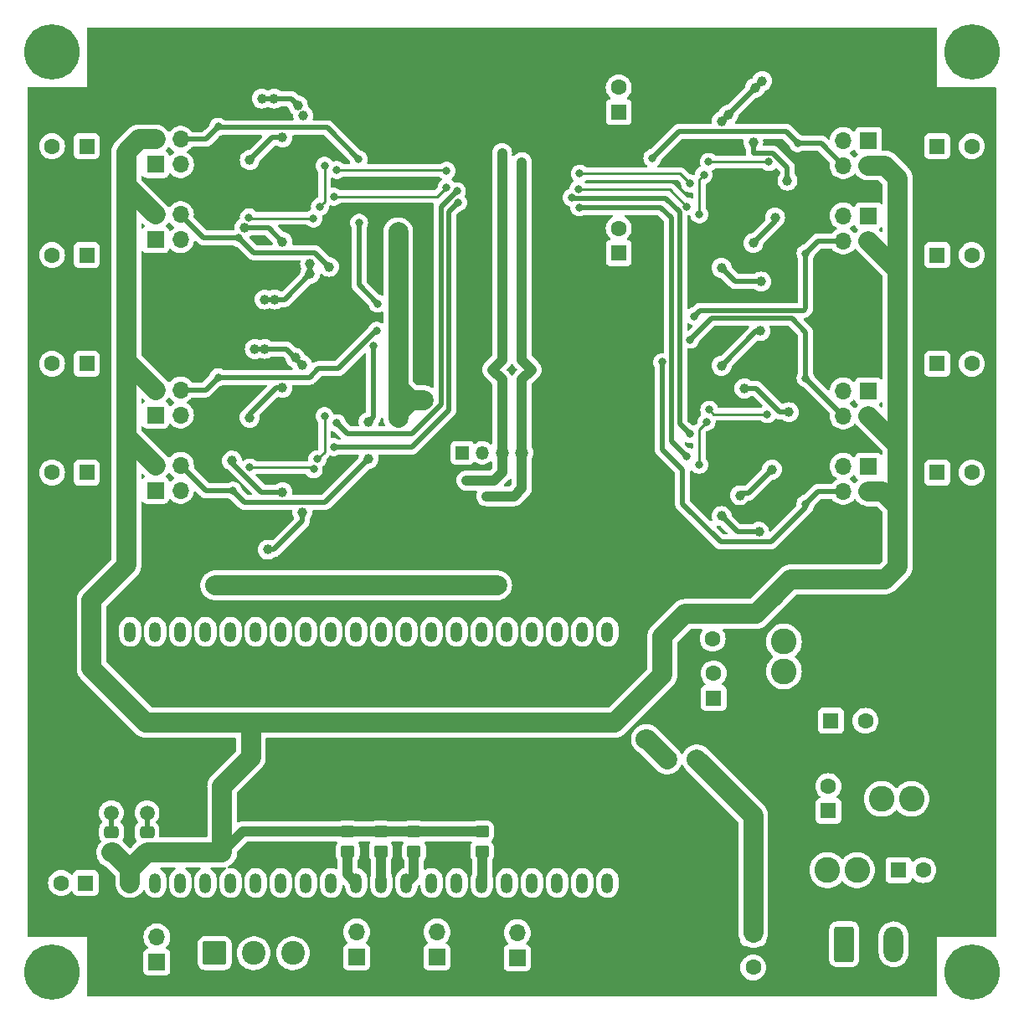
<source format=gbl>
G04 #@! TF.GenerationSoftware,KiCad,Pcbnew,7.0.3*
G04 #@! TF.CreationDate,2023-07-04T11:33:37+03:00*
G04 #@! TF.ProjectId,horse_feeder,686f7273-655f-4666-9565-6465722e6b69,rev?*
G04 #@! TF.SameCoordinates,Original*
G04 #@! TF.FileFunction,Copper,L2,Bot*
G04 #@! TF.FilePolarity,Positive*
%FSLAX46Y46*%
G04 Gerber Fmt 4.6, Leading zero omitted, Abs format (unit mm)*
G04 Created by KiCad (PCBNEW 7.0.3) date 2023-07-04 11:33:37*
%MOMM*%
%LPD*%
G01*
G04 APERTURE LIST*
G04 Aperture macros list*
%AMRoundRect*
0 Rectangle with rounded corners*
0 $1 Rounding radius*
0 $2 $3 $4 $5 $6 $7 $8 $9 X,Y pos of 4 corners*
0 Add a 4 corners polygon primitive as box body*
4,1,4,$2,$3,$4,$5,$6,$7,$8,$9,$2,$3,0*
0 Add four circle primitives for the rounded corners*
1,1,$1+$1,$2,$3*
1,1,$1+$1,$4,$5*
1,1,$1+$1,$6,$7*
1,1,$1+$1,$8,$9*
0 Add four rect primitives between the rounded corners*
20,1,$1+$1,$2,$3,$4,$5,0*
20,1,$1+$1,$4,$5,$6,$7,0*
20,1,$1+$1,$6,$7,$8,$9,0*
20,1,$1+$1,$8,$9,$2,$3,0*%
G04 Aperture macros list end*
G04 #@! TA.AperFunction,ComponentPad*
%ADD10R,1.700000X1.700000*%
G04 #@! TD*
G04 #@! TA.AperFunction,ComponentPad*
%ADD11O,1.700000X1.700000*%
G04 #@! TD*
G04 #@! TA.AperFunction,ComponentPad*
%ADD12R,1.600000X1.600000*%
G04 #@! TD*
G04 #@! TA.AperFunction,ComponentPad*
%ADD13C,1.600000*%
G04 #@! TD*
G04 #@! TA.AperFunction,ComponentPad*
%ADD14C,5.600000*%
G04 #@! TD*
G04 #@! TA.AperFunction,ComponentPad*
%ADD15C,2.600000*%
G04 #@! TD*
G04 #@! TA.AperFunction,ComponentPad*
%ADD16RoundRect,0.250000X-0.750000X-1.550000X0.750000X-1.550000X0.750000X1.550000X-0.750000X1.550000X0*%
G04 #@! TD*
G04 #@! TA.AperFunction,ComponentPad*
%ADD17O,2.000000X3.600000*%
G04 #@! TD*
G04 #@! TA.AperFunction,ComponentPad*
%ADD18O,1.200000X2.000000*%
G04 #@! TD*
G04 #@! TA.AperFunction,ComponentPad*
%ADD19R,1.350000X1.350000*%
G04 #@! TD*
G04 #@! TA.AperFunction,ComponentPad*
%ADD20O,1.350000X1.350000*%
G04 #@! TD*
G04 #@! TA.AperFunction,ComponentPad*
%ADD21RoundRect,0.250001X-0.949999X-0.949999X0.949999X-0.949999X0.949999X0.949999X-0.949999X0.949999X0*%
G04 #@! TD*
G04 #@! TA.AperFunction,ComponentPad*
%ADD22C,2.400000*%
G04 #@! TD*
G04 #@! TA.AperFunction,SMDPad,CuDef*
%ADD23RoundRect,0.250000X0.450000X-0.350000X0.450000X0.350000X-0.450000X0.350000X-0.450000X-0.350000X0*%
G04 #@! TD*
G04 #@! TA.AperFunction,SMDPad,CuDef*
%ADD24RoundRect,0.250000X0.475000X-0.337500X0.475000X0.337500X-0.475000X0.337500X-0.475000X-0.337500X0*%
G04 #@! TD*
G04 #@! TA.AperFunction,SMDPad,CuDef*
%ADD25RoundRect,0.250000X-0.450000X0.350000X-0.450000X-0.350000X0.450000X-0.350000X0.450000X0.350000X0*%
G04 #@! TD*
G04 #@! TA.AperFunction,ViaPad*
%ADD26C,1.500000*%
G04 #@! TD*
G04 #@! TA.AperFunction,ViaPad*
%ADD27C,2.000000*%
G04 #@! TD*
G04 #@! TA.AperFunction,ViaPad*
%ADD28C,1.000000*%
G04 #@! TD*
G04 #@! TA.AperFunction,ViaPad*
%ADD29C,0.800000*%
G04 #@! TD*
G04 #@! TA.AperFunction,Conductor*
%ADD30C,0.500000*%
G04 #@! TD*
G04 #@! TA.AperFunction,Conductor*
%ADD31C,2.000000*%
G04 #@! TD*
G04 #@! TA.AperFunction,Conductor*
%ADD32C,0.250000*%
G04 #@! TD*
G04 #@! TA.AperFunction,Conductor*
%ADD33C,1.000000*%
G04 #@! TD*
G04 APERTURE END LIST*
D10*
X34100000Y-175500000D03*
D11*
X34100000Y-172960000D03*
D12*
X90400000Y-148805113D03*
D13*
X90400000Y-146305113D03*
D10*
X33950000Y-127794501D03*
D11*
X33950000Y-125254501D03*
X36490000Y-127794501D03*
X36490000Y-125254501D03*
D12*
X109100000Y-166200000D03*
D13*
X111600000Y-166200000D03*
D10*
X70540000Y-175075000D03*
D11*
X70540000Y-172535000D03*
D12*
X113000000Y-104000000D03*
D13*
X116500000Y-104000000D03*
D10*
X62420000Y-175000000D03*
D11*
X62420000Y-172460000D03*
D14*
X116500000Y-176500000D03*
D15*
X97500000Y-146100000D03*
X97500000Y-143100000D03*
D12*
X80800000Y-89559500D03*
D13*
X80800000Y-87059500D03*
D12*
X80800000Y-103800000D03*
D13*
X80800000Y-101300000D03*
D16*
X103600000Y-173700000D03*
D17*
X108600000Y-173700000D03*
D12*
X113000000Y-93000000D03*
D13*
X116500000Y-93000000D03*
D10*
X33950000Y-94854501D03*
D11*
X33950000Y-92314501D03*
X36490000Y-94854501D03*
X36490000Y-92314501D03*
D10*
X106050000Y-92414501D03*
D11*
X106050000Y-94954501D03*
X103510000Y-92414501D03*
X103510000Y-94954501D03*
D12*
X27000000Y-126000000D03*
D13*
X23500000Y-126000000D03*
D10*
X54300000Y-175000000D03*
D11*
X54300000Y-172460000D03*
D14*
X23500000Y-83500000D03*
D10*
X106050000Y-100034501D03*
D11*
X106050000Y-102574501D03*
X103510000Y-100034501D03*
X103510000Y-102574501D03*
D12*
X102000000Y-160205113D03*
D13*
X102000000Y-157705113D03*
D18*
X31400000Y-167500000D03*
X33940000Y-167500000D03*
X36480000Y-167500000D03*
X39020000Y-167500000D03*
X41560000Y-167500000D03*
X44100000Y-167500000D03*
X46640000Y-167500000D03*
X49180000Y-167500000D03*
X51720000Y-167500000D03*
X54260000Y-167500000D03*
X56800000Y-167500000D03*
X59340000Y-167500000D03*
X61880000Y-167500000D03*
X64420000Y-167500000D03*
X66960000Y-167500000D03*
X69500000Y-167500000D03*
X72040000Y-167500000D03*
X74580000Y-167500000D03*
X77120000Y-167500000D03*
X77120000Y-142100000D03*
X74580000Y-142100000D03*
X72040000Y-142100000D03*
X69500000Y-142100000D03*
X66960000Y-142100000D03*
X64420000Y-142100000D03*
X61880000Y-142100000D03*
X59340000Y-142100000D03*
X56800000Y-142100000D03*
X54260000Y-142100000D03*
X51720000Y-142100000D03*
X49180000Y-142100000D03*
X46640000Y-142100000D03*
X44100000Y-142100000D03*
X41560000Y-142100000D03*
X39020000Y-142100000D03*
X36480000Y-142100000D03*
X33940000Y-142100000D03*
X31400000Y-142100000D03*
X79660000Y-167500000D03*
X79660000Y-142100000D03*
D10*
X33950000Y-120174501D03*
D11*
X33950000Y-117634501D03*
X36490000Y-120174501D03*
X36490000Y-117634501D03*
D10*
X106045000Y-117735000D03*
D11*
X106045000Y-120275000D03*
X103505000Y-117735000D03*
X103505000Y-120275000D03*
D12*
X27000000Y-115000000D03*
D13*
X23500000Y-115000000D03*
D12*
X27000000Y-104000000D03*
D13*
X23500000Y-104000000D03*
D14*
X116500000Y-83500000D03*
D12*
X113000000Y-126000000D03*
D13*
X116500000Y-126000000D03*
D12*
X90300000Y-140300000D03*
D13*
X90300000Y-142800000D03*
D15*
X110400000Y-159000000D03*
X107400000Y-159000000D03*
D12*
X113000000Y-115000000D03*
D13*
X116500000Y-115000000D03*
D19*
X65000000Y-124000000D03*
D20*
X67000000Y-124000000D03*
X69000000Y-124000000D03*
X71000000Y-124000000D03*
D10*
X33950000Y-102469501D03*
D11*
X33950000Y-99929501D03*
X36490000Y-102469501D03*
X36490000Y-99929501D03*
D14*
X23500000Y-176500000D03*
D15*
X101900000Y-166200000D03*
X104900000Y-166200000D03*
D12*
X27000000Y-93000000D03*
D13*
X23500000Y-93000000D03*
D10*
X106045000Y-125355000D03*
D11*
X106045000Y-127895000D03*
X103505000Y-125355000D03*
X103505000Y-127895000D03*
D12*
X102247349Y-151100000D03*
D13*
X105747349Y-151100000D03*
D12*
X26900000Y-167500000D03*
D13*
X24400000Y-167500000D03*
D21*
X39940000Y-174600000D03*
D22*
X43900000Y-174600000D03*
X47860000Y-174600000D03*
D12*
X94400000Y-172547349D03*
D13*
X94400000Y-176047349D03*
D23*
X67000000Y-164300000D03*
X67000000Y-162300000D03*
D24*
X29500000Y-164437500D03*
X29500000Y-162362500D03*
D23*
X60100000Y-164300000D03*
X60100000Y-162300000D03*
D25*
X53400000Y-162300000D03*
X53400000Y-164300000D03*
X56750000Y-162300000D03*
X56750000Y-164300000D03*
D24*
X33100000Y-164437500D03*
X33100000Y-162362500D03*
D26*
X33100000Y-160400000D03*
X29500000Y-160400000D03*
D27*
X43000000Y-137400000D03*
X88700000Y-155000000D03*
X68500000Y-137400000D03*
X85700000Y-155000000D03*
X83550000Y-152950000D03*
X62900000Y-137400000D03*
X46000000Y-137400000D03*
X40000000Y-137400000D03*
X65700000Y-137400000D03*
D28*
X45300000Y-133800000D03*
X48800000Y-130003500D03*
X44999964Y-113497187D03*
X48093245Y-114393245D03*
X44000561Y-113511246D03*
X48800000Y-115100000D03*
X45000000Y-108500000D03*
X45999503Y-108500000D03*
X49600000Y-104900497D03*
X49600000Y-105900000D03*
X45940000Y-88184501D03*
X48900000Y-89900000D03*
X48350000Y-88850000D03*
X44700000Y-88184501D03*
X91200000Y-90496500D03*
X91906755Y-89789745D03*
X94590784Y-87104286D03*
X95300000Y-86400000D03*
X91200000Y-105300000D03*
X95200000Y-106700000D03*
X91200000Y-115200000D03*
X95100000Y-111700000D03*
X91200000Y-130400000D03*
X95000000Y-131996500D03*
D29*
X50320000Y-124644501D03*
X51050000Y-120304501D03*
X43500000Y-125500000D03*
X49958409Y-125671030D03*
X50600000Y-99100000D03*
X51050000Y-94984501D03*
X43400000Y-100200000D03*
X49933094Y-100303860D03*
X89400000Y-95900000D03*
X88950000Y-99904501D03*
X89675000Y-120885000D03*
X88945000Y-125225000D03*
X89900000Y-94584734D03*
X96000000Y-94600000D03*
X89963499Y-119653167D03*
X95800000Y-120100000D03*
D27*
X58500000Y-101700000D03*
X58500000Y-104350000D03*
X103900000Y-136800000D03*
X94700000Y-140300000D03*
X58500000Y-107000000D03*
X58500000Y-120500000D03*
X96450000Y-138550000D03*
X61100000Y-118700000D03*
X101000000Y-136800000D03*
X98200000Y-136800000D03*
X58500000Y-117400000D03*
D29*
X56000000Y-113200000D03*
X41796189Y-127848432D03*
D28*
X55500000Y-120900000D03*
X55500000Y-124600000D03*
D29*
X56313501Y-111656000D03*
X40300000Y-116364501D03*
D28*
X51500000Y-105200000D03*
D29*
X42400000Y-102300000D03*
X56430000Y-108910000D03*
X40300000Y-91044501D03*
X54500000Y-94300000D03*
X54550000Y-100743500D03*
X98900000Y-92700000D03*
X84200000Y-94200000D03*
X88460000Y-110180000D03*
X99700000Y-103844501D03*
X99695000Y-116455000D03*
X88030000Y-112560000D03*
X99695000Y-129165000D03*
X85200000Y-114830000D03*
D28*
X66800000Y-126800000D03*
X68200000Y-126800000D03*
D29*
X69000000Y-107900000D03*
X68000000Y-115600000D03*
D28*
X65400000Y-126800000D03*
X69000000Y-93700000D03*
X68800000Y-128400000D03*
D29*
X70997500Y-110000000D03*
X72000000Y-115600000D03*
X70990000Y-95759500D03*
D28*
X67400000Y-128400000D03*
X70200000Y-128400000D03*
X41700000Y-124800000D03*
X46800000Y-127978001D03*
X46800000Y-117451001D03*
X43475000Y-120449501D03*
X42915862Y-101268276D03*
X46800000Y-102658001D03*
X46798523Y-92131001D03*
X43500000Y-94400000D03*
X94400000Y-92600000D03*
X97861546Y-96481739D03*
X94400000Y-102800000D03*
X96600000Y-100200000D03*
X93500000Y-117500000D03*
X98000000Y-119900000D03*
X96300000Y-125700000D03*
X93053686Y-128300000D03*
D29*
X64551984Y-98701984D03*
X51990000Y-123429501D03*
X52300000Y-121000000D03*
X64432226Y-97544000D03*
X51990000Y-98109501D03*
X63400000Y-97160000D03*
X52300000Y-95400000D03*
X63400000Y-95500000D03*
X88010000Y-96779501D03*
X76860439Y-95780439D03*
X76700000Y-97370000D03*
X87700000Y-99100000D03*
X88005000Y-122100000D03*
X76027847Y-98194000D03*
X87700000Y-124400000D03*
X76820000Y-99177500D03*
D30*
X29500000Y-162362500D02*
X29500000Y-160400000D01*
X33100000Y-162362500D02*
X33100000Y-160400000D01*
D31*
X83650000Y-152950000D02*
X85700000Y-155000000D01*
X94400000Y-160700000D02*
X88700000Y-155000000D01*
X62900000Y-137400000D02*
X68500000Y-137400000D01*
X46000000Y-137400000D02*
X62900000Y-137400000D01*
X83550000Y-152950000D02*
X83650000Y-152950000D01*
X46000000Y-137400000D02*
X40000000Y-137400000D01*
X94400000Y-172547349D02*
X94400000Y-160700000D01*
D30*
X48800000Y-130900000D02*
X48800000Y-130003500D01*
X45900000Y-133800000D02*
X48800000Y-130900000D01*
X45300000Y-133800000D02*
X45900000Y-133800000D01*
X47211246Y-113511246D02*
X48800000Y-115100000D01*
X44000561Y-113511246D02*
X47211246Y-113511246D01*
X47000000Y-108500000D02*
X49600000Y-105900000D01*
X45000000Y-108500000D02*
X47000000Y-108500000D01*
X49600000Y-105900000D02*
X49600000Y-104900497D01*
X47684501Y-88184501D02*
X48350000Y-88850000D01*
X48900000Y-89900000D02*
X48900000Y-90100000D01*
X45940000Y-88184501D02*
X44700000Y-88184501D01*
X45940000Y-88184501D02*
X47684501Y-88184501D01*
X94796500Y-86900000D02*
X94800000Y-86900000D01*
X94800000Y-86900000D02*
X95300000Y-86400000D01*
X94796500Y-86900000D02*
X91200000Y-90496500D01*
X92600000Y-106700000D02*
X91200000Y-105300000D01*
X95200000Y-106700000D02*
X92600000Y-106700000D01*
X94700000Y-111700000D02*
X95100000Y-111700000D01*
X91200000Y-115200000D02*
X94700000Y-111700000D01*
X92796500Y-131996500D02*
X91200000Y-130400000D01*
X95000000Y-131996500D02*
X92796500Y-131996500D01*
D32*
X51050000Y-120304501D02*
X51050000Y-123914501D01*
X51050000Y-123914501D02*
X50320000Y-124644501D01*
X49787379Y-125500000D02*
X49958409Y-125671030D01*
X43500000Y-125500000D02*
X49787379Y-125500000D01*
X51050000Y-94984501D02*
X51050000Y-98594501D01*
X51050000Y-98594501D02*
X50320000Y-99324501D01*
X49929234Y-100300000D02*
X49933094Y-100303860D01*
X43500000Y-100300000D02*
X49929234Y-100300000D01*
X43400000Y-100200000D02*
X43500000Y-100300000D01*
X88950000Y-96350000D02*
X89400000Y-95900000D01*
X88950000Y-99904501D02*
X88950000Y-96350000D01*
X88945000Y-121615000D02*
X89675000Y-120885000D01*
X88945000Y-125225000D02*
X88945000Y-121615000D01*
X96000000Y-94600000D02*
X92515499Y-94600000D01*
X92515499Y-94600000D02*
X92500233Y-94584734D01*
X92500233Y-94584734D02*
X90067202Y-94584734D01*
X90410332Y-120100000D02*
X89963499Y-119653167D01*
X95800000Y-120100000D02*
X90410332Y-120100000D01*
D31*
X98200000Y-136800000D02*
X96550000Y-138450000D01*
X87500000Y-140300000D02*
X94700000Y-140300000D01*
X85200000Y-146500000D02*
X80400000Y-151300000D01*
X33000000Y-151300000D02*
X27500000Y-145800000D01*
X106045000Y-120275000D02*
X109000000Y-123230000D01*
D33*
X53400000Y-162300000D02*
X52200000Y-162300000D01*
D31*
X40700000Y-164400000D02*
X33137500Y-164400000D01*
X31000000Y-114684501D02*
X33950000Y-117634501D01*
X31400000Y-166137500D02*
X31400000Y-167500000D01*
X96550000Y-138450000D02*
X94700000Y-140300000D01*
X107718000Y-94954501D02*
X106050000Y-94954501D01*
X32282000Y-92314501D02*
X33950000Y-92314501D01*
X103900000Y-136800000D02*
X101000000Y-136800000D01*
X29500000Y-164437500D02*
X29700000Y-164437500D01*
X109000000Y-105524501D02*
X109000000Y-106400000D01*
X29700000Y-164437500D02*
X31400000Y-166137500D01*
X31000000Y-93596501D02*
X32282000Y-92314501D01*
X43600000Y-151300000D02*
X43600000Y-154801977D01*
X109000000Y-99619501D02*
X109000000Y-106400000D01*
X80400000Y-151300000D02*
X43600000Y-151300000D01*
X43600000Y-154801977D02*
X40700000Y-157701977D01*
X31000000Y-114684501D02*
X31000000Y-121300000D01*
X101000000Y-136800000D02*
X98300000Y-136800000D01*
X106050000Y-102574501D02*
X109000000Y-105524501D01*
D33*
X42800000Y-162300000D02*
X40700000Y-164400000D01*
D31*
X58500000Y-109600000D02*
X58500000Y-101700000D01*
X31000000Y-135400000D02*
X31000000Y-121300000D01*
X27500000Y-145800000D02*
X27500000Y-138900000D01*
X33950000Y-99929501D02*
X31000000Y-96979501D01*
X61100000Y-118700000D02*
X59800000Y-118700000D01*
X27500000Y-138900000D02*
X31000000Y-135400000D01*
X109000000Y-99619501D02*
X109000000Y-96236501D01*
X58500000Y-117600000D02*
X58500000Y-109600000D01*
D33*
X52200000Y-162300000D02*
X42800000Y-162300000D01*
D31*
X58500000Y-120000000D02*
X59800000Y-118700000D01*
X109000000Y-123500000D02*
X109000000Y-129400000D01*
X109000000Y-106400000D02*
X109000000Y-123500000D01*
X109000000Y-135500000D02*
X107700000Y-136800000D01*
X33100000Y-164437500D02*
X31400000Y-166137500D01*
D33*
X52200000Y-162300000D02*
X67000000Y-162300000D01*
D31*
X31000000Y-122304501D02*
X33950000Y-125254501D01*
X31000000Y-96979501D02*
X31000000Y-114684501D01*
X58500000Y-120500000D02*
X58500000Y-120000000D01*
X85200000Y-142600000D02*
X87500000Y-140300000D01*
X85200000Y-146500000D02*
X85200000Y-142600000D01*
X58500000Y-109600000D02*
X58500000Y-107000000D01*
X109000000Y-96236501D02*
X107718000Y-94954501D01*
X59800000Y-118700000D02*
X58500000Y-117400000D01*
X31000000Y-96979501D02*
X31000000Y-93596501D01*
X98300000Y-136800000D02*
X98200000Y-136800000D01*
X107495000Y-127895000D02*
X109000000Y-129400000D01*
X58500000Y-117400000D02*
X58500000Y-120500000D01*
X31000000Y-121300000D02*
X31000000Y-122304501D01*
X33137500Y-164400000D02*
X33100000Y-164437500D01*
X107700000Y-136800000D02*
X103900000Y-136800000D01*
X40700000Y-157701977D02*
X40700000Y-164400000D01*
X109000000Y-129400000D02*
X109000000Y-135500000D01*
X109000000Y-123230000D02*
X109000000Y-123500000D01*
X43600000Y-151300000D02*
X33000000Y-151300000D01*
X106045000Y-127895000D02*
X107495000Y-127895000D01*
D30*
X42947757Y-129000000D02*
X51100000Y-129000000D01*
X36490000Y-125264501D02*
X36490000Y-125254501D01*
X41796189Y-127848432D02*
X42947757Y-129000000D01*
X56000000Y-118200000D02*
X56000000Y-120400000D01*
X56000000Y-120400000D02*
X55500000Y-120900000D01*
X41796189Y-127848432D02*
X39073931Y-127848432D01*
X51100000Y-129000000D02*
X55500000Y-124600000D01*
X56000000Y-118200000D02*
X56000000Y-113200000D01*
X39073931Y-127848432D02*
X36490000Y-125264501D01*
X36490000Y-117634501D02*
X39030000Y-117634501D01*
X56313501Y-111656000D02*
X56265550Y-111656000D01*
X49535499Y-116364501D02*
X40300000Y-116364501D01*
X56265550Y-111656000D02*
X52421550Y-115500000D01*
X50400000Y-115500000D02*
X49535499Y-116364501D01*
X39030000Y-117634501D02*
X40300000Y-116364501D01*
X52421550Y-115500000D02*
X50400000Y-115500000D01*
X42400000Y-102300000D02*
X38845499Y-102300000D01*
X50054501Y-103754501D02*
X51500000Y-105200000D01*
X38845499Y-102300000D02*
X36490000Y-99944501D01*
X42400000Y-102300000D02*
X43854501Y-103754501D01*
X43854501Y-103754501D02*
X50054501Y-103754501D01*
X36490000Y-99944501D02*
X36490000Y-99929501D01*
X39672250Y-91672250D02*
X40217499Y-91127001D01*
X54550000Y-107030000D02*
X56430000Y-108910000D01*
X39030000Y-92314501D02*
X39672250Y-91672250D01*
X51327001Y-91127001D02*
X54500000Y-94300000D01*
X36490000Y-92314501D02*
X39030000Y-92314501D01*
X40217499Y-91127001D02*
X51327001Y-91127001D01*
X54550000Y-100743500D02*
X54550000Y-107030000D01*
X39672250Y-91672250D02*
X40300000Y-91044501D01*
X97700000Y-91500000D02*
X98900000Y-92700000D01*
X103510000Y-94944501D02*
X103510000Y-94954501D01*
X98900000Y-92700000D02*
X101265499Y-92700000D01*
X86900000Y-91500000D02*
X97700000Y-91500000D01*
X101265499Y-92700000D02*
X103510000Y-94944501D01*
X84200000Y-94200000D02*
X86900000Y-91500000D01*
X99700000Y-109407501D02*
X99700000Y-103844501D01*
X88460000Y-110180000D02*
X89040000Y-109600000D01*
X100970000Y-102574501D02*
X99700000Y-103844501D01*
X103510000Y-102574501D02*
X100970000Y-102574501D01*
X89040000Y-109600000D02*
X99507501Y-109600000D01*
X99507501Y-109600000D02*
X99700000Y-109407501D01*
X88030000Y-112560000D02*
X88032499Y-112560000D01*
X103505000Y-120275000D02*
X103505000Y-120265000D01*
X88032499Y-112560000D02*
X90192499Y-110400000D01*
X103505000Y-120265000D02*
X99695000Y-116455000D01*
X99695000Y-111795000D02*
X99695000Y-116455000D01*
X98300000Y-110400000D02*
X99695000Y-111795000D01*
X90192499Y-110400000D02*
X98300000Y-110400000D01*
X87270000Y-125740000D02*
X85200000Y-123670000D01*
X99695000Y-129165000D02*
X99695000Y-129505000D01*
X85200000Y-123670000D02*
X85200000Y-114830000D01*
X100965000Y-127895000D02*
X99695000Y-129165000D01*
X96200000Y-133000000D02*
X91100000Y-133000000D01*
X87270000Y-129170000D02*
X87270000Y-125740000D01*
X91100000Y-133000000D02*
X87270000Y-129170000D01*
X99695000Y-129505000D02*
X96200000Y-133000000D01*
X103505000Y-127895000D02*
X100965000Y-127895000D01*
D33*
X68000000Y-115600000D02*
X68997500Y-114602500D01*
X68997500Y-117097500D02*
X68997500Y-116597500D01*
X68997500Y-116597500D02*
X68000000Y-115600000D01*
X69000000Y-93700000D02*
X68997500Y-93702500D01*
X68997500Y-94564500D02*
X68997500Y-93702500D01*
X68200000Y-126800000D02*
X65400000Y-126800000D01*
D30*
X68997500Y-94564500D02*
X68992500Y-94559500D01*
D33*
X69000000Y-118600000D02*
X69000000Y-126000000D01*
X69000000Y-126000000D02*
X68200000Y-126800000D01*
D30*
X69000000Y-117100000D02*
X68997500Y-117097500D01*
D33*
X68997500Y-114602500D02*
X68997500Y-94564500D01*
X69000000Y-118600000D02*
X69000000Y-117100000D01*
X70997500Y-110000000D02*
X70997500Y-94602500D01*
X70200000Y-128400000D02*
X67400000Y-128400000D01*
X70200000Y-128400000D02*
X71000000Y-127600000D01*
X71000000Y-117100000D02*
X71000000Y-118600000D01*
X70997500Y-116602500D02*
X70997500Y-117097500D01*
X70997500Y-114597500D02*
X72000000Y-115600000D01*
D30*
X70997500Y-117097500D02*
X71000000Y-117100000D01*
D33*
X72000000Y-115600000D02*
X70997500Y-116602500D01*
X70997500Y-110000000D02*
X70997500Y-114597500D01*
D30*
X71000000Y-94600000D02*
X70997500Y-94602500D01*
D33*
X71000000Y-127600000D02*
X71000000Y-118600000D01*
D30*
X41700000Y-125000000D02*
X44678001Y-127978001D01*
X44678001Y-127978001D02*
X46800000Y-127978001D01*
X41700000Y-124800000D02*
X41700000Y-125000000D01*
X46148999Y-117451001D02*
X43475000Y-120125000D01*
X43475000Y-120125000D02*
X43475000Y-120449501D01*
X46800000Y-117451001D02*
X46148999Y-117451001D01*
X42915862Y-101268276D02*
X45410275Y-101268276D01*
X45410275Y-101268276D02*
X46800000Y-102658001D01*
X43500000Y-94400000D02*
X45768999Y-92131001D01*
X45768999Y-92131001D02*
X46798523Y-92131001D01*
X96374450Y-93696000D02*
X94404000Y-93696000D01*
X97861546Y-95183096D02*
X96374450Y-93696000D01*
X94400000Y-93700000D02*
X94400000Y-92600000D01*
X97861546Y-96481739D02*
X97861546Y-95183096D01*
X94404000Y-93696000D02*
X94400000Y-93700000D01*
X96600000Y-100600000D02*
X94400000Y-102800000D01*
X96600000Y-100200000D02*
X96600000Y-100600000D01*
X94700000Y-117500000D02*
X96700000Y-119500000D01*
X96700000Y-119500000D02*
X97100000Y-119900000D01*
X97100000Y-119900000D02*
X98000000Y-119900000D01*
X93500000Y-117500000D02*
X94700000Y-117500000D01*
X93921707Y-128078293D02*
X93053686Y-128078293D01*
X96300000Y-125700000D02*
X93921707Y-128078293D01*
D33*
X67000000Y-164300000D02*
X67000000Y-167460000D01*
X67000000Y-167460000D02*
X66960000Y-167500000D01*
X60100000Y-166740000D02*
X59340000Y-167500000D01*
X60100000Y-164300000D02*
X60100000Y-166740000D01*
X56750000Y-164300000D02*
X56750000Y-167450000D01*
X56750000Y-167450000D02*
X56800000Y-167500000D01*
X53400000Y-164300000D02*
X53400000Y-166640000D01*
X53400000Y-166640000D02*
X54260000Y-167500000D01*
D30*
X64551984Y-98701984D02*
X63600000Y-99653968D01*
X63600000Y-119700000D02*
X59870499Y-123429501D01*
X63600000Y-99653968D02*
X63600000Y-119700000D01*
X59870499Y-123429501D02*
X51990000Y-123429501D01*
X62846000Y-99130226D02*
X62846000Y-119154000D01*
X53400000Y-122100000D02*
X52300000Y-121000000D01*
X64432226Y-97544000D02*
X62846000Y-99130226D01*
X62846000Y-119154000D02*
X59900000Y-122100000D01*
X59900000Y-122100000D02*
X53400000Y-122100000D01*
D32*
X62450499Y-98109501D02*
X63400000Y-97160000D01*
X51990000Y-98109501D02*
X62450499Y-98109501D01*
X63314499Y-95414499D02*
X63400000Y-95500000D01*
X51990000Y-95414499D02*
X63314499Y-95414499D01*
X76860439Y-95780439D02*
X87010938Y-95780439D01*
X87010938Y-95780439D02*
X88010000Y-96779501D01*
X76700000Y-97370000D02*
X85970000Y-97370000D01*
X85970000Y-97370000D02*
X87700000Y-99100000D01*
D30*
X76027847Y-98194000D02*
X76107847Y-98274000D01*
X86950000Y-99680000D02*
X86950000Y-121045000D01*
X86950000Y-121045000D02*
X88005000Y-122100000D01*
X76107847Y-98274000D02*
X85544000Y-98274000D01*
X85544000Y-98274000D02*
X86950000Y-99680000D01*
X86150000Y-122850000D02*
X86150000Y-100260000D01*
X85067500Y-99177500D02*
X76820000Y-99177500D01*
X87700000Y-124400000D02*
X86150000Y-122850000D01*
X86150000Y-100260000D02*
X85067500Y-99177500D01*
G04 #@! TA.AperFunction,NonConductor*
G36*
X112943039Y-81019685D02*
G01*
X112988794Y-81072489D01*
X113000000Y-81124000D01*
X113000000Y-87000000D01*
X118876000Y-87000000D01*
X118943039Y-87019685D01*
X118988794Y-87072489D01*
X119000000Y-87124000D01*
X119000000Y-172876000D01*
X118980315Y-172943039D01*
X118927511Y-172988794D01*
X118876000Y-173000000D01*
X113000000Y-173000000D01*
X113000000Y-178876000D01*
X112980315Y-178943039D01*
X112927511Y-178988794D01*
X112876000Y-179000000D01*
X27124000Y-179000000D01*
X27056961Y-178980315D01*
X27011206Y-178927511D01*
X27000000Y-178876000D01*
X27000000Y-173000000D01*
X21124000Y-173000000D01*
X21056961Y-172980315D01*
X21039362Y-172960005D01*
X32736844Y-172960005D01*
X32755434Y-173184359D01*
X32755436Y-173184371D01*
X32810703Y-173402614D01*
X32901140Y-173608792D01*
X33024276Y-173797265D01*
X33024284Y-173797276D01*
X33169489Y-173955008D01*
X33200412Y-174017662D01*
X33192552Y-174087088D01*
X33148405Y-174141244D01*
X33121596Y-174155172D01*
X33003794Y-174199111D01*
X32886739Y-174286739D01*
X32799111Y-174403795D01*
X32748011Y-174540795D01*
X32748011Y-174540797D01*
X32741500Y-174601345D01*
X32741500Y-176398654D01*
X32748011Y-176459202D01*
X32748011Y-176459204D01*
X32763228Y-176500000D01*
X32799111Y-176596204D01*
X32886739Y-176713261D01*
X33003796Y-176800889D01*
X33140799Y-176851989D01*
X33168050Y-176854918D01*
X33201345Y-176858499D01*
X33201362Y-176858500D01*
X34998638Y-176858500D01*
X34998654Y-176858499D01*
X35025692Y-176855591D01*
X35059201Y-176851989D01*
X35196204Y-176800889D01*
X35313261Y-176713261D01*
X35400889Y-176596204D01*
X35451989Y-176459201D01*
X35455591Y-176425692D01*
X35458499Y-176398654D01*
X35458500Y-176398637D01*
X35458500Y-175600551D01*
X38231500Y-175600551D01*
X38242113Y-175704428D01*
X38297883Y-175872735D01*
X38297884Y-175872738D01*
X38390967Y-176023647D01*
X38390970Y-176023651D01*
X38516348Y-176149029D01*
X38516352Y-176149032D01*
X38667261Y-176242115D01*
X38667264Y-176242116D01*
X38835571Y-176297886D01*
X38835572Y-176297886D01*
X38835575Y-176297887D01*
X38939456Y-176308500D01*
X38939461Y-176308500D01*
X40940539Y-176308500D01*
X40940544Y-176308500D01*
X41044425Y-176297887D01*
X41212738Y-176242115D01*
X41363651Y-176149030D01*
X41489030Y-176023651D01*
X41582115Y-175872738D01*
X41637887Y-175704425D01*
X41648500Y-175600544D01*
X41648500Y-174600004D01*
X42186709Y-174600004D01*
X42205843Y-174855343D01*
X42205844Y-174855348D01*
X42205844Y-174855352D01*
X42205845Y-174855353D01*
X42207404Y-174862182D01*
X42262822Y-175104987D01*
X42262824Y-175104996D01*
X42262826Y-175105001D01*
X42356378Y-175343369D01*
X42484413Y-175565131D01*
X42569870Y-175672291D01*
X42644072Y-175765338D01*
X42805438Y-175915062D01*
X42831781Y-175939505D01*
X43043355Y-176083754D01*
X43043360Y-176083756D01*
X43043361Y-176083757D01*
X43043362Y-176083758D01*
X43163812Y-176141763D01*
X43274061Y-176194856D01*
X43274062Y-176194856D01*
X43274065Y-176194858D01*
X43518757Y-176270335D01*
X43518758Y-176270335D01*
X43518761Y-176270336D01*
X43771958Y-176308499D01*
X43771963Y-176308499D01*
X43771966Y-176308500D01*
X43771967Y-176308500D01*
X44028033Y-176308500D01*
X44028034Y-176308500D01*
X44078530Y-176300889D01*
X44281238Y-176270336D01*
X44281239Y-176270335D01*
X44281243Y-176270335D01*
X44525935Y-176194858D01*
X44756646Y-176083754D01*
X44968219Y-175939505D01*
X45155931Y-175765334D01*
X45315587Y-175565131D01*
X45443622Y-175343369D01*
X45537174Y-175105001D01*
X45594155Y-174855353D01*
X45602592Y-174742767D01*
X45613291Y-174600004D01*
X46146709Y-174600004D01*
X46165843Y-174855343D01*
X46165844Y-174855348D01*
X46165844Y-174855352D01*
X46165845Y-174855353D01*
X46167404Y-174862182D01*
X46222822Y-175104987D01*
X46222824Y-175104996D01*
X46222826Y-175105001D01*
X46316378Y-175343369D01*
X46444413Y-175565131D01*
X46529870Y-175672291D01*
X46604072Y-175765338D01*
X46765438Y-175915062D01*
X46791781Y-175939505D01*
X47003355Y-176083754D01*
X47003360Y-176083756D01*
X47003361Y-176083757D01*
X47003362Y-176083758D01*
X47123812Y-176141763D01*
X47234061Y-176194856D01*
X47234062Y-176194856D01*
X47234065Y-176194858D01*
X47478757Y-176270335D01*
X47478758Y-176270335D01*
X47478761Y-176270336D01*
X47731958Y-176308499D01*
X47731963Y-176308499D01*
X47731966Y-176308500D01*
X47731967Y-176308500D01*
X47988033Y-176308500D01*
X47988034Y-176308500D01*
X48038530Y-176300889D01*
X48241238Y-176270336D01*
X48241239Y-176270335D01*
X48241243Y-176270335D01*
X48485935Y-176194858D01*
X48716646Y-176083754D01*
X48928219Y-175939505D01*
X49115931Y-175765334D01*
X49275587Y-175565131D01*
X49403622Y-175343369D01*
X49497174Y-175105001D01*
X49554155Y-174855353D01*
X49562592Y-174742767D01*
X49573291Y-174600004D01*
X49573291Y-174599995D01*
X49554156Y-174344656D01*
X49554155Y-174344651D01*
X49554155Y-174344647D01*
X49497174Y-174094999D01*
X49403622Y-173856631D01*
X49275587Y-173634869D01*
X49115931Y-173434666D01*
X49115930Y-173434665D01*
X49115927Y-173434661D01*
X48994989Y-173322448D01*
X48928219Y-173260495D01*
X48913801Y-173250665D01*
X48716649Y-173116248D01*
X48716638Y-173116241D01*
X48485940Y-173005144D01*
X48485921Y-173005137D01*
X48241248Y-172929666D01*
X48241238Y-172929663D01*
X47988041Y-172891500D01*
X47988034Y-172891500D01*
X47731966Y-172891500D01*
X47731958Y-172891500D01*
X47478761Y-172929663D01*
X47478755Y-172929665D01*
X47234061Y-173005143D01*
X47003362Y-173116241D01*
X47003361Y-173116242D01*
X46791780Y-173260495D01*
X46604072Y-173434661D01*
X46444413Y-173634869D01*
X46316378Y-173856630D01*
X46222828Y-174094993D01*
X46222822Y-174095012D01*
X46165844Y-174344651D01*
X46165843Y-174344656D01*
X46146709Y-174599995D01*
X46146709Y-174600004D01*
X45613291Y-174600004D01*
X45613291Y-174599995D01*
X45594156Y-174344656D01*
X45594155Y-174344651D01*
X45594155Y-174344647D01*
X45537174Y-174094999D01*
X45443622Y-173856631D01*
X45315587Y-173634869D01*
X45155931Y-173434666D01*
X45155930Y-173434665D01*
X45155927Y-173434661D01*
X45034988Y-173322448D01*
X44968219Y-173260495D01*
X44953801Y-173250665D01*
X44756649Y-173116248D01*
X44756638Y-173116241D01*
X44525940Y-173005144D01*
X44525921Y-173005137D01*
X44281248Y-172929666D01*
X44281238Y-172929663D01*
X44028041Y-172891500D01*
X44028034Y-172891500D01*
X43771966Y-172891500D01*
X43771958Y-172891500D01*
X43518761Y-172929663D01*
X43518755Y-172929665D01*
X43274061Y-173005143D01*
X43043362Y-173116241D01*
X43043361Y-173116242D01*
X42831780Y-173260495D01*
X42644072Y-173434661D01*
X42484413Y-173634869D01*
X42356378Y-173856630D01*
X42262828Y-174094993D01*
X42262822Y-174095012D01*
X42205844Y-174344651D01*
X42205843Y-174344656D01*
X42186709Y-174599995D01*
X42186709Y-174600004D01*
X41648500Y-174600004D01*
X41648500Y-173599456D01*
X41637887Y-173495575D01*
X41624445Y-173455008D01*
X41582116Y-173327264D01*
X41582115Y-173327261D01*
X41489032Y-173176352D01*
X41489029Y-173176348D01*
X41363651Y-173050970D01*
X41363647Y-173050967D01*
X41212738Y-172957884D01*
X41212735Y-172957883D01*
X41044428Y-172902113D01*
X40940551Y-172891500D01*
X40940544Y-172891500D01*
X38939456Y-172891500D01*
X38939448Y-172891500D01*
X38835571Y-172902113D01*
X38667264Y-172957883D01*
X38667261Y-172957884D01*
X38516352Y-173050967D01*
X38516348Y-173050970D01*
X38390970Y-173176348D01*
X38390967Y-173176352D01*
X38297884Y-173327261D01*
X38297883Y-173327264D01*
X38242113Y-173495571D01*
X38231500Y-173599448D01*
X38231500Y-175600551D01*
X35458500Y-175600551D01*
X35458500Y-174601362D01*
X35458499Y-174601345D01*
X35454139Y-174560797D01*
X35451989Y-174540799D01*
X35400889Y-174403796D01*
X35313261Y-174286739D01*
X35196204Y-174199111D01*
X35196203Y-174199111D01*
X35078404Y-174155172D01*
X35022471Y-174113300D01*
X34998055Y-174047835D01*
X35012908Y-173979562D01*
X35030504Y-173955014D01*
X35175722Y-173797268D01*
X35298860Y-173608791D01*
X35389296Y-173402616D01*
X35444564Y-173184368D01*
X35445228Y-173176352D01*
X35463156Y-172960005D01*
X35463156Y-172959994D01*
X35444565Y-172735640D01*
X35444563Y-172735628D01*
X35412280Y-172608146D01*
X35389296Y-172517384D01*
X35364127Y-172460005D01*
X52936844Y-172460005D01*
X52955434Y-172684359D01*
X52955436Y-172684371D01*
X53010703Y-172902614D01*
X53101140Y-173108792D01*
X53224276Y-173297265D01*
X53224284Y-173297276D01*
X53369489Y-173455008D01*
X53400412Y-173517662D01*
X53392552Y-173587088D01*
X53348405Y-173641244D01*
X53321596Y-173655172D01*
X53203794Y-173699111D01*
X53086739Y-173786739D01*
X52999111Y-173903795D01*
X52948011Y-174040795D01*
X52948011Y-174040797D01*
X52941500Y-174101345D01*
X52941500Y-175898654D01*
X52948011Y-175959202D01*
X52948011Y-175959204D01*
X52980889Y-176047350D01*
X52999111Y-176096204D01*
X53086739Y-176213261D01*
X53203796Y-176300889D01*
X53340799Y-176351989D01*
X53368050Y-176354918D01*
X53401345Y-176358499D01*
X53401362Y-176358500D01*
X55198638Y-176358500D01*
X55198654Y-176358499D01*
X55225692Y-176355591D01*
X55259201Y-176351989D01*
X55396204Y-176300889D01*
X55513261Y-176213261D01*
X55600889Y-176096204D01*
X55651989Y-175959201D01*
X55655591Y-175925692D01*
X55658499Y-175898654D01*
X55658500Y-175898637D01*
X55658500Y-174101362D01*
X55658499Y-174101345D01*
X55655157Y-174070270D01*
X55651989Y-174040799D01*
X55648025Y-174030172D01*
X55619990Y-173955007D01*
X55600889Y-173903796D01*
X55513261Y-173786739D01*
X55396204Y-173699111D01*
X55278404Y-173655172D01*
X55222471Y-173613300D01*
X55198055Y-173547835D01*
X55212908Y-173479562D01*
X55230504Y-173455014D01*
X55375722Y-173297268D01*
X55498860Y-173108791D01*
X55589296Y-172902616D01*
X55644564Y-172684368D01*
X55646813Y-172657232D01*
X55663156Y-172460005D01*
X61056844Y-172460005D01*
X61075434Y-172684359D01*
X61075436Y-172684371D01*
X61130703Y-172902614D01*
X61221140Y-173108792D01*
X61344276Y-173297265D01*
X61344284Y-173297276D01*
X61489489Y-173455008D01*
X61520412Y-173517662D01*
X61512552Y-173587088D01*
X61468405Y-173641244D01*
X61441596Y-173655172D01*
X61323794Y-173699111D01*
X61206739Y-173786739D01*
X61119111Y-173903795D01*
X61068011Y-174040795D01*
X61068011Y-174040797D01*
X61061500Y-174101345D01*
X61061500Y-175898654D01*
X61068011Y-175959202D01*
X61068011Y-175959204D01*
X61100889Y-176047350D01*
X61119111Y-176096204D01*
X61206739Y-176213261D01*
X61323796Y-176300889D01*
X61460799Y-176351989D01*
X61488050Y-176354918D01*
X61521345Y-176358499D01*
X61521362Y-176358500D01*
X63318638Y-176358500D01*
X63318654Y-176358499D01*
X63345692Y-176355591D01*
X63379201Y-176351989D01*
X63516204Y-176300889D01*
X63633261Y-176213261D01*
X63720889Y-176096204D01*
X63771989Y-175959201D01*
X63775591Y-175925692D01*
X63778499Y-175898654D01*
X63778500Y-175898637D01*
X63778500Y-174101362D01*
X63778499Y-174101345D01*
X63775157Y-174070270D01*
X63771989Y-174040799D01*
X63768025Y-174030172D01*
X63739990Y-173955007D01*
X63720889Y-173903796D01*
X63633261Y-173786739D01*
X63516204Y-173699111D01*
X63516203Y-173699111D01*
X63398404Y-173655172D01*
X63342471Y-173613300D01*
X63318055Y-173547835D01*
X63332908Y-173479562D01*
X63350504Y-173455014D01*
X63495722Y-173297268D01*
X63618860Y-173108791D01*
X63709296Y-172902616D01*
X63764564Y-172684368D01*
X63766813Y-172657232D01*
X63776941Y-172535005D01*
X69176844Y-172535005D01*
X69195434Y-172759359D01*
X69195436Y-172759371D01*
X69250703Y-172977614D01*
X69341140Y-173183792D01*
X69464276Y-173372265D01*
X69464284Y-173372276D01*
X69609489Y-173530008D01*
X69640412Y-173592662D01*
X69632552Y-173662088D01*
X69588405Y-173716244D01*
X69561596Y-173730172D01*
X69443794Y-173774111D01*
X69326739Y-173861739D01*
X69239111Y-173978795D01*
X69188011Y-174115795D01*
X69188011Y-174115797D01*
X69181500Y-174176345D01*
X69181500Y-175973654D01*
X69188011Y-176034202D01*
X69188011Y-176034204D01*
X69211137Y-176096204D01*
X69239111Y-176171204D01*
X69326739Y-176288261D01*
X69443796Y-176375889D01*
X69580799Y-176426989D01*
X69608050Y-176429918D01*
X69641345Y-176433499D01*
X69641362Y-176433500D01*
X71438638Y-176433500D01*
X71438654Y-176433499D01*
X71465692Y-176430591D01*
X71499201Y-176426989D01*
X71636204Y-176375889D01*
X71753261Y-176288261D01*
X71840889Y-176171204D01*
X71887085Y-176047350D01*
X93086502Y-176047350D01*
X93106456Y-176275430D01*
X93106457Y-176275438D01*
X93165714Y-176496587D01*
X93165718Y-176496598D01*
X93262475Y-176704094D01*
X93262477Y-176704098D01*
X93393802Y-176891649D01*
X93555700Y-177053547D01*
X93743251Y-177184872D01*
X93868091Y-177243085D01*
X93950750Y-177281630D01*
X93950752Y-177281630D01*
X93950757Y-177281633D01*
X94171913Y-177340892D01*
X94334832Y-177355145D01*
X94399998Y-177360847D01*
X94400000Y-177360847D01*
X94400002Y-177360847D01*
X94457021Y-177355858D01*
X94628087Y-177340892D01*
X94849243Y-177281633D01*
X95056749Y-177184872D01*
X95244300Y-177053547D01*
X95406198Y-176891649D01*
X95537523Y-176704098D01*
X95634284Y-176496592D01*
X95693543Y-176275436D01*
X95713498Y-176047349D01*
X95693543Y-175819262D01*
X95634284Y-175598106D01*
X95631191Y-175591474D01*
X95546181Y-175409168D01*
X95537523Y-175390600D01*
X95474460Y-175300537D01*
X102091500Y-175300537D01*
X102091501Y-175300553D01*
X102102113Y-175404427D01*
X102157884Y-175572735D01*
X102157886Y-175572740D01*
X102169443Y-175591477D01*
X102250970Y-175723652D01*
X102376348Y-175849030D01*
X102527262Y-175942115D01*
X102695574Y-175997887D01*
X102799455Y-176008500D01*
X104400544Y-176008499D01*
X104504426Y-175997887D01*
X104672738Y-175942115D01*
X104823652Y-175849030D01*
X104949030Y-175723652D01*
X105042115Y-175572738D01*
X105097887Y-175404426D01*
X105108500Y-175300545D01*
X105108500Y-174560806D01*
X107091500Y-174560806D01*
X107106189Y-174742767D01*
X107164477Y-174979250D01*
X107259939Y-175203307D01*
X107259942Y-175203312D01*
X107259944Y-175203316D01*
X107390117Y-175409168D01*
X107551625Y-175591474D01*
X107597972Y-175629315D01*
X107740285Y-175745510D01*
X107740289Y-175745512D01*
X107951203Y-175867284D01*
X107951213Y-175867289D01*
X108178943Y-175953656D01*
X108417579Y-176002374D01*
X108490587Y-176005316D01*
X108660932Y-176012181D01*
X108660933Y-176012181D01*
X108660934Y-176012180D01*
X108660939Y-176012181D01*
X108868179Y-175987016D01*
X108902721Y-175982823D01*
X109003423Y-175953654D01*
X109136662Y-175915061D01*
X109356704Y-175810650D01*
X109557148Y-175672293D01*
X109732802Y-175503575D01*
X109879117Y-175308865D01*
X109992304Y-175093205D01*
X110069431Y-174862182D01*
X110108500Y-174621779D01*
X110108500Y-172839203D01*
X110093810Y-172657232D01*
X110035523Y-172420752D01*
X109988850Y-172311207D01*
X109940060Y-172196692D01*
X109940058Y-172196689D01*
X109940056Y-172196684D01*
X109809883Y-171990832D01*
X109648375Y-171808526D01*
X109634016Y-171796802D01*
X109459714Y-171654489D01*
X109459710Y-171654487D01*
X109248796Y-171532715D01*
X109248786Y-171532710D01*
X109021061Y-171446345D01*
X109021058Y-171446344D01*
X109021057Y-171446344D01*
X108977296Y-171437410D01*
X108782425Y-171397626D01*
X108782417Y-171397625D01*
X108539067Y-171387818D01*
X108539066Y-171387818D01*
X108297278Y-171417176D01*
X108063343Y-171484937D01*
X108063340Y-171484938D01*
X107843292Y-171589351D01*
X107642851Y-171727707D01*
X107642850Y-171727708D01*
X107467199Y-171896422D01*
X107320886Y-172091129D01*
X107320880Y-172091140D01*
X107207696Y-172306792D01*
X107207695Y-172306796D01*
X107130568Y-172537817D01*
X107130568Y-172537818D01*
X107091500Y-172778218D01*
X107091500Y-174560806D01*
X105108500Y-174560806D01*
X105108499Y-172099456D01*
X105097887Y-171995574D01*
X105042115Y-171827262D01*
X104949030Y-171676348D01*
X104823652Y-171550970D01*
X104672738Y-171457885D01*
X104637909Y-171446344D01*
X104504427Y-171402113D01*
X104400545Y-171391500D01*
X102799462Y-171391500D01*
X102799446Y-171391501D01*
X102695572Y-171402113D01*
X102527264Y-171457884D01*
X102527259Y-171457886D01*
X102376346Y-171550971D01*
X102250971Y-171676346D01*
X102157886Y-171827259D01*
X102157884Y-171827264D01*
X102102113Y-171995572D01*
X102091500Y-172099447D01*
X102091500Y-175300537D01*
X95474460Y-175300537D01*
X95406198Y-175203049D01*
X95244300Y-175041151D01*
X95056749Y-174909826D01*
X95056745Y-174909824D01*
X94849249Y-174813067D01*
X94849238Y-174813063D01*
X94628089Y-174753806D01*
X94628081Y-174753805D01*
X94400002Y-174733851D01*
X94399998Y-174733851D01*
X94171918Y-174753805D01*
X94171910Y-174753806D01*
X93950761Y-174813063D01*
X93950750Y-174813067D01*
X93743254Y-174909824D01*
X93743252Y-174909825D01*
X93743249Y-174909826D01*
X93743251Y-174909826D01*
X93555700Y-175041151D01*
X93555698Y-175041152D01*
X93555695Y-175041155D01*
X93393806Y-175203044D01*
X93393803Y-175203047D01*
X93393802Y-175203049D01*
X93325529Y-175300553D01*
X93262476Y-175390601D01*
X93262475Y-175390603D01*
X93165718Y-175598099D01*
X93165714Y-175598110D01*
X93106457Y-175819259D01*
X93106456Y-175819267D01*
X93086502Y-176047347D01*
X93086502Y-176047350D01*
X71887085Y-176047350D01*
X71891989Y-176034201D01*
X71897513Y-175982823D01*
X71898499Y-175973654D01*
X71898500Y-175973637D01*
X71898500Y-174176362D01*
X71898499Y-174176345D01*
X71894752Y-174141500D01*
X71891989Y-174115799D01*
X71886604Y-174101362D01*
X71855385Y-174017662D01*
X71840889Y-173978796D01*
X71753261Y-173861739D01*
X71636204Y-173774111D01*
X71518404Y-173730172D01*
X71462471Y-173688300D01*
X71438055Y-173622835D01*
X71452908Y-173554562D01*
X71470504Y-173530014D01*
X71615722Y-173372268D01*
X71738860Y-173183791D01*
X71829296Y-172977616D01*
X71884564Y-172759368D01*
X71890780Y-172684359D01*
X71903156Y-172535005D01*
X71903156Y-172534994D01*
X71884565Y-172310640D01*
X71884563Y-172310628D01*
X71855708Y-172196684D01*
X71829296Y-172092384D01*
X71738860Y-171886209D01*
X71615722Y-171697732D01*
X71615719Y-171697729D01*
X71615715Y-171697723D01*
X71463243Y-171532097D01*
X71463238Y-171532092D01*
X71285577Y-171393812D01*
X71285572Y-171393808D01*
X71087580Y-171286661D01*
X71087577Y-171286659D01*
X71087574Y-171286658D01*
X71087571Y-171286657D01*
X71087569Y-171286656D01*
X70874637Y-171213556D01*
X70652569Y-171176500D01*
X70427431Y-171176500D01*
X70205362Y-171213556D01*
X69992430Y-171286656D01*
X69992419Y-171286661D01*
X69794427Y-171393808D01*
X69794422Y-171393812D01*
X69616761Y-171532092D01*
X69616756Y-171532097D01*
X69464284Y-171697723D01*
X69464276Y-171697734D01*
X69341140Y-171886207D01*
X69250703Y-172092385D01*
X69195436Y-172310628D01*
X69195434Y-172310640D01*
X69176844Y-172534994D01*
X69176844Y-172535005D01*
X63776941Y-172535005D01*
X63783156Y-172460005D01*
X63783156Y-172459994D01*
X63764565Y-172235640D01*
X63764563Y-172235628D01*
X63735974Y-172122732D01*
X63709296Y-172017384D01*
X63618860Y-171811209D01*
X63617104Y-171808522D01*
X63530750Y-171676346D01*
X63495722Y-171622732D01*
X63495719Y-171622729D01*
X63495715Y-171622723D01*
X63343243Y-171457097D01*
X63343238Y-171457092D01*
X63165577Y-171318812D01*
X63165572Y-171318808D01*
X62967580Y-171211661D01*
X62967577Y-171211659D01*
X62967574Y-171211658D01*
X62967571Y-171211657D01*
X62967569Y-171211656D01*
X62754637Y-171138556D01*
X62532569Y-171101500D01*
X62307431Y-171101500D01*
X62085362Y-171138556D01*
X61872430Y-171211656D01*
X61872419Y-171211661D01*
X61674427Y-171318808D01*
X61674422Y-171318812D01*
X61496761Y-171457092D01*
X61496756Y-171457097D01*
X61344284Y-171622723D01*
X61344276Y-171622734D01*
X61221140Y-171811207D01*
X61130703Y-172017385D01*
X61075436Y-172235628D01*
X61075434Y-172235640D01*
X61056844Y-172459994D01*
X61056844Y-172460005D01*
X55663156Y-172460005D01*
X55663156Y-172459994D01*
X55644565Y-172235640D01*
X55644563Y-172235628D01*
X55615974Y-172122732D01*
X55589296Y-172017384D01*
X55498860Y-171811209D01*
X55497104Y-171808522D01*
X55410750Y-171676346D01*
X55375722Y-171622732D01*
X55375719Y-171622729D01*
X55375715Y-171622723D01*
X55223243Y-171457097D01*
X55223238Y-171457092D01*
X55045577Y-171318812D01*
X55045572Y-171318808D01*
X54847580Y-171211661D01*
X54847577Y-171211659D01*
X54847574Y-171211658D01*
X54847571Y-171211657D01*
X54847569Y-171211656D01*
X54634637Y-171138556D01*
X54412569Y-171101500D01*
X54187431Y-171101500D01*
X53965362Y-171138556D01*
X53752430Y-171211656D01*
X53752419Y-171211661D01*
X53554427Y-171318808D01*
X53554422Y-171318812D01*
X53376761Y-171457092D01*
X53376756Y-171457097D01*
X53224284Y-171622723D01*
X53224276Y-171622734D01*
X53101140Y-171811207D01*
X53010703Y-172017385D01*
X52955436Y-172235628D01*
X52955434Y-172235640D01*
X52936844Y-172459994D01*
X52936844Y-172460005D01*
X35364127Y-172460005D01*
X35298860Y-172311209D01*
X35298488Y-172310640D01*
X35175723Y-172122734D01*
X35175715Y-172122723D01*
X35023243Y-171957097D01*
X35023238Y-171957092D01*
X34856436Y-171827264D01*
X34845576Y-171818811D01*
X34845575Y-171818810D01*
X34845572Y-171818808D01*
X34647580Y-171711661D01*
X34647577Y-171711659D01*
X34647574Y-171711658D01*
X34647571Y-171711657D01*
X34647569Y-171711656D01*
X34434637Y-171638556D01*
X34212569Y-171601500D01*
X33987431Y-171601500D01*
X33765362Y-171638556D01*
X33552430Y-171711656D01*
X33552419Y-171711661D01*
X33354427Y-171818808D01*
X33354422Y-171818812D01*
X33176761Y-171957092D01*
X33176756Y-171957097D01*
X33024284Y-172122723D01*
X33024276Y-172122734D01*
X32901140Y-172311207D01*
X32810703Y-172517385D01*
X32755436Y-172735628D01*
X32755434Y-172735640D01*
X32736844Y-172959994D01*
X32736844Y-172960005D01*
X21039362Y-172960005D01*
X21011206Y-172927511D01*
X21000000Y-172876000D01*
X21000000Y-167500001D01*
X23086502Y-167500001D01*
X23106456Y-167728081D01*
X23106457Y-167728089D01*
X23165714Y-167949238D01*
X23165718Y-167949249D01*
X23262475Y-168156745D01*
X23262477Y-168156749D01*
X23393802Y-168344300D01*
X23555700Y-168506198D01*
X23743251Y-168637523D01*
X23817812Y-168672291D01*
X23950750Y-168734281D01*
X23950752Y-168734281D01*
X23950757Y-168734284D01*
X24171913Y-168793543D01*
X24326516Y-168807069D01*
X24399998Y-168813498D01*
X24400000Y-168813498D01*
X24400002Y-168813498D01*
X24457139Y-168808499D01*
X24628087Y-168793543D01*
X24849243Y-168734284D01*
X25056749Y-168637523D01*
X25244300Y-168506198D01*
X25391840Y-168358657D01*
X25453160Y-168325175D01*
X25522851Y-168330159D01*
X25578785Y-168372030D01*
X25595699Y-168403006D01*
X25634189Y-168506198D01*
X25649111Y-168546204D01*
X25736739Y-168663261D01*
X25853796Y-168750889D01*
X25990799Y-168801989D01*
X26018050Y-168804918D01*
X26051345Y-168808499D01*
X26051362Y-168808500D01*
X27748638Y-168808500D01*
X27748654Y-168808499D01*
X27775692Y-168805591D01*
X27809201Y-168801989D01*
X27946204Y-168750889D01*
X28063261Y-168663261D01*
X28150889Y-168546204D01*
X28201989Y-168409201D01*
X28207423Y-168358660D01*
X28208499Y-168348654D01*
X28208500Y-168348637D01*
X28208500Y-166651362D01*
X28208499Y-166651345D01*
X28205157Y-166620270D01*
X28201989Y-166590799D01*
X28201596Y-166589746D01*
X28167367Y-166497975D01*
X28150889Y-166453796D01*
X28063261Y-166336739D01*
X27946204Y-166249111D01*
X27946203Y-166249110D01*
X27809203Y-166198011D01*
X27748654Y-166191500D01*
X27748638Y-166191500D01*
X26051362Y-166191500D01*
X26051345Y-166191500D01*
X25990797Y-166198011D01*
X25990795Y-166198011D01*
X25853795Y-166249111D01*
X25736739Y-166336739D01*
X25649111Y-166453795D01*
X25595699Y-166596993D01*
X25553827Y-166652926D01*
X25488362Y-166677342D01*
X25420090Y-166662489D01*
X25391837Y-166641339D01*
X25244304Y-166493806D01*
X25244303Y-166493806D01*
X25244300Y-166493802D01*
X25056749Y-166362477D01*
X25056745Y-166362475D01*
X24849249Y-166265718D01*
X24849238Y-166265714D01*
X24628089Y-166206457D01*
X24628081Y-166206456D01*
X24400002Y-166186502D01*
X24399998Y-166186502D01*
X24171918Y-166206456D01*
X24171910Y-166206457D01*
X23950761Y-166265714D01*
X23950750Y-166265718D01*
X23743254Y-166362475D01*
X23743252Y-166362476D01*
X23743249Y-166362477D01*
X23743251Y-166362477D01*
X23555700Y-166493802D01*
X23555698Y-166493803D01*
X23555695Y-166493806D01*
X23393806Y-166655695D01*
X23393803Y-166655698D01*
X23393802Y-166655700D01*
X23378648Y-166677342D01*
X23262476Y-166843252D01*
X23262475Y-166843254D01*
X23165718Y-167050750D01*
X23165714Y-167050761D01*
X23106457Y-167271910D01*
X23106456Y-167271918D01*
X23086502Y-167499998D01*
X23086502Y-167500001D01*
X21000000Y-167500001D01*
X21000000Y-138930478D01*
X25986898Y-138930478D01*
X25991186Y-138972914D01*
X25991500Y-138979150D01*
X25991500Y-145784157D01*
X25991487Y-145785405D01*
X25989353Y-145891380D01*
X25999794Y-145964955D01*
X26000208Y-145968678D01*
X26006190Y-146042769D01*
X26016395Y-146084173D01*
X26017582Y-146090302D01*
X26023573Y-146132518D01*
X26035222Y-146169898D01*
X26045685Y-146203477D01*
X26046683Y-146207059D01*
X26064476Y-146279248D01*
X26064477Y-146279248D01*
X26075496Y-146305111D01*
X26081194Y-146318483D01*
X26083346Y-146324335D01*
X26096032Y-146365048D01*
X26096033Y-146365048D01*
X26129235Y-146431530D01*
X26130804Y-146434925D01*
X26159944Y-146503316D01*
X26182739Y-146539363D01*
X26185801Y-146544793D01*
X26193779Y-146560768D01*
X26204854Y-146582943D01*
X26204855Y-146582945D01*
X26204857Y-146582948D01*
X26204858Y-146582950D01*
X26229533Y-146617200D01*
X26248301Y-146643252D01*
X26250387Y-146646340D01*
X26290118Y-146709170D01*
X26318394Y-146741087D01*
X26322292Y-146745961D01*
X26328345Y-146754362D01*
X26347219Y-146780560D01*
X26399768Y-146833109D01*
X26402320Y-146835821D01*
X26425676Y-146862184D01*
X26451625Y-146891474D01*
X26472659Y-146908648D01*
X26484664Y-146918449D01*
X26489296Y-146922637D01*
X31922167Y-152355508D01*
X31922993Y-152356351D01*
X31996417Y-152432795D01*
X31996426Y-152432804D01*
X32023012Y-152452781D01*
X32055852Y-152477459D01*
X32058743Y-152479771D01*
X32115380Y-152527946D01*
X32151878Y-152550009D01*
X32157045Y-152553500D01*
X32168580Y-152562168D01*
X32191126Y-152579111D01*
X32191132Y-152579114D01*
X32191135Y-152579117D01*
X32256942Y-152613655D01*
X32260179Y-152615481D01*
X32323812Y-152653948D01*
X32363371Y-152669868D01*
X32369036Y-152672487D01*
X32406794Y-152692304D01*
X32477291Y-152715839D01*
X32480807Y-152717132D01*
X32535517Y-152739151D01*
X32549757Y-152744882D01*
X32591359Y-152754250D01*
X32597351Y-152755920D01*
X32637818Y-152769431D01*
X32711165Y-152781350D01*
X32714838Y-152782062D01*
X32750709Y-152790140D01*
X32787363Y-152798396D01*
X32829934Y-152800970D01*
X32836127Y-152801658D01*
X32878221Y-152808500D01*
X32952521Y-152808500D01*
X32956265Y-152808613D01*
X32959589Y-152808814D01*
X33030476Y-152813102D01*
X33072916Y-152808813D01*
X33079150Y-152808500D01*
X41967500Y-152808500D01*
X42034539Y-152828185D01*
X42080294Y-152880989D01*
X42091500Y-152932500D01*
X42091500Y-154125772D01*
X42071815Y-154192811D01*
X42055181Y-154213453D01*
X39644514Y-156624119D01*
X39643623Y-156624993D01*
X39567196Y-156698403D01*
X39522557Y-156757808D01*
X39520218Y-156760732D01*
X39472050Y-156817361D01*
X39449988Y-156853854D01*
X39446497Y-156859023D01*
X39420886Y-156893107D01*
X39420880Y-156893117D01*
X39386347Y-156958913D01*
X39384507Y-156962175D01*
X39346052Y-157025788D01*
X39330127Y-157065356D01*
X39327508Y-157071021D01*
X39307694Y-157108775D01*
X39284162Y-157179260D01*
X39282870Y-157182773D01*
X39255120Y-157251727D01*
X39255115Y-157251741D01*
X39245746Y-157293338D01*
X39244071Y-157299349D01*
X39230569Y-157339794D01*
X39230566Y-157339805D01*
X39218647Y-157413154D01*
X39217935Y-157416831D01*
X39201605Y-157489337D01*
X39201604Y-157489344D01*
X39199028Y-157531912D01*
X39198338Y-157538114D01*
X39191500Y-157580198D01*
X39191500Y-157654500D01*
X39191387Y-157658244D01*
X39186898Y-157732455D01*
X39191186Y-157774891D01*
X39191500Y-157781127D01*
X39191500Y-162767500D01*
X39171815Y-162834539D01*
X39119011Y-162880294D01*
X39067500Y-162891500D01*
X34456413Y-162891500D01*
X34389374Y-162871815D01*
X34343619Y-162819011D01*
X34333056Y-162754889D01*
X34333499Y-162750551D01*
X34333500Y-162750545D01*
X34333499Y-161974456D01*
X34322887Y-161870574D01*
X34267115Y-161702262D01*
X34174030Y-161551348D01*
X34048652Y-161425970D01*
X34043545Y-161420863D01*
X34044543Y-161419864D01*
X34008767Y-161369335D01*
X34005629Y-161299536D01*
X34038372Y-161241414D01*
X34067749Y-161212038D01*
X34194056Y-161031654D01*
X34287120Y-160832076D01*
X34344115Y-160619371D01*
X34361740Y-160417907D01*
X34363307Y-160400002D01*
X34363307Y-160399997D01*
X34356110Y-160317735D01*
X34344115Y-160180629D01*
X34287120Y-159967924D01*
X34194056Y-159768347D01*
X34194054Y-159768344D01*
X34194053Y-159768342D01*
X34130902Y-159678154D01*
X34067749Y-159587962D01*
X33912038Y-159432251D01*
X33731654Y-159305944D01*
X33710132Y-159295908D01*
X33532081Y-159212882D01*
X33532079Y-159212881D01*
X33532076Y-159212880D01*
X33330657Y-159158909D01*
X33319372Y-159155885D01*
X33319365Y-159155884D01*
X33100002Y-159136693D01*
X33099998Y-159136693D01*
X32880634Y-159155884D01*
X32880627Y-159155885D01*
X32667920Y-159212881D01*
X32468346Y-159305944D01*
X32468342Y-159305946D01*
X32287967Y-159432247D01*
X32287960Y-159432252D01*
X32132252Y-159587960D01*
X32132247Y-159587967D01*
X32005946Y-159768342D01*
X32005944Y-159768346D01*
X31912881Y-159967920D01*
X31855885Y-160180627D01*
X31855884Y-160180634D01*
X31836693Y-160399997D01*
X31836693Y-160400002D01*
X31854944Y-160608622D01*
X31855885Y-160619371D01*
X31912880Y-160832076D01*
X31912881Y-160832079D01*
X31912882Y-160832081D01*
X32005942Y-161031650D01*
X32005943Y-161031652D01*
X32132251Y-161212038D01*
X32161625Y-161241412D01*
X32195110Y-161302735D01*
X32190126Y-161372427D01*
X32155530Y-161419938D01*
X32156455Y-161420863D01*
X32025969Y-161551349D01*
X31932886Y-161702259D01*
X31932884Y-161702264D01*
X31877113Y-161870572D01*
X31866500Y-161974447D01*
X31866500Y-162750537D01*
X31866501Y-162750553D01*
X31877113Y-162854427D01*
X31932884Y-163022735D01*
X31932886Y-163022740D01*
X32025971Y-163173653D01*
X32037737Y-163185419D01*
X32071222Y-163246742D01*
X32066238Y-163316434D01*
X32046107Y-163351524D01*
X32019054Y-163384657D01*
X32014869Y-163389287D01*
X31992777Y-163411379D01*
X31992766Y-163411391D01*
X31990339Y-163413819D01*
X31990333Y-163413825D01*
X31615455Y-163788703D01*
X31487681Y-163916477D01*
X31426358Y-163949962D01*
X31356666Y-163944978D01*
X31312319Y-163916477D01*
X31184545Y-163788703D01*
X30777810Y-163381968D01*
X30776983Y-163381123D01*
X30703571Y-163304694D01*
X30650257Y-163264632D01*
X30608487Y-163208623D01*
X30603630Y-163138922D01*
X30619210Y-163100404D01*
X30667110Y-163022746D01*
X30667109Y-163022746D01*
X30667115Y-163022738D01*
X30722887Y-162854426D01*
X30733500Y-162750545D01*
X30733499Y-161974456D01*
X30722887Y-161870574D01*
X30667115Y-161702262D01*
X30574030Y-161551348D01*
X30448652Y-161425970D01*
X30443545Y-161420863D01*
X30444543Y-161419864D01*
X30408767Y-161369335D01*
X30405629Y-161299536D01*
X30438372Y-161241414D01*
X30467749Y-161212038D01*
X30594056Y-161031654D01*
X30687120Y-160832076D01*
X30744115Y-160619371D01*
X30761740Y-160417907D01*
X30763307Y-160400002D01*
X30763307Y-160399997D01*
X30756110Y-160317735D01*
X30744115Y-160180629D01*
X30687120Y-159967924D01*
X30594056Y-159768347D01*
X30594054Y-159768344D01*
X30594053Y-159768342D01*
X30530902Y-159678154D01*
X30467749Y-159587962D01*
X30312038Y-159432251D01*
X30131654Y-159305944D01*
X30110132Y-159295908D01*
X29932081Y-159212882D01*
X29932079Y-159212881D01*
X29932076Y-159212880D01*
X29730657Y-159158909D01*
X29719372Y-159155885D01*
X29719365Y-159155884D01*
X29500002Y-159136693D01*
X29499998Y-159136693D01*
X29280634Y-159155884D01*
X29280627Y-159155885D01*
X29067920Y-159212881D01*
X28868346Y-159305944D01*
X28868342Y-159305946D01*
X28687967Y-159432247D01*
X28687960Y-159432252D01*
X28532252Y-159587960D01*
X28532247Y-159587967D01*
X28405946Y-159768342D01*
X28405944Y-159768346D01*
X28312881Y-159967920D01*
X28255885Y-160180627D01*
X28255884Y-160180634D01*
X28236693Y-160399997D01*
X28236693Y-160400002D01*
X28254944Y-160608622D01*
X28255885Y-160619371D01*
X28312880Y-160832076D01*
X28312881Y-160832079D01*
X28312882Y-160832081D01*
X28405942Y-161031650D01*
X28405943Y-161031652D01*
X28532251Y-161212038D01*
X28561625Y-161241412D01*
X28595110Y-161302735D01*
X28590126Y-161372427D01*
X28555530Y-161419938D01*
X28556455Y-161420863D01*
X28425969Y-161551349D01*
X28332886Y-161702259D01*
X28332884Y-161702264D01*
X28277113Y-161870572D01*
X28266500Y-161974447D01*
X28266500Y-162750537D01*
X28266501Y-162750553D01*
X28277113Y-162854427D01*
X28332884Y-163022735D01*
X28332886Y-163022740D01*
X28425971Y-163173653D01*
X28438883Y-163186565D01*
X28472368Y-163247888D01*
X28467384Y-163317580D01*
X28433430Y-163367060D01*
X28408528Y-163389121D01*
X28254489Y-163577785D01*
X28254487Y-163577789D01*
X28132715Y-163788703D01*
X28132710Y-163788713D01*
X28046345Y-164016438D01*
X27997626Y-164255074D01*
X27997625Y-164255082D01*
X27987818Y-164498432D01*
X27987818Y-164498433D01*
X28017176Y-164740221D01*
X28084527Y-164972740D01*
X28084939Y-164974162D01*
X28126845Y-165062477D01*
X28189351Y-165194207D01*
X28327707Y-165394648D01*
X28327708Y-165394649D01*
X28496422Y-165570300D01*
X28691129Y-165716613D01*
X28691131Y-165716614D01*
X28691135Y-165716617D01*
X28756191Y-165750761D01*
X28906788Y-165829801D01*
X28906791Y-165829802D01*
X28906795Y-165829804D01*
X28957371Y-165846688D01*
X29005784Y-165876625D01*
X29855180Y-166726022D01*
X29888665Y-166787345D01*
X29891499Y-166813703D01*
X29891499Y-167560786D01*
X29891500Y-167560807D01*
X29906189Y-167742767D01*
X29964477Y-167979250D01*
X30059939Y-168203307D01*
X30059942Y-168203312D01*
X30059944Y-168203316D01*
X30190117Y-168409168D01*
X30351625Y-168591474D01*
X30351629Y-168591477D01*
X30540285Y-168745510D01*
X30540289Y-168745512D01*
X30751203Y-168867284D01*
X30751213Y-168867289D01*
X30978943Y-168953656D01*
X31173000Y-168993273D01*
X31217573Y-169002373D01*
X31217574Y-169002373D01*
X31217579Y-169002374D01*
X31298505Y-169005634D01*
X31304829Y-169006215D01*
X31347008Y-169012280D01*
X31347010Y-169012280D01*
X31347016Y-169012281D01*
X31347017Y-169012280D01*
X31347019Y-169012281D01*
X31353122Y-169011990D01*
X31397655Y-169009867D01*
X31403066Y-169009848D01*
X31448110Y-169011663D01*
X31460933Y-169012181D01*
X31460934Y-169012180D01*
X31460939Y-169012181D01*
X31530880Y-169003688D01*
X31535392Y-169003307D01*
X31558474Y-169002208D01*
X31570381Y-168999319D01*
X31577501Y-168998027D01*
X31685928Y-168984861D01*
X31702721Y-168982823D01*
X31803423Y-168953654D01*
X31936662Y-168915061D01*
X32156704Y-168810650D01*
X32357148Y-168672293D01*
X32532802Y-168503575D01*
X32679117Y-168308865D01*
X32681844Y-168303668D01*
X32730420Y-168253456D01*
X32798438Y-168237475D01*
X32864298Y-168260804D01*
X32902163Y-168309309D01*
X32903517Y-168308612D01*
X32906222Y-168313859D01*
X32906223Y-168313862D01*
X33003229Y-168502026D01*
X33134092Y-168668432D01*
X33134094Y-168668434D01*
X33294077Y-168807061D01*
X33294088Y-168807069D01*
X33300291Y-168810650D01*
X33477418Y-168912913D01*
X33677473Y-168982153D01*
X33887016Y-169012281D01*
X34098474Y-169002208D01*
X34304204Y-168952298D01*
X34496771Y-168864356D01*
X34656113Y-168750889D01*
X34669210Y-168741563D01*
X34669211Y-168741561D01*
X34669215Y-168741559D01*
X34815303Y-168588346D01*
X34929756Y-168410254D01*
X35008436Y-168213721D01*
X35048500Y-168005849D01*
X35048500Y-167047197D01*
X35033419Y-166889261D01*
X34973777Y-166686138D01*
X34876771Y-166497974D01*
X34745908Y-166331568D01*
X34745905Y-166331565D01*
X34585922Y-166192938D01*
X34585911Y-166192930D01*
X34494036Y-166139887D01*
X34445821Y-166089320D01*
X34432597Y-166020713D01*
X34458565Y-165955848D01*
X34515479Y-165915320D01*
X34556036Y-165908500D01*
X35854302Y-165908500D01*
X35921341Y-165928185D01*
X35967096Y-165980989D01*
X35977040Y-166050147D01*
X35948015Y-166113703D01*
X35926229Y-166133507D01*
X35750789Y-166258436D01*
X35750783Y-166258442D01*
X35604693Y-166411657D01*
X35490246Y-166589741D01*
X35411563Y-166786280D01*
X35371500Y-166994150D01*
X35371500Y-166994151D01*
X35371500Y-167952803D01*
X35386581Y-168110739D01*
X35446223Y-168313862D01*
X35543229Y-168502026D01*
X35674092Y-168668432D01*
X35674094Y-168668434D01*
X35834077Y-168807061D01*
X35834088Y-168807069D01*
X35840291Y-168810650D01*
X36017418Y-168912913D01*
X36217473Y-168982153D01*
X36427016Y-169012281D01*
X36638474Y-169002208D01*
X36844204Y-168952298D01*
X37036771Y-168864356D01*
X37196113Y-168750889D01*
X37209210Y-168741563D01*
X37209211Y-168741561D01*
X37209215Y-168741559D01*
X37355303Y-168588346D01*
X37469756Y-168410254D01*
X37548436Y-168213721D01*
X37588500Y-168005849D01*
X37588500Y-167047197D01*
X37573419Y-166889261D01*
X37513777Y-166686138D01*
X37416771Y-166497974D01*
X37285908Y-166331568D01*
X37285905Y-166331565D01*
X37125922Y-166192938D01*
X37125911Y-166192930D01*
X37034036Y-166139887D01*
X36985821Y-166089320D01*
X36972597Y-166020713D01*
X36998565Y-165955848D01*
X37055479Y-165915320D01*
X37096036Y-165908500D01*
X38394302Y-165908500D01*
X38461341Y-165928185D01*
X38507096Y-165980989D01*
X38517040Y-166050147D01*
X38488015Y-166113703D01*
X38466229Y-166133507D01*
X38290789Y-166258436D01*
X38290783Y-166258442D01*
X38144693Y-166411657D01*
X38030246Y-166589741D01*
X37951563Y-166786280D01*
X37911500Y-166994150D01*
X37911499Y-167952797D01*
X37913207Y-167970684D01*
X37926581Y-168110739D01*
X37986223Y-168313862D01*
X38083229Y-168502026D01*
X38214092Y-168668432D01*
X38214094Y-168668434D01*
X38374077Y-168807061D01*
X38374088Y-168807069D01*
X38380291Y-168810650D01*
X38557418Y-168912913D01*
X38757473Y-168982153D01*
X38967016Y-169012281D01*
X39178474Y-169002208D01*
X39384204Y-168952298D01*
X39576771Y-168864356D01*
X39736113Y-168750889D01*
X39749210Y-168741563D01*
X39749211Y-168741561D01*
X39749215Y-168741559D01*
X39895303Y-168588346D01*
X40009756Y-168410254D01*
X40088436Y-168213721D01*
X40128500Y-168005849D01*
X40128500Y-167047197D01*
X40113419Y-166889261D01*
X40053777Y-166686138D01*
X39956771Y-166497974D01*
X39825908Y-166331568D01*
X39825905Y-166331565D01*
X39665922Y-166192938D01*
X39665911Y-166192930D01*
X39574036Y-166139887D01*
X39525821Y-166089320D01*
X39512597Y-166020713D01*
X39538565Y-165955848D01*
X39595479Y-165915320D01*
X39636036Y-165908500D01*
X40668357Y-165908500D01*
X40670817Y-165908549D01*
X40733479Y-165911074D01*
X40760931Y-165912181D01*
X40760932Y-165912180D01*
X40760939Y-165912181D01*
X40850453Y-165901311D01*
X40852852Y-165901068D01*
X40937643Y-165894223D01*
X40942769Y-165893810D01*
X40947697Y-165893009D01*
X40948054Y-165895205D01*
X41008534Y-165897800D01*
X41065639Y-165938059D01*
X41091913Y-166002801D01*
X41079013Y-166071469D01*
X41031037Y-166122263D01*
X41020047Y-166127962D01*
X41003238Y-166135639D01*
X41003223Y-166135647D01*
X40830789Y-166258436D01*
X40830783Y-166258442D01*
X40684693Y-166411657D01*
X40570246Y-166589741D01*
X40491563Y-166786280D01*
X40451500Y-166994150D01*
X40451500Y-166994151D01*
X40451500Y-167952803D01*
X40466581Y-168110739D01*
X40526223Y-168313862D01*
X40623229Y-168502026D01*
X40754092Y-168668432D01*
X40754094Y-168668434D01*
X40914077Y-168807061D01*
X40914088Y-168807069D01*
X40920291Y-168810650D01*
X41097418Y-168912913D01*
X41297473Y-168982153D01*
X41507016Y-169012281D01*
X41718474Y-169002208D01*
X41924204Y-168952298D01*
X42116771Y-168864356D01*
X42276113Y-168750889D01*
X42289210Y-168741563D01*
X42289211Y-168741561D01*
X42289215Y-168741559D01*
X42435303Y-168588346D01*
X42549756Y-168410254D01*
X42628436Y-168213721D01*
X42668500Y-168005849D01*
X42668500Y-167952803D01*
X42991500Y-167952803D01*
X43006581Y-168110739D01*
X43066223Y-168313862D01*
X43163229Y-168502026D01*
X43294092Y-168668432D01*
X43294094Y-168668434D01*
X43454077Y-168807061D01*
X43454088Y-168807069D01*
X43460291Y-168810650D01*
X43637418Y-168912913D01*
X43837473Y-168982153D01*
X44047016Y-169012281D01*
X44258474Y-169002208D01*
X44464204Y-168952298D01*
X44656771Y-168864356D01*
X44816113Y-168750889D01*
X44829210Y-168741563D01*
X44829211Y-168741561D01*
X44829215Y-168741559D01*
X44975303Y-168588346D01*
X45089756Y-168410254D01*
X45168436Y-168213721D01*
X45208500Y-168005849D01*
X45208500Y-167952803D01*
X45531500Y-167952803D01*
X45546581Y-168110739D01*
X45606223Y-168313862D01*
X45703229Y-168502026D01*
X45834092Y-168668432D01*
X45834094Y-168668434D01*
X45994077Y-168807061D01*
X45994088Y-168807069D01*
X46000291Y-168810650D01*
X46177418Y-168912913D01*
X46377473Y-168982153D01*
X46587016Y-169012281D01*
X46798474Y-169002208D01*
X47004204Y-168952298D01*
X47196771Y-168864356D01*
X47356113Y-168750889D01*
X47369210Y-168741563D01*
X47369211Y-168741561D01*
X47369215Y-168741559D01*
X47515303Y-168588346D01*
X47629756Y-168410254D01*
X47708436Y-168213721D01*
X47748500Y-168005849D01*
X47748500Y-167952797D01*
X48071499Y-167952797D01*
X48073207Y-167970684D01*
X48086581Y-168110739D01*
X48146223Y-168313862D01*
X48243229Y-168502026D01*
X48374092Y-168668432D01*
X48374094Y-168668434D01*
X48534077Y-168807061D01*
X48534088Y-168807069D01*
X48540291Y-168810650D01*
X48717418Y-168912913D01*
X48917473Y-168982153D01*
X49127016Y-169012281D01*
X49338474Y-169002208D01*
X49544204Y-168952298D01*
X49736771Y-168864356D01*
X49896113Y-168750889D01*
X49909210Y-168741563D01*
X49909211Y-168741561D01*
X49909215Y-168741559D01*
X50055303Y-168588346D01*
X50169756Y-168410254D01*
X50248436Y-168213721D01*
X50288500Y-168005849D01*
X50288500Y-167047197D01*
X50273419Y-166889261D01*
X50213777Y-166686138D01*
X50116771Y-166497974D01*
X49985908Y-166331568D01*
X49985905Y-166331565D01*
X49825922Y-166192938D01*
X49825911Y-166192930D01*
X49642584Y-166087088D01*
X49642583Y-166087087D01*
X49642582Y-166087087D01*
X49528781Y-166047700D01*
X49442528Y-166017847D01*
X49390141Y-166010315D01*
X49232984Y-165987719D01*
X49232981Y-165987719D01*
X49202818Y-165989156D01*
X49021526Y-165997792D01*
X48943414Y-166016742D01*
X48815799Y-166047701D01*
X48815797Y-166047701D01*
X48623229Y-166135643D01*
X48623223Y-166135647D01*
X48450789Y-166258436D01*
X48450783Y-166258442D01*
X48304693Y-166411657D01*
X48190246Y-166589741D01*
X48111563Y-166786280D01*
X48071500Y-166994150D01*
X48071499Y-167952797D01*
X47748500Y-167952797D01*
X47748500Y-167047197D01*
X47733419Y-166889261D01*
X47673777Y-166686138D01*
X47576771Y-166497974D01*
X47445908Y-166331568D01*
X47445905Y-166331565D01*
X47285922Y-166192938D01*
X47285911Y-166192930D01*
X47102584Y-166087088D01*
X47102583Y-166087087D01*
X47102582Y-166087087D01*
X46988781Y-166047700D01*
X46902528Y-166017847D01*
X46850141Y-166010315D01*
X46692984Y-165987719D01*
X46692981Y-165987719D01*
X46662818Y-165989156D01*
X46481526Y-165997792D01*
X46403414Y-166016742D01*
X46275799Y-166047701D01*
X46275797Y-166047701D01*
X46083229Y-166135643D01*
X46083223Y-166135647D01*
X45910789Y-166258436D01*
X45910783Y-166258442D01*
X45764693Y-166411657D01*
X45650246Y-166589741D01*
X45571563Y-166786280D01*
X45531500Y-166994150D01*
X45531500Y-166994151D01*
X45531500Y-167952803D01*
X45208500Y-167952803D01*
X45208500Y-167047197D01*
X45193419Y-166889261D01*
X45133777Y-166686138D01*
X45036771Y-166497974D01*
X44905908Y-166331568D01*
X44905905Y-166331565D01*
X44745922Y-166192938D01*
X44745911Y-166192930D01*
X44562584Y-166087088D01*
X44562583Y-166087087D01*
X44562582Y-166087087D01*
X44448781Y-166047700D01*
X44362528Y-166017847D01*
X44310141Y-166010315D01*
X44152984Y-165987719D01*
X44152981Y-165987719D01*
X44122818Y-165989156D01*
X43941526Y-165997792D01*
X43863414Y-166016742D01*
X43735799Y-166047701D01*
X43735797Y-166047701D01*
X43543229Y-166135643D01*
X43543223Y-166135647D01*
X43370789Y-166258436D01*
X43370783Y-166258442D01*
X43224693Y-166411657D01*
X43110246Y-166589741D01*
X43031563Y-166786280D01*
X42991500Y-166994150D01*
X42991500Y-166994151D01*
X42991500Y-167952803D01*
X42668500Y-167952803D01*
X42668500Y-167047197D01*
X42653419Y-166889261D01*
X42593777Y-166686138D01*
X42496771Y-166497974D01*
X42365908Y-166331568D01*
X42365905Y-166331565D01*
X42205922Y-166192938D01*
X42205911Y-166192930D01*
X42022584Y-166087088D01*
X42022583Y-166087087D01*
X42022582Y-166087087D01*
X41908781Y-166047700D01*
X41822528Y-166017847D01*
X41770141Y-166010315D01*
X41612984Y-165987719D01*
X41612981Y-165987719D01*
X41584238Y-165989088D01*
X41412583Y-165997265D01*
X41344685Y-165980793D01*
X41296470Y-165930226D01*
X41283246Y-165861620D01*
X41309214Y-165796755D01*
X41358082Y-165759328D01*
X41403316Y-165740056D01*
X41425953Y-165725740D01*
X41432502Y-165722133D01*
X41456704Y-165710650D01*
X41530937Y-165659408D01*
X41532926Y-165658094D01*
X41609168Y-165609883D01*
X41629215Y-165592121D01*
X41635110Y-165587504D01*
X41657146Y-165572295D01*
X41687383Y-165543251D01*
X41722173Y-165509833D01*
X41723956Y-165508188D01*
X41791474Y-165448375D01*
X41808422Y-165427616D01*
X41813484Y-165422129D01*
X41832802Y-165403575D01*
X41886972Y-165331485D01*
X41888467Y-165329577D01*
X41945510Y-165259714D01*
X41958901Y-165236518D01*
X41963024Y-165230279D01*
X41979117Y-165208865D01*
X42021030Y-165129003D01*
X42022208Y-165126868D01*
X42024065Y-165123652D01*
X42067289Y-165048787D01*
X42076783Y-165023750D01*
X42079861Y-165016912D01*
X42082866Y-165011184D01*
X42092304Y-164993205D01*
X42120851Y-164907697D01*
X42121675Y-164905382D01*
X42153656Y-164821057D01*
X42159013Y-164794812D01*
X42160953Y-164787573D01*
X42162783Y-164782093D01*
X42169431Y-164762182D01*
X42183890Y-164673206D01*
X42184336Y-164670773D01*
X42202374Y-164582421D01*
X42203452Y-164555642D01*
X42204203Y-164548215D01*
X42208500Y-164521779D01*
X42208500Y-164431642D01*
X42208549Y-164429181D01*
X42211279Y-164361423D01*
X42233648Y-164295230D01*
X42247492Y-164278741D01*
X43181415Y-163344819D01*
X43242739Y-163311334D01*
X43269097Y-163308500D01*
X52150453Y-163308500D01*
X52232325Y-163308500D01*
X52299364Y-163328185D01*
X52345119Y-163380989D01*
X52355063Y-163450147D01*
X52337863Y-163497597D01*
X52257889Y-163627253D01*
X52257884Y-163627264D01*
X52202113Y-163795572D01*
X52191500Y-163899447D01*
X52191500Y-164700537D01*
X52191501Y-164700553D01*
X52202113Y-164804427D01*
X52257884Y-164972735D01*
X52257886Y-164972740D01*
X52350971Y-165123653D01*
X52355181Y-165127863D01*
X52388666Y-165189186D01*
X52391500Y-165215544D01*
X52391499Y-165992931D01*
X52371814Y-166059971D01*
X52319010Y-166105725D01*
X52249852Y-166115669D01*
X52205499Y-166100318D01*
X52182584Y-166087088D01*
X52182583Y-166087087D01*
X52182582Y-166087087D01*
X52068781Y-166047700D01*
X51982528Y-166017847D01*
X51930141Y-166010315D01*
X51772984Y-165987719D01*
X51772981Y-165987719D01*
X51742818Y-165989156D01*
X51561526Y-165997792D01*
X51483414Y-166016742D01*
X51355799Y-166047701D01*
X51355797Y-166047701D01*
X51163229Y-166135643D01*
X51163223Y-166135647D01*
X50990789Y-166258436D01*
X50990783Y-166258442D01*
X50844693Y-166411657D01*
X50730246Y-166589741D01*
X50651563Y-166786280D01*
X50611500Y-166994150D01*
X50611500Y-166994151D01*
X50611500Y-167952803D01*
X50626581Y-168110739D01*
X50686223Y-168313862D01*
X50783229Y-168502026D01*
X50914092Y-168668432D01*
X50914094Y-168668434D01*
X51074077Y-168807061D01*
X51074088Y-168807069D01*
X51080291Y-168810650D01*
X51257418Y-168912913D01*
X51457473Y-168982153D01*
X51667016Y-169012281D01*
X51878474Y-169002208D01*
X52084204Y-168952298D01*
X52276771Y-168864356D01*
X52436113Y-168750889D01*
X52449210Y-168741563D01*
X52449211Y-168741561D01*
X52449215Y-168741559D01*
X52595303Y-168588346D01*
X52709756Y-168410254D01*
X52788436Y-168213721D01*
X52828500Y-168005849D01*
X52828500Y-167794095D01*
X52848185Y-167727057D01*
X52900989Y-167681302D01*
X52970147Y-167671358D01*
X53033703Y-167700383D01*
X53040166Y-167706400D01*
X53115183Y-167781417D01*
X53148666Y-167842736D01*
X53151500Y-167869094D01*
X53151500Y-167952803D01*
X53166581Y-168110739D01*
X53226223Y-168313862D01*
X53323229Y-168502026D01*
X53454092Y-168668432D01*
X53454094Y-168668434D01*
X53614077Y-168807061D01*
X53614088Y-168807069D01*
X53620291Y-168810650D01*
X53797418Y-168912913D01*
X53997473Y-168982153D01*
X54207016Y-169012281D01*
X54418474Y-169002208D01*
X54624204Y-168952298D01*
X54816771Y-168864356D01*
X54976113Y-168750889D01*
X54989210Y-168741563D01*
X54989211Y-168741561D01*
X54989215Y-168741559D01*
X55135303Y-168588346D01*
X55249756Y-168410254D01*
X55328436Y-168213721D01*
X55368500Y-168005849D01*
X55368500Y-167047197D01*
X55353419Y-166889261D01*
X55293777Y-166686138D01*
X55196771Y-166497974D01*
X55065908Y-166331568D01*
X55065905Y-166331565D01*
X54905922Y-166192938D01*
X54905911Y-166192930D01*
X54722584Y-166087088D01*
X54722583Y-166087087D01*
X54722582Y-166087087D01*
X54608781Y-166047700D01*
X54522528Y-166017847D01*
X54514844Y-166016742D01*
X54451291Y-165987712D01*
X54413520Y-165928931D01*
X54408500Y-165894005D01*
X54408500Y-165215544D01*
X54428185Y-165148505D01*
X54444819Y-165127863D01*
X54445814Y-165126868D01*
X54449030Y-165123652D01*
X54542115Y-164972738D01*
X54597887Y-164804426D01*
X54608500Y-164700545D01*
X54608499Y-163899456D01*
X54597887Y-163795574D01*
X54542115Y-163627262D01*
X54542111Y-163627256D01*
X54542110Y-163627253D01*
X54462137Y-163497597D01*
X54443696Y-163430205D01*
X54464618Y-163363541D01*
X54518260Y-163318771D01*
X54567675Y-163308500D01*
X55582325Y-163308500D01*
X55649364Y-163328185D01*
X55695119Y-163380989D01*
X55705063Y-163450147D01*
X55687863Y-163497597D01*
X55607889Y-163627253D01*
X55607884Y-163627264D01*
X55552113Y-163795572D01*
X55541500Y-163899447D01*
X55541500Y-164700537D01*
X55541501Y-164700553D01*
X55552113Y-164804427D01*
X55607884Y-164972735D01*
X55607886Y-164972740D01*
X55700971Y-165123653D01*
X55705180Y-165127862D01*
X55738665Y-165189185D01*
X55741499Y-165215543D01*
X55741499Y-166737563D01*
X55733205Y-166780600D01*
X55733229Y-166780608D01*
X55733155Y-166780858D01*
X55732619Y-166783642D01*
X55731566Y-166786272D01*
X55731564Y-166786277D01*
X55691500Y-166994150D01*
X55691500Y-166994151D01*
X55691500Y-167952803D01*
X55706581Y-168110739D01*
X55766223Y-168313862D01*
X55863229Y-168502026D01*
X55994092Y-168668432D01*
X55994094Y-168668434D01*
X56154077Y-168807061D01*
X56154088Y-168807069D01*
X56160291Y-168810650D01*
X56337418Y-168912913D01*
X56537473Y-168982153D01*
X56747016Y-169012281D01*
X56958474Y-169002208D01*
X57164204Y-168952298D01*
X57356771Y-168864356D01*
X57516113Y-168750889D01*
X57529210Y-168741563D01*
X57529211Y-168741561D01*
X57529215Y-168741559D01*
X57675303Y-168588346D01*
X57789756Y-168410254D01*
X57868436Y-168213721D01*
X57908500Y-168005849D01*
X57908500Y-167047197D01*
X57893419Y-166889261D01*
X57833777Y-166686138D01*
X57772283Y-166566857D01*
X57758500Y-166510044D01*
X57758500Y-165215543D01*
X57778185Y-165148504D01*
X57794819Y-165127863D01*
X57795814Y-165126868D01*
X57799030Y-165123652D01*
X57892115Y-164972738D01*
X57947887Y-164804426D01*
X57958500Y-164700545D01*
X57958499Y-163899456D01*
X57947887Y-163795574D01*
X57892115Y-163627262D01*
X57892111Y-163627256D01*
X57892110Y-163627253D01*
X57812137Y-163497597D01*
X57793696Y-163430205D01*
X57814618Y-163363541D01*
X57868260Y-163318771D01*
X57917675Y-163308500D01*
X58932325Y-163308500D01*
X58999364Y-163328185D01*
X59045119Y-163380989D01*
X59055063Y-163450147D01*
X59037863Y-163497597D01*
X58957889Y-163627253D01*
X58957884Y-163627264D01*
X58902113Y-163795572D01*
X58891500Y-163899447D01*
X58891500Y-164700537D01*
X58891501Y-164700553D01*
X58902113Y-164804427D01*
X58957884Y-164972735D01*
X58957886Y-164972740D01*
X59050971Y-165123653D01*
X59055181Y-165127863D01*
X59088666Y-165189186D01*
X59091500Y-165215544D01*
X59091500Y-165922117D01*
X59071815Y-165989156D01*
X59019011Y-166034911D01*
X58996737Y-166042621D01*
X58975803Y-166047700D01*
X58975797Y-166047701D01*
X58783229Y-166135643D01*
X58783223Y-166135647D01*
X58610789Y-166258436D01*
X58610783Y-166258442D01*
X58464693Y-166411657D01*
X58350246Y-166589741D01*
X58271563Y-166786280D01*
X58231500Y-166994150D01*
X58231499Y-167952797D01*
X58233207Y-167970684D01*
X58246581Y-168110739D01*
X58306223Y-168313862D01*
X58403229Y-168502026D01*
X58534092Y-168668432D01*
X58534094Y-168668434D01*
X58694077Y-168807061D01*
X58694088Y-168807069D01*
X58700291Y-168810650D01*
X58877418Y-168912913D01*
X59077473Y-168982153D01*
X59287016Y-169012281D01*
X59498474Y-169002208D01*
X59704204Y-168952298D01*
X59896771Y-168864356D01*
X60056113Y-168750889D01*
X60069210Y-168741563D01*
X60069211Y-168741561D01*
X60069215Y-168741559D01*
X60215303Y-168588346D01*
X60329756Y-168410254D01*
X60408436Y-168213721D01*
X60448500Y-168005849D01*
X60448500Y-167869095D01*
X60468185Y-167802056D01*
X60484810Y-167781423D01*
X60559821Y-167706412D01*
X60621143Y-167672930D01*
X60690834Y-167677915D01*
X60746768Y-167719786D01*
X60771184Y-167785251D01*
X60771500Y-167794096D01*
X60771499Y-167952797D01*
X60773207Y-167970684D01*
X60786581Y-168110739D01*
X60846223Y-168313862D01*
X60943229Y-168502026D01*
X61074092Y-168668432D01*
X61074094Y-168668434D01*
X61234077Y-168807061D01*
X61234088Y-168807069D01*
X61240291Y-168810650D01*
X61417418Y-168912913D01*
X61617473Y-168982153D01*
X61827016Y-169012281D01*
X62038474Y-169002208D01*
X62244204Y-168952298D01*
X62436771Y-168864356D01*
X62596113Y-168750889D01*
X62609210Y-168741563D01*
X62609211Y-168741561D01*
X62609215Y-168741559D01*
X62755303Y-168588346D01*
X62869756Y-168410254D01*
X62948436Y-168213721D01*
X62988500Y-168005849D01*
X62988500Y-167047197D01*
X62983435Y-166994150D01*
X63311499Y-166994150D01*
X63311500Y-167493542D01*
X63311500Y-167952803D01*
X63326581Y-168110739D01*
X63386223Y-168313862D01*
X63483229Y-168502026D01*
X63614092Y-168668432D01*
X63614094Y-168668434D01*
X63774077Y-168807061D01*
X63774088Y-168807069D01*
X63780291Y-168810650D01*
X63957418Y-168912913D01*
X64157473Y-168982153D01*
X64367016Y-169012281D01*
X64578474Y-169002208D01*
X64784204Y-168952298D01*
X64976771Y-168864356D01*
X65136113Y-168750889D01*
X65149210Y-168741563D01*
X65149211Y-168741561D01*
X65149215Y-168741559D01*
X65295303Y-168588346D01*
X65409756Y-168410254D01*
X65488436Y-168213721D01*
X65528500Y-168005849D01*
X65528500Y-167047197D01*
X65513419Y-166889261D01*
X65453777Y-166686138D01*
X65356771Y-166497974D01*
X65225908Y-166331568D01*
X65225905Y-166331565D01*
X65065922Y-166192938D01*
X65065911Y-166192930D01*
X64882584Y-166087088D01*
X64882583Y-166087087D01*
X64882582Y-166087087D01*
X64768781Y-166047700D01*
X64682528Y-166017847D01*
X64630141Y-166010315D01*
X64472984Y-165987719D01*
X64472981Y-165987719D01*
X64442818Y-165989156D01*
X64261526Y-165997792D01*
X64183414Y-166016742D01*
X64055799Y-166047701D01*
X64055797Y-166047701D01*
X63863229Y-166135643D01*
X63863223Y-166135647D01*
X63690789Y-166258436D01*
X63690783Y-166258442D01*
X63544693Y-166411657D01*
X63430246Y-166589741D01*
X63351563Y-166786280D01*
X63311499Y-166994150D01*
X62983435Y-166994150D01*
X62973419Y-166889261D01*
X62913777Y-166686138D01*
X62816771Y-166497974D01*
X62685908Y-166331568D01*
X62685905Y-166331565D01*
X62525922Y-166192938D01*
X62525911Y-166192930D01*
X62342584Y-166087088D01*
X62342583Y-166087087D01*
X62342582Y-166087087D01*
X62228781Y-166047700D01*
X62142528Y-166017847D01*
X62090141Y-166010315D01*
X61932984Y-165987719D01*
X61932981Y-165987719D01*
X61902818Y-165989156D01*
X61721526Y-165997792D01*
X61643414Y-166016742D01*
X61515799Y-166047701D01*
X61515797Y-166047701D01*
X61323229Y-166135643D01*
X61323228Y-166135644D01*
X61304423Y-166149035D01*
X61238395Y-166171885D01*
X61170495Y-166155410D01*
X61122282Y-166104841D01*
X61108500Y-166048029D01*
X61108500Y-165215543D01*
X61128185Y-165148504D01*
X61144819Y-165127863D01*
X61145814Y-165126868D01*
X61149030Y-165123652D01*
X61242115Y-164972738D01*
X61297887Y-164804426D01*
X61308500Y-164700545D01*
X61308499Y-163899456D01*
X61297887Y-163795574D01*
X61242115Y-163627262D01*
X61242111Y-163627256D01*
X61242110Y-163627253D01*
X61162137Y-163497597D01*
X61143696Y-163430205D01*
X61164618Y-163363541D01*
X61218260Y-163318771D01*
X61267675Y-163308500D01*
X65832325Y-163308500D01*
X65899364Y-163328185D01*
X65945119Y-163380989D01*
X65955063Y-163450147D01*
X65937863Y-163497597D01*
X65857889Y-163627253D01*
X65857884Y-163627264D01*
X65802113Y-163795572D01*
X65791500Y-163899447D01*
X65791500Y-164700537D01*
X65791501Y-164700553D01*
X65802113Y-164804427D01*
X65857884Y-164972735D01*
X65857886Y-164972740D01*
X65950970Y-165123652D01*
X65955185Y-165127867D01*
X65988667Y-165189192D01*
X65991499Y-165215544D01*
X65991500Y-166520261D01*
X65972681Y-166584356D01*
X65972951Y-166584495D01*
X65972230Y-166585893D01*
X65971818Y-166587296D01*
X65970244Y-166589746D01*
X65967343Y-166596993D01*
X65891563Y-166786280D01*
X65851500Y-166994150D01*
X65851500Y-166994151D01*
X65851500Y-167952803D01*
X65866581Y-168110739D01*
X65926223Y-168313862D01*
X66023229Y-168502026D01*
X66154092Y-168668432D01*
X66154094Y-168668434D01*
X66314077Y-168807061D01*
X66314088Y-168807069D01*
X66320291Y-168810650D01*
X66497418Y-168912913D01*
X66697473Y-168982153D01*
X66907016Y-169012281D01*
X67118474Y-169002208D01*
X67324204Y-168952298D01*
X67516771Y-168864356D01*
X67676113Y-168750889D01*
X67689210Y-168741563D01*
X67689211Y-168741561D01*
X67689215Y-168741559D01*
X67835303Y-168588346D01*
X67949756Y-168410254D01*
X68028436Y-168213721D01*
X68068500Y-168005849D01*
X68068500Y-167952803D01*
X68391500Y-167952803D01*
X68406581Y-168110739D01*
X68466223Y-168313862D01*
X68563229Y-168502026D01*
X68694092Y-168668432D01*
X68694094Y-168668434D01*
X68854077Y-168807061D01*
X68854088Y-168807069D01*
X68860291Y-168810650D01*
X69037418Y-168912913D01*
X69237473Y-168982153D01*
X69447016Y-169012281D01*
X69658474Y-169002208D01*
X69864204Y-168952298D01*
X70056771Y-168864356D01*
X70216113Y-168750889D01*
X70229210Y-168741563D01*
X70229211Y-168741561D01*
X70229215Y-168741559D01*
X70375303Y-168588346D01*
X70489756Y-168410254D01*
X70568436Y-168213721D01*
X70608500Y-168005849D01*
X70608500Y-167952803D01*
X70931500Y-167952803D01*
X70946581Y-168110739D01*
X71006223Y-168313862D01*
X71103229Y-168502026D01*
X71234092Y-168668432D01*
X71234094Y-168668434D01*
X71394077Y-168807061D01*
X71394088Y-168807069D01*
X71400291Y-168810650D01*
X71577418Y-168912913D01*
X71777473Y-168982153D01*
X71987016Y-169012281D01*
X72198474Y-169002208D01*
X72404204Y-168952298D01*
X72596771Y-168864356D01*
X72756113Y-168750889D01*
X72769210Y-168741563D01*
X72769211Y-168741561D01*
X72769215Y-168741559D01*
X72915303Y-168588346D01*
X73029756Y-168410254D01*
X73108436Y-168213721D01*
X73148500Y-168005849D01*
X73148500Y-167952803D01*
X73471500Y-167952803D01*
X73486581Y-168110739D01*
X73546223Y-168313862D01*
X73643229Y-168502026D01*
X73774092Y-168668432D01*
X73774094Y-168668434D01*
X73934077Y-168807061D01*
X73934088Y-168807069D01*
X73940291Y-168810650D01*
X74117418Y-168912913D01*
X74317473Y-168982153D01*
X74527016Y-169012281D01*
X74738474Y-169002208D01*
X74944204Y-168952298D01*
X75136771Y-168864356D01*
X75296113Y-168750889D01*
X75309210Y-168741563D01*
X75309211Y-168741561D01*
X75309215Y-168741559D01*
X75455303Y-168588346D01*
X75569756Y-168410254D01*
X75648436Y-168213721D01*
X75688500Y-168005849D01*
X75688500Y-167952803D01*
X76011500Y-167952803D01*
X76026581Y-168110739D01*
X76086223Y-168313862D01*
X76183229Y-168502026D01*
X76314092Y-168668432D01*
X76314094Y-168668434D01*
X76474077Y-168807061D01*
X76474088Y-168807069D01*
X76480291Y-168810650D01*
X76657418Y-168912913D01*
X76857473Y-168982153D01*
X77067016Y-169012281D01*
X77278474Y-169002208D01*
X77484204Y-168952298D01*
X77676771Y-168864356D01*
X77836113Y-168750889D01*
X77849210Y-168741563D01*
X77849211Y-168741561D01*
X77849215Y-168741559D01*
X77995303Y-168588346D01*
X78109756Y-168410254D01*
X78188436Y-168213721D01*
X78228500Y-168005849D01*
X78228500Y-167952803D01*
X78551500Y-167952803D01*
X78566581Y-168110739D01*
X78626223Y-168313862D01*
X78723229Y-168502026D01*
X78854092Y-168668432D01*
X78854094Y-168668434D01*
X79014077Y-168807061D01*
X79014088Y-168807069D01*
X79020291Y-168810650D01*
X79197418Y-168912913D01*
X79397473Y-168982153D01*
X79607016Y-169012281D01*
X79818474Y-169002208D01*
X80024204Y-168952298D01*
X80216771Y-168864356D01*
X80376113Y-168750889D01*
X80389210Y-168741563D01*
X80389211Y-168741561D01*
X80389215Y-168741559D01*
X80535303Y-168588346D01*
X80649756Y-168410254D01*
X80728436Y-168213721D01*
X80768500Y-168005849D01*
X80768500Y-167047197D01*
X80753419Y-166889261D01*
X80693777Y-166686138D01*
X80596771Y-166497974D01*
X80465908Y-166331568D01*
X80465905Y-166331565D01*
X80305922Y-166192938D01*
X80305911Y-166192930D01*
X80122584Y-166087088D01*
X80122583Y-166087087D01*
X80122582Y-166087087D01*
X80008781Y-166047700D01*
X79922528Y-166017847D01*
X79870141Y-166010315D01*
X79712984Y-165987719D01*
X79712981Y-165987719D01*
X79682818Y-165989156D01*
X79501526Y-165997792D01*
X79423414Y-166016742D01*
X79295799Y-166047701D01*
X79295797Y-166047701D01*
X79103229Y-166135643D01*
X79103223Y-166135647D01*
X78930789Y-166258436D01*
X78930783Y-166258442D01*
X78784693Y-166411657D01*
X78670246Y-166589741D01*
X78591563Y-166786280D01*
X78551500Y-166994150D01*
X78551500Y-166994151D01*
X78551500Y-167952803D01*
X78228500Y-167952803D01*
X78228500Y-167047197D01*
X78213419Y-166889261D01*
X78153777Y-166686138D01*
X78056771Y-166497974D01*
X77925908Y-166331568D01*
X77925905Y-166331565D01*
X77765922Y-166192938D01*
X77765911Y-166192930D01*
X77582584Y-166087088D01*
X77582583Y-166087087D01*
X77582582Y-166087087D01*
X77468781Y-166047700D01*
X77382528Y-166017847D01*
X77330141Y-166010315D01*
X77172984Y-165987719D01*
X77172981Y-165987719D01*
X77142818Y-165989156D01*
X76961526Y-165997792D01*
X76883414Y-166016742D01*
X76755799Y-166047701D01*
X76755797Y-166047701D01*
X76563229Y-166135643D01*
X76563223Y-166135647D01*
X76390789Y-166258436D01*
X76390783Y-166258442D01*
X76244693Y-166411657D01*
X76130246Y-166589741D01*
X76051563Y-166786280D01*
X76011500Y-166994150D01*
X76011500Y-166994151D01*
X76011500Y-167952803D01*
X75688500Y-167952803D01*
X75688500Y-167047197D01*
X75673419Y-166889261D01*
X75613777Y-166686138D01*
X75516771Y-166497974D01*
X75385908Y-166331568D01*
X75385905Y-166331565D01*
X75225922Y-166192938D01*
X75225911Y-166192930D01*
X75042584Y-166087088D01*
X75042583Y-166087087D01*
X75042582Y-166087087D01*
X74928781Y-166047700D01*
X74842528Y-166017847D01*
X74790141Y-166010315D01*
X74632984Y-165987719D01*
X74632981Y-165987719D01*
X74602818Y-165989156D01*
X74421526Y-165997792D01*
X74343414Y-166016742D01*
X74215799Y-166047701D01*
X74215797Y-166047701D01*
X74023229Y-166135643D01*
X74023223Y-166135647D01*
X73850789Y-166258436D01*
X73850783Y-166258442D01*
X73704693Y-166411657D01*
X73590246Y-166589741D01*
X73511563Y-166786280D01*
X73471500Y-166994150D01*
X73471500Y-166994151D01*
X73471500Y-167952803D01*
X73148500Y-167952803D01*
X73148500Y-167047197D01*
X73133419Y-166889261D01*
X73073777Y-166686138D01*
X72976771Y-166497974D01*
X72845908Y-166331568D01*
X72845905Y-166331565D01*
X72685922Y-166192938D01*
X72685911Y-166192930D01*
X72502584Y-166087088D01*
X72502583Y-166087087D01*
X72502582Y-166087087D01*
X72388781Y-166047700D01*
X72302528Y-166017847D01*
X72250141Y-166010315D01*
X72092984Y-165987719D01*
X72092981Y-165987719D01*
X72062818Y-165989156D01*
X71881526Y-165997792D01*
X71803414Y-166016742D01*
X71675799Y-166047701D01*
X71675797Y-166047701D01*
X71483229Y-166135643D01*
X71483223Y-166135647D01*
X71310789Y-166258436D01*
X71310783Y-166258442D01*
X71164693Y-166411657D01*
X71050246Y-166589741D01*
X70971563Y-166786280D01*
X70931500Y-166994150D01*
X70931500Y-166994151D01*
X70931500Y-167952803D01*
X70608500Y-167952803D01*
X70608500Y-167047197D01*
X70593419Y-166889261D01*
X70533777Y-166686138D01*
X70436771Y-166497974D01*
X70305908Y-166331568D01*
X70305905Y-166331565D01*
X70145922Y-166192938D01*
X70145911Y-166192930D01*
X69962584Y-166087088D01*
X69962583Y-166087087D01*
X69962582Y-166087087D01*
X69848781Y-166047700D01*
X69762528Y-166017847D01*
X69710141Y-166010315D01*
X69552984Y-165987719D01*
X69552981Y-165987719D01*
X69522818Y-165989156D01*
X69341526Y-165997792D01*
X69263414Y-166016742D01*
X69135799Y-166047701D01*
X69135797Y-166047701D01*
X68943229Y-166135643D01*
X68943223Y-166135647D01*
X68770789Y-166258436D01*
X68770783Y-166258442D01*
X68624693Y-166411657D01*
X68510246Y-166589741D01*
X68431563Y-166786280D01*
X68391500Y-166994150D01*
X68391500Y-166994151D01*
X68391500Y-167952803D01*
X68068500Y-167952803D01*
X68068500Y-167047197D01*
X68053419Y-166889261D01*
X68043872Y-166856747D01*
X68013523Y-166753385D01*
X68008500Y-166718451D01*
X68008500Y-165215544D01*
X68028185Y-165148505D01*
X68044819Y-165127863D01*
X68045814Y-165126868D01*
X68049030Y-165123652D01*
X68142115Y-164972738D01*
X68197887Y-164804426D01*
X68208500Y-164700545D01*
X68208499Y-163899456D01*
X68197887Y-163795574D01*
X68142115Y-163627262D01*
X68049030Y-163476348D01*
X67960363Y-163387681D01*
X67926878Y-163326358D01*
X67931862Y-163256666D01*
X67960363Y-163212319D01*
X67999030Y-163173652D01*
X68049030Y-163123652D01*
X68142115Y-162972738D01*
X68197887Y-162804426D01*
X68208500Y-162700545D01*
X68208499Y-161899456D01*
X68197887Y-161795574D01*
X68142115Y-161627262D01*
X68049030Y-161476348D01*
X67923652Y-161350970D01*
X67785496Y-161265754D01*
X67772740Y-161257886D01*
X67772735Y-161257884D01*
X67604427Y-161202113D01*
X67500546Y-161191500D01*
X66499462Y-161191500D01*
X66499446Y-161191501D01*
X66395572Y-161202113D01*
X66227264Y-161257884D01*
X66227257Y-161257887D01*
X66214504Y-161265754D01*
X66202694Y-161273038D01*
X66137598Y-161291500D01*
X60962402Y-161291500D01*
X60897305Y-161273038D01*
X60885496Y-161265754D01*
X60872742Y-161257887D01*
X60872739Y-161257885D01*
X60872738Y-161257885D01*
X60823019Y-161241410D01*
X60704427Y-161202113D01*
X60600546Y-161191500D01*
X59599462Y-161191500D01*
X59599446Y-161191501D01*
X59495572Y-161202113D01*
X59327264Y-161257884D01*
X59327257Y-161257887D01*
X59314504Y-161265754D01*
X59302694Y-161273038D01*
X59237598Y-161291500D01*
X57612402Y-161291500D01*
X57547305Y-161273038D01*
X57535496Y-161265754D01*
X57522742Y-161257887D01*
X57522739Y-161257885D01*
X57522738Y-161257885D01*
X57473019Y-161241410D01*
X57354427Y-161202113D01*
X57250546Y-161191500D01*
X56249462Y-161191500D01*
X56249446Y-161191501D01*
X56145572Y-161202113D01*
X55977264Y-161257884D01*
X55977257Y-161257887D01*
X55964504Y-161265754D01*
X55952694Y-161273038D01*
X55887598Y-161291500D01*
X54262402Y-161291500D01*
X54197305Y-161273038D01*
X54185496Y-161265754D01*
X54172742Y-161257887D01*
X54172739Y-161257885D01*
X54172738Y-161257885D01*
X54123019Y-161241410D01*
X54004427Y-161202113D01*
X53900546Y-161191500D01*
X52899462Y-161191500D01*
X52899446Y-161191501D01*
X52795572Y-161202113D01*
X52627264Y-161257884D01*
X52627257Y-161257887D01*
X52614504Y-161265754D01*
X52602694Y-161273038D01*
X52537598Y-161291500D01*
X42852596Y-161291500D01*
X42846515Y-161291201D01*
X42800000Y-161286620D01*
X42750453Y-161291500D01*
X42602300Y-161306091D01*
X42412192Y-161363760D01*
X42390950Y-161375114D01*
X42322547Y-161389354D01*
X42257304Y-161364352D01*
X42215935Y-161308045D01*
X42208500Y-161265754D01*
X42208500Y-158378179D01*
X42228185Y-158311140D01*
X42244814Y-158290503D01*
X44655510Y-155879806D01*
X44656292Y-155879039D01*
X44732802Y-155805552D01*
X44777456Y-155746126D01*
X44779772Y-155743229D01*
X44827946Y-155686598D01*
X44850017Y-155650086D01*
X44853499Y-155644932D01*
X44879117Y-155610842D01*
X44913664Y-155545015D01*
X44915484Y-155541790D01*
X44953947Y-155478166D01*
X44969870Y-155438599D01*
X44972491Y-155432931D01*
X44989299Y-155400908D01*
X44992304Y-155395182D01*
X45015843Y-155324670D01*
X45017129Y-155321176D01*
X45044879Y-155252227D01*
X45044882Y-155252220D01*
X45054251Y-155210616D01*
X45055919Y-155204628D01*
X45069431Y-155164159D01*
X45081355Y-155090778D01*
X45082065Y-155087116D01*
X45098395Y-155014615D01*
X45100969Y-154972044D01*
X45101657Y-154965857D01*
X45108500Y-154923756D01*
X45108499Y-154849454D01*
X45108612Y-154845709D01*
X45108938Y-154840310D01*
X45113102Y-154771502D01*
X45108813Y-154729060D01*
X45108500Y-154722827D01*
X45108500Y-152950002D01*
X82036835Y-152950002D01*
X82038819Y-152975224D01*
X82038960Y-152982586D01*
X82037818Y-153010938D01*
X82048495Y-153098869D01*
X82048756Y-153101477D01*
X82052179Y-153144965D01*
X82055465Y-153186711D01*
X82055465Y-153186714D01*
X82055466Y-153186716D01*
X82055466Y-153186718D01*
X82062112Y-153214400D01*
X82063374Y-153221405D01*
X82067176Y-153252718D01*
X82090939Y-153334760D01*
X82091673Y-153337534D01*
X82110894Y-153417591D01*
X82110895Y-153417594D01*
X82123008Y-153446841D01*
X82125278Y-153453311D01*
X82134940Y-153486665D01*
X82170190Y-153560953D01*
X82171454Y-153563798D01*
X82175853Y-153574419D01*
X82201756Y-153636955D01*
X82201758Y-153636960D01*
X82201760Y-153636963D01*
X82210828Y-153651761D01*
X82219958Y-153666660D01*
X82223107Y-153672473D01*
X82239350Y-153706704D01*
X82284282Y-153771799D01*
X82286100Y-153774593D01*
X82325824Y-153839416D01*
X82350508Y-153868317D01*
X82354377Y-153873350D01*
X82377707Y-153907148D01*
X82430309Y-153961913D01*
X82432709Y-153964562D01*
X82479579Y-154019440D01*
X82480032Y-154019970D01*
X82480037Y-154019974D01*
X82511334Y-154046705D01*
X82515786Y-154050904D01*
X82546415Y-154082794D01*
X82546423Y-154082800D01*
X82546425Y-154082802D01*
X82604604Y-154126520D01*
X82607570Y-154128897D01*
X82660584Y-154174176D01*
X82660590Y-154174179D01*
X82660589Y-154174179D01*
X82698397Y-154197349D01*
X82703241Y-154200641D01*
X82720290Y-154213453D01*
X82741136Y-154229118D01*
X82759947Y-154238990D01*
X82802755Y-154261457D01*
X82806290Y-154263465D01*
X82855336Y-154293521D01*
X82878224Y-154311565D01*
X84589703Y-156023044D01*
X84592996Y-156026607D01*
X84630031Y-156069969D01*
X84654003Y-156090443D01*
X84673122Y-156106773D01*
X84674896Y-156108347D01*
X84676319Y-156109660D01*
X84676320Y-156109661D01*
X84721585Y-156148164D01*
X84810584Y-156224176D01*
X84810588Y-156224178D01*
X84810590Y-156224180D01*
X84811154Y-156224590D01*
X84814880Y-156227522D01*
X84815372Y-156227941D01*
X84815382Y-156227948D01*
X84882844Y-156268729D01*
X84915687Y-156288583D01*
X84943059Y-156305357D01*
X85013037Y-156348240D01*
X85013041Y-156348242D01*
X85013050Y-156348247D01*
X85017386Y-156350457D01*
X85017219Y-156350783D01*
X85019287Y-156351824D01*
X85019342Y-156351715D01*
X85023802Y-156353942D01*
X85023812Y-156353948D01*
X85129759Y-156396587D01*
X85165929Y-156411569D01*
X85232402Y-156439104D01*
X85237036Y-156440610D01*
X85237009Y-156440690D01*
X85248302Y-156444296D01*
X85249757Y-156444882D01*
X85358189Y-156469302D01*
X85463289Y-156494535D01*
X85465096Y-156494677D01*
X85482613Y-156497325D01*
X85487363Y-156498395D01*
X85595292Y-156504924D01*
X85700000Y-156513165D01*
X85709394Y-156512424D01*
X85718008Y-156512347D01*
X85730476Y-156513102D01*
X85834387Y-156502602D01*
X85835697Y-156502484D01*
X85936711Y-156494535D01*
X85948965Y-156491592D01*
X85957204Y-156490193D01*
X85972799Y-156488618D01*
X86070589Y-156462415D01*
X86072133Y-156462022D01*
X86123687Y-156449645D01*
X86167583Y-156439108D01*
X86167586Y-156439106D01*
X86167594Y-156439105D01*
X86182185Y-156433060D01*
X86189840Y-156430462D01*
X86208058Y-156425581D01*
X86297502Y-156385324D01*
X86299172Y-156384602D01*
X86343252Y-156366344D01*
X86386954Y-156348244D01*
X86386956Y-156348242D01*
X86386963Y-156348240D01*
X86403130Y-156338331D01*
X86410076Y-156334658D01*
X86430158Y-156325622D01*
X86509337Y-156273289D01*
X86511109Y-156272162D01*
X86589416Y-156224176D01*
X86606247Y-156209800D01*
X86612328Y-156205222D01*
X86633348Y-156191330D01*
X86700815Y-156129088D01*
X86702518Y-156127576D01*
X86769969Y-156069969D01*
X86786401Y-156050729D01*
X86791500Y-156045429D01*
X86812364Y-156026183D01*
X86867023Y-155956413D01*
X86868630Y-155954449D01*
X86924176Y-155889416D01*
X86939058Y-155865129D01*
X86943109Y-155859297D01*
X86962570Y-155834459D01*
X87003794Y-155759612D01*
X87005212Y-155757177D01*
X87013770Y-155743211D01*
X87048240Y-155686963D01*
X87060360Y-155657700D01*
X87063323Y-155651536D01*
X87080077Y-155621122D01*
X87083966Y-155610207D01*
X87125009Y-155553668D01*
X87190108Y-155528292D01*
X87258591Y-155542139D01*
X87308717Y-155590814D01*
X87311705Y-155596430D01*
X87325696Y-155624444D01*
X87327509Y-155628419D01*
X87351758Y-155686960D01*
X87351760Y-155686963D01*
X87378250Y-155730191D01*
X87380836Y-155734852D01*
X87398498Y-155770217D01*
X87404855Y-155782946D01*
X87441820Y-155834257D01*
X87444379Y-155838104D01*
X87475817Y-155889407D01*
X87475824Y-155889416D01*
X87510796Y-155930365D01*
X87513957Y-155934390D01*
X87547217Y-155980558D01*
X87547219Y-155980560D01*
X87589703Y-156023044D01*
X87592996Y-156026607D01*
X87630031Y-156069969D01*
X87673403Y-156107012D01*
X87676954Y-156110295D01*
X90277970Y-158711311D01*
X92855181Y-161288522D01*
X92888666Y-161349845D01*
X92891500Y-161376203D01*
X92891500Y-172608155D01*
X92906189Y-172790116D01*
X92964477Y-173026599D01*
X93059940Y-173250658D01*
X93059944Y-173250666D01*
X93072302Y-173270207D01*
X93091500Y-173336483D01*
X93091500Y-173396003D01*
X93098011Y-173456551D01*
X93098011Y-173456553D01*
X93132059Y-173547835D01*
X93149111Y-173593553D01*
X93236739Y-173710610D01*
X93353796Y-173798238D01*
X93490799Y-173849338D01*
X93518050Y-173852267D01*
X93551345Y-173855848D01*
X93551362Y-173855849D01*
X93616162Y-173855849D01*
X93678161Y-173872461D01*
X93751213Y-173914638D01*
X93978943Y-174001005D01*
X94217579Y-174049723D01*
X94290587Y-174052665D01*
X94460932Y-174059530D01*
X94460933Y-174059530D01*
X94460934Y-174059529D01*
X94460939Y-174059530D01*
X94668179Y-174034366D01*
X94702721Y-174030172D01*
X94803423Y-174001003D01*
X94936662Y-173962410D01*
X95136005Y-173867820D01*
X95189162Y-173855849D01*
X95248638Y-173855849D01*
X95248654Y-173855848D01*
X95275692Y-173852940D01*
X95309201Y-173849338D01*
X95446204Y-173798238D01*
X95563261Y-173710610D01*
X95650889Y-173593553D01*
X95701989Y-173456550D01*
X95705707Y-173421967D01*
X95708499Y-173396003D01*
X95708500Y-173395986D01*
X95708500Y-173330793D01*
X95722703Y-173273167D01*
X95792304Y-173140554D01*
X95869431Y-172909531D01*
X95906023Y-172684371D01*
X95908500Y-172669130D01*
X95908500Y-166200004D01*
X100086429Y-166200004D01*
X100106683Y-166470289D01*
X100106684Y-166470294D01*
X100166997Y-166734545D01*
X100166999Y-166734554D01*
X100167001Y-166734559D01*
X100266029Y-166986879D01*
X100401557Y-167221621D01*
X100570558Y-167433542D01*
X100769257Y-167617907D01*
X100993215Y-167770599D01*
X101237428Y-167888206D01*
X101496442Y-167968101D01*
X101496443Y-167968101D01*
X101496446Y-167968102D01*
X101764464Y-168008499D01*
X101764469Y-168008499D01*
X101764472Y-168008500D01*
X101764473Y-168008500D01*
X102035527Y-168008500D01*
X102035528Y-168008500D01*
X102035535Y-168008499D01*
X102303553Y-167968102D01*
X102303554Y-167968101D01*
X102303558Y-167968101D01*
X102562572Y-167888206D01*
X102776361Y-167785251D01*
X102806778Y-167770603D01*
X102806778Y-167770602D01*
X102806786Y-167770599D01*
X103030743Y-167617907D01*
X103229442Y-167433542D01*
X103303053Y-167341235D01*
X103360241Y-167301096D01*
X103430053Y-167298246D01*
X103490323Y-167333591D01*
X103496941Y-167341229D01*
X103570558Y-167433542D01*
X103769257Y-167617907D01*
X103993215Y-167770599D01*
X104237428Y-167888206D01*
X104496442Y-167968101D01*
X104496443Y-167968101D01*
X104496446Y-167968102D01*
X104764464Y-168008499D01*
X104764469Y-168008499D01*
X104764472Y-168008500D01*
X104764473Y-168008500D01*
X105035527Y-168008500D01*
X105035528Y-168008500D01*
X105035535Y-168008499D01*
X105303553Y-167968102D01*
X105303554Y-167968101D01*
X105303558Y-167968101D01*
X105562572Y-167888206D01*
X105776361Y-167785251D01*
X105806778Y-167770603D01*
X105806778Y-167770602D01*
X105806786Y-167770599D01*
X106030743Y-167617907D01*
X106229442Y-167433542D01*
X106398443Y-167221621D01*
X106498305Y-167048654D01*
X107791500Y-167048654D01*
X107798011Y-167109202D01*
X107798011Y-167109204D01*
X107839942Y-167221621D01*
X107849111Y-167246204D01*
X107936739Y-167363261D01*
X108053796Y-167450889D01*
X108190799Y-167501989D01*
X108218050Y-167504918D01*
X108251345Y-167508499D01*
X108251362Y-167508500D01*
X109948638Y-167508500D01*
X109948654Y-167508499D01*
X109975692Y-167505591D01*
X110009201Y-167501989D01*
X110146204Y-167450889D01*
X110263261Y-167363261D01*
X110350889Y-167246204D01*
X110368888Y-167197946D01*
X110404300Y-167103007D01*
X110446171Y-167047073D01*
X110511636Y-167022657D01*
X110579909Y-167037509D01*
X110608161Y-167058660D01*
X110755700Y-167206198D01*
X110943251Y-167337523D01*
X110951214Y-167341236D01*
X111150750Y-167434281D01*
X111150752Y-167434281D01*
X111150757Y-167434284D01*
X111371913Y-167493543D01*
X111534832Y-167507796D01*
X111599998Y-167513498D01*
X111600000Y-167513498D01*
X111600002Y-167513498D01*
X111657139Y-167508499D01*
X111828087Y-167493543D01*
X112049243Y-167434284D01*
X112256749Y-167337523D01*
X112444300Y-167206198D01*
X112606198Y-167044300D01*
X112737523Y-166856749D01*
X112834284Y-166649243D01*
X112893543Y-166428087D01*
X112913498Y-166200000D01*
X112912879Y-166192930D01*
X112907681Y-166133507D01*
X112893543Y-165971913D01*
X112834284Y-165750757D01*
X112821685Y-165723739D01*
X112760315Y-165592129D01*
X112737523Y-165543251D01*
X112606198Y-165355700D01*
X112444300Y-165193802D01*
X112256749Y-165062477D01*
X112256745Y-165062475D01*
X112049249Y-164965718D01*
X112049238Y-164965714D01*
X111828089Y-164906457D01*
X111828081Y-164906456D01*
X111600002Y-164886502D01*
X111599998Y-164886502D01*
X111371918Y-164906456D01*
X111371910Y-164906457D01*
X111150761Y-164965714D01*
X111150750Y-164965718D01*
X110943254Y-165062475D01*
X110943252Y-165062476D01*
X110943249Y-165062477D01*
X110943251Y-165062477D01*
X110762293Y-165189186D01*
X110755699Y-165193803D01*
X110608162Y-165341340D01*
X110546839Y-165374824D01*
X110477147Y-165369840D01*
X110421214Y-165327968D01*
X110404300Y-165296993D01*
X110371429Y-165208865D01*
X110350889Y-165153796D01*
X110263261Y-165036739D01*
X110146204Y-164949111D01*
X110146203Y-164949110D01*
X110009203Y-164898011D01*
X109948654Y-164891500D01*
X109948638Y-164891500D01*
X108251362Y-164891500D01*
X108251345Y-164891500D01*
X108190797Y-164898011D01*
X108190795Y-164898011D01*
X108053795Y-164949111D01*
X107936739Y-165036739D01*
X107849111Y-165153795D01*
X107798011Y-165290795D01*
X107798011Y-165290797D01*
X107791500Y-165351345D01*
X107791500Y-167048654D01*
X106498305Y-167048654D01*
X106533971Y-166986879D01*
X106632999Y-166734559D01*
X106693315Y-166470299D01*
X106696478Y-166428089D01*
X106713571Y-166200004D01*
X106713571Y-166199995D01*
X106693316Y-165929710D01*
X106693315Y-165929705D01*
X106693315Y-165929701D01*
X106632999Y-165665441D01*
X106533971Y-165413121D01*
X106398443Y-165178379D01*
X106229442Y-164966458D01*
X106030743Y-164782093D01*
X105806786Y-164629401D01*
X105806780Y-164629398D01*
X105806779Y-164629397D01*
X105806778Y-164629396D01*
X105562574Y-164511795D01*
X105562576Y-164511795D01*
X105303559Y-164431899D01*
X105303553Y-164431897D01*
X105035535Y-164391500D01*
X105035528Y-164391500D01*
X104764472Y-164391500D01*
X104764464Y-164391500D01*
X104496446Y-164431897D01*
X104496440Y-164431899D01*
X104237427Y-164511794D01*
X103993219Y-164629398D01*
X103769256Y-164782093D01*
X103570560Y-164966456D01*
X103570558Y-164966458D01*
X103496947Y-165058763D01*
X103439758Y-165098903D01*
X103369947Y-165101753D01*
X103309677Y-165066407D01*
X103303053Y-165058763D01*
X103282985Y-165033599D01*
X103229442Y-164966458D01*
X103030743Y-164782093D01*
X102806786Y-164629401D01*
X102806780Y-164629398D01*
X102806779Y-164629397D01*
X102806778Y-164629396D01*
X102562574Y-164511795D01*
X102562576Y-164511795D01*
X102303559Y-164431899D01*
X102303553Y-164431897D01*
X102035535Y-164391500D01*
X102035528Y-164391500D01*
X101764472Y-164391500D01*
X101764464Y-164391500D01*
X101496446Y-164431897D01*
X101496440Y-164431899D01*
X101237427Y-164511794D01*
X100993219Y-164629398D01*
X100769256Y-164782093D01*
X100570560Y-164966456D01*
X100570558Y-164966458D01*
X100401557Y-165178379D01*
X100266029Y-165413120D01*
X100167003Y-165665435D01*
X100166997Y-165665454D01*
X100106684Y-165929705D01*
X100106683Y-165929710D01*
X100086429Y-166199995D01*
X100086429Y-166200004D01*
X95908500Y-166200004D01*
X95908500Y-160715812D01*
X95908513Y-160714564D01*
X95909261Y-160677348D01*
X95910646Y-160608622D01*
X95900205Y-160535048D01*
X95899791Y-160531324D01*
X95899536Y-160528170D01*
X95893810Y-160457232D01*
X95883602Y-160415817D01*
X95882415Y-160409685D01*
X95876426Y-160367482D01*
X95854319Y-160296539D01*
X95853317Y-160292949D01*
X95835523Y-160220752D01*
X95818805Y-160181515D01*
X95816653Y-160175666D01*
X95803967Y-160134951D01*
X95770754Y-160068449D01*
X95769198Y-160065083D01*
X95740056Y-159996684D01*
X95736640Y-159991282D01*
X95717264Y-159960640D01*
X95714196Y-159955201D01*
X95695146Y-159917058D01*
X95695146Y-159917057D01*
X95651703Y-159856755D01*
X95649621Y-159853675D01*
X95609883Y-159790832D01*
X95609882Y-159790831D01*
X95609879Y-159790826D01*
X95581601Y-159758908D01*
X95577708Y-159754041D01*
X95564090Y-159735138D01*
X95552781Y-159719439D01*
X95552780Y-159719438D01*
X95500246Y-159666905D01*
X95497678Y-159664178D01*
X95448376Y-159608526D01*
X95448373Y-159608524D01*
X95423195Y-159587967D01*
X95415333Y-159581548D01*
X95410703Y-159577362D01*
X93538455Y-157705114D01*
X100686502Y-157705114D01*
X100706456Y-157933194D01*
X100706457Y-157933202D01*
X100765714Y-158154351D01*
X100765718Y-158154362D01*
X100838825Y-158311140D01*
X100862477Y-158361862D01*
X100993802Y-158549413D01*
X100993805Y-158549417D01*
X100993806Y-158549417D01*
X101141339Y-158696950D01*
X101174824Y-158758273D01*
X101169840Y-158827965D01*
X101127968Y-158883898D01*
X101096993Y-158900812D01*
X100953795Y-158954224D01*
X100836739Y-159041852D01*
X100749111Y-159158908D01*
X100698011Y-159295908D01*
X100698011Y-159295910D01*
X100691500Y-159356458D01*
X100691500Y-161053767D01*
X100698011Y-161114315D01*
X100698011Y-161114317D01*
X100745416Y-161241410D01*
X100749111Y-161251317D01*
X100836739Y-161368374D01*
X100953796Y-161456002D01*
X101090799Y-161507102D01*
X101118050Y-161510031D01*
X101151345Y-161513612D01*
X101151362Y-161513613D01*
X102848638Y-161513613D01*
X102848654Y-161513612D01*
X102875692Y-161510704D01*
X102909201Y-161507102D01*
X103046204Y-161456002D01*
X103163261Y-161368374D01*
X103250889Y-161251317D01*
X103301989Y-161114314D01*
X103305591Y-161080805D01*
X103308499Y-161053767D01*
X103308500Y-161053750D01*
X103308500Y-159356475D01*
X103308499Y-159356458D01*
X103305157Y-159325383D01*
X103301989Y-159295912D01*
X103250889Y-159158909D01*
X103163261Y-159041852D01*
X103107359Y-159000004D01*
X105586429Y-159000004D01*
X105606683Y-159270289D01*
X105606684Y-159270294D01*
X105666997Y-159534545D01*
X105666999Y-159534554D01*
X105667001Y-159534559D01*
X105766029Y-159786879D01*
X105901557Y-160021621D01*
X106070558Y-160233542D01*
X106269257Y-160417907D01*
X106493215Y-160570599D01*
X106737428Y-160688206D01*
X106996442Y-160768101D01*
X106996443Y-160768101D01*
X106996446Y-160768102D01*
X107264464Y-160808499D01*
X107264469Y-160808499D01*
X107264472Y-160808500D01*
X107264473Y-160808500D01*
X107535527Y-160808500D01*
X107535528Y-160808500D01*
X107535535Y-160808499D01*
X107803553Y-160768102D01*
X107803554Y-160768101D01*
X107803558Y-160768101D01*
X108062572Y-160688206D01*
X108306786Y-160570599D01*
X108530743Y-160417907D01*
X108729442Y-160233542D01*
X108803053Y-160141235D01*
X108860241Y-160101096D01*
X108930053Y-160098246D01*
X108990323Y-160133591D01*
X108996941Y-160141229D01*
X109070558Y-160233542D01*
X109269257Y-160417907D01*
X109493215Y-160570599D01*
X109737428Y-160688206D01*
X109996442Y-160768101D01*
X109996443Y-160768101D01*
X109996446Y-160768102D01*
X110264464Y-160808499D01*
X110264469Y-160808499D01*
X110264472Y-160808500D01*
X110264473Y-160808500D01*
X110535527Y-160808500D01*
X110535528Y-160808500D01*
X110535535Y-160808499D01*
X110803553Y-160768102D01*
X110803554Y-160768101D01*
X110803558Y-160768101D01*
X111062572Y-160688206D01*
X111306786Y-160570599D01*
X111530743Y-160417907D01*
X111729442Y-160233542D01*
X111898443Y-160021621D01*
X112033971Y-159786879D01*
X112132999Y-159534559D01*
X112193315Y-159270299D01*
X112197618Y-159212880D01*
X112213571Y-159000004D01*
X112213571Y-158999995D01*
X112193316Y-158729710D01*
X112193315Y-158729705D01*
X112193315Y-158729701D01*
X112132999Y-158465441D01*
X112033971Y-158213121D01*
X111898443Y-157978379D01*
X111729442Y-157766458D01*
X111530743Y-157582093D01*
X111306786Y-157429401D01*
X111306780Y-157429398D01*
X111306779Y-157429397D01*
X111306778Y-157429396D01*
X111062574Y-157311795D01*
X111062576Y-157311795D01*
X110803559Y-157231899D01*
X110803553Y-157231897D01*
X110535535Y-157191500D01*
X110535528Y-157191500D01*
X110264472Y-157191500D01*
X110264464Y-157191500D01*
X109996446Y-157231897D01*
X109996440Y-157231899D01*
X109737427Y-157311794D01*
X109493219Y-157429398D01*
X109269256Y-157582093D01*
X109070560Y-157766456D01*
X109070556Y-157766460D01*
X108996945Y-157858764D01*
X108939756Y-157898904D01*
X108869945Y-157901753D01*
X108809675Y-157866407D01*
X108803053Y-157858764D01*
X108729442Y-157766458D01*
X108530743Y-157582093D01*
X108306786Y-157429401D01*
X108306780Y-157429398D01*
X108306779Y-157429397D01*
X108306778Y-157429396D01*
X108062574Y-157311795D01*
X108062576Y-157311795D01*
X107803559Y-157231899D01*
X107803553Y-157231897D01*
X107535535Y-157191500D01*
X107535528Y-157191500D01*
X107264472Y-157191500D01*
X107264464Y-157191500D01*
X106996446Y-157231897D01*
X106996440Y-157231899D01*
X106737427Y-157311794D01*
X106493219Y-157429398D01*
X106269256Y-157582093D01*
X106070560Y-157766456D01*
X106070558Y-157766458D01*
X105901557Y-157978379D01*
X105766029Y-158213120D01*
X105667003Y-158465435D01*
X105666997Y-158465454D01*
X105606684Y-158729705D01*
X105606683Y-158729710D01*
X105586429Y-158999995D01*
X105586429Y-159000004D01*
X103107359Y-159000004D01*
X103046204Y-158954224D01*
X102903006Y-158900812D01*
X102847073Y-158858940D01*
X102822657Y-158793475D01*
X102837510Y-158725203D01*
X102858654Y-158696956D01*
X103006198Y-158549413D01*
X103137523Y-158361862D01*
X103234284Y-158154356D01*
X103293543Y-157933200D01*
X103313498Y-157705113D01*
X103309397Y-157658244D01*
X103302569Y-157580198D01*
X103293543Y-157477026D01*
X103234284Y-157255870D01*
X103232355Y-157251734D01*
X103165693Y-157108775D01*
X103137523Y-157048364D01*
X103006198Y-156860813D01*
X102844300Y-156698915D01*
X102656749Y-156567590D01*
X102656745Y-156567588D01*
X102449249Y-156470831D01*
X102449238Y-156470827D01*
X102228089Y-156411570D01*
X102228081Y-156411569D01*
X102000002Y-156391615D01*
X101999998Y-156391615D01*
X101771918Y-156411569D01*
X101771910Y-156411570D01*
X101550761Y-156470827D01*
X101550750Y-156470831D01*
X101343254Y-156567588D01*
X101343252Y-156567589D01*
X101343249Y-156567590D01*
X101343251Y-156567590D01*
X101155700Y-156698915D01*
X101155698Y-156698916D01*
X101155695Y-156698919D01*
X100993806Y-156860808D01*
X100993803Y-156860811D01*
X100993802Y-156860813D01*
X100923955Y-156960565D01*
X100862476Y-157048365D01*
X100862475Y-157048367D01*
X100765718Y-157255863D01*
X100765714Y-157255874D01*
X100706457Y-157477023D01*
X100706456Y-157477031D01*
X100686502Y-157705111D01*
X100686502Y-157705114D01*
X93538455Y-157705114D01*
X92650698Y-156817357D01*
X89810289Y-153976947D01*
X89807002Y-153973391D01*
X89769969Y-153930031D01*
X89743173Y-153907145D01*
X89726890Y-153893237D01*
X89725118Y-153891665D01*
X89723679Y-153890337D01*
X89678154Y-153851613D01*
X89663866Y-153839410D01*
X89589416Y-153775824D01*
X89589407Y-153775818D01*
X89588837Y-153775404D01*
X89585118Y-153772478D01*
X89584620Y-153772054D01*
X89511475Y-153727836D01*
X89484213Y-153711355D01*
X89386963Y-153651760D01*
X89386962Y-153651759D01*
X89382616Y-153649545D01*
X89382759Y-153649264D01*
X89380695Y-153648211D01*
X89380659Y-153648284D01*
X89376191Y-153646052D01*
X89270189Y-153603390D01*
X89167606Y-153560899D01*
X89162973Y-153559394D01*
X89162999Y-153559313D01*
X89151714Y-153555710D01*
X89150243Y-153555118D01*
X89073315Y-153537792D01*
X89041800Y-153530694D01*
X88936718Y-153505466D01*
X88936704Y-153505464D01*
X88934895Y-153505322D01*
X88917389Y-153502675D01*
X88912639Y-153501605D01*
X88804698Y-153495074D01*
X88727168Y-153488973D01*
X88700000Y-153486835D01*
X88699999Y-153486835D01*
X88699998Y-153486835D01*
X88690606Y-153487574D01*
X88681992Y-153487652D01*
X88669527Y-153486898D01*
X88669519Y-153486898D01*
X88565646Y-153497392D01*
X88564280Y-153497515D01*
X88463291Y-153505464D01*
X88451030Y-153508407D01*
X88442790Y-153509806D01*
X88427200Y-153511381D01*
X88329436Y-153537577D01*
X88327864Y-153537976D01*
X88232407Y-153560894D01*
X88217832Y-153566931D01*
X88210149Y-153569539D01*
X88191946Y-153574417D01*
X88191940Y-153574419D01*
X88102510Y-153614667D01*
X88100792Y-153615410D01*
X88032318Y-153643773D01*
X88013040Y-153651759D01*
X88013035Y-153651761D01*
X88013032Y-153651762D01*
X87996865Y-153661668D01*
X87989917Y-153665341D01*
X87969845Y-153674376D01*
X87969840Y-153674379D01*
X87890678Y-153726697D01*
X87888889Y-153727836D01*
X87810586Y-153775822D01*
X87810584Y-153775823D01*
X87793757Y-153790193D01*
X87787679Y-153794770D01*
X87766656Y-153808666D01*
X87699215Y-153870880D01*
X87697443Y-153872454D01*
X87630030Y-153930031D01*
X87613591Y-153949277D01*
X87608486Y-153954581D01*
X87587638Y-153973814D01*
X87587630Y-153973822D01*
X87533007Y-154043544D01*
X87531347Y-154045573D01*
X87475824Y-154110583D01*
X87475821Y-154110586D01*
X87460943Y-154134866D01*
X87456883Y-154140710D01*
X87437432Y-154165537D01*
X87396227Y-154240344D01*
X87394784Y-154242824D01*
X87351760Y-154313036D01*
X87339646Y-154342280D01*
X87336672Y-154348468D01*
X87319921Y-154378880D01*
X87316029Y-154389801D01*
X87274978Y-154446339D01*
X87209876Y-154471708D01*
X87141394Y-154457853D01*
X87091274Y-154409173D01*
X87088293Y-154403568D01*
X87074290Y-154375528D01*
X87072486Y-154371572D01*
X87048242Y-154313042D01*
X87048240Y-154313037D01*
X87021749Y-154269808D01*
X87019154Y-154265129D01*
X87001169Y-154229117D01*
X86995146Y-154217057D01*
X86958167Y-154165726D01*
X86955629Y-154161910D01*
X86924176Y-154110584D01*
X86889197Y-154069628D01*
X86886036Y-154065601D01*
X86852783Y-154019442D01*
X86852780Y-154019438D01*
X86810308Y-153976967D01*
X86807002Y-153973391D01*
X86798297Y-153963199D01*
X86769969Y-153930031D01*
X86726607Y-153892996D01*
X86723044Y-153889703D01*
X84781996Y-151948654D01*
X100938849Y-151948654D01*
X100945360Y-152009202D01*
X100945360Y-152009204D01*
X100981538Y-152106198D01*
X100996460Y-152146204D01*
X101084088Y-152263261D01*
X101201145Y-152350889D01*
X101338148Y-152401989D01*
X101365399Y-152404918D01*
X101398694Y-152408499D01*
X101398711Y-152408500D01*
X103095987Y-152408500D01*
X103096003Y-152408499D01*
X103123041Y-152405591D01*
X103156550Y-152401989D01*
X103293553Y-152350889D01*
X103410610Y-152263261D01*
X103498238Y-152146204D01*
X103549338Y-152009201D01*
X103552940Y-151975692D01*
X103555848Y-151948654D01*
X103555849Y-151948637D01*
X103555849Y-151100001D01*
X104433851Y-151100001D01*
X104453805Y-151328081D01*
X104453806Y-151328089D01*
X104513063Y-151549238D01*
X104513067Y-151549249D01*
X104595960Y-151727013D01*
X104609826Y-151756749D01*
X104741151Y-151944300D01*
X104903049Y-152106198D01*
X105090600Y-152237523D01*
X105145794Y-152263260D01*
X105298099Y-152334281D01*
X105298101Y-152334281D01*
X105298106Y-152334284D01*
X105519262Y-152393543D01*
X105682181Y-152407796D01*
X105747347Y-152413498D01*
X105747349Y-152413498D01*
X105747351Y-152413498D01*
X105804488Y-152408499D01*
X105975436Y-152393543D01*
X106196592Y-152334284D01*
X106404098Y-152237523D01*
X106591649Y-152106198D01*
X106753547Y-151944300D01*
X106884872Y-151756749D01*
X106981633Y-151549243D01*
X107040892Y-151328087D01*
X107060847Y-151100000D01*
X107040892Y-150871913D01*
X106981633Y-150650757D01*
X106884872Y-150443251D01*
X106753547Y-150255700D01*
X106591649Y-150093802D01*
X106404098Y-149962477D01*
X106404094Y-149962475D01*
X106196598Y-149865718D01*
X106196587Y-149865714D01*
X105975438Y-149806457D01*
X105975430Y-149806456D01*
X105747351Y-149786502D01*
X105747347Y-149786502D01*
X105519267Y-149806456D01*
X105519259Y-149806457D01*
X105298110Y-149865714D01*
X105298099Y-149865718D01*
X105090603Y-149962475D01*
X105090601Y-149962476D01*
X105082178Y-149968374D01*
X104903049Y-150093802D01*
X104903047Y-150093803D01*
X104903044Y-150093806D01*
X104741155Y-150255695D01*
X104609825Y-150443252D01*
X104609824Y-150443254D01*
X104513067Y-150650750D01*
X104513063Y-150650761D01*
X104453806Y-150871910D01*
X104453805Y-150871918D01*
X104433851Y-151099998D01*
X104433851Y-151100001D01*
X103555849Y-151100001D01*
X103555849Y-150251362D01*
X103555848Y-150251345D01*
X103552506Y-150220270D01*
X103549338Y-150190799D01*
X103498238Y-150053796D01*
X103410610Y-149936739D01*
X103293553Y-149849111D01*
X103293553Y-149849110D01*
X103156552Y-149798011D01*
X103096003Y-149791500D01*
X103095987Y-149791500D01*
X101398711Y-149791500D01*
X101398694Y-149791500D01*
X101338146Y-149798011D01*
X101338144Y-149798011D01*
X101201144Y-149849111D01*
X101084088Y-149936739D01*
X100996460Y-150053795D01*
X100945360Y-150190795D01*
X100945360Y-150190797D01*
X100938849Y-150251345D01*
X100938849Y-151948654D01*
X84781996Y-151948654D01*
X84727806Y-151894464D01*
X84726981Y-151893622D01*
X84713935Y-151880040D01*
X84653575Y-151817198D01*
X84640799Y-151807597D01*
X84594155Y-151772546D01*
X84591239Y-151770214D01*
X84555856Y-151740117D01*
X84534622Y-151722055D01*
X84498122Y-151699990D01*
X84492949Y-151696495D01*
X84458863Y-151670881D01*
X84393077Y-151636354D01*
X84389815Y-151634514D01*
X84349166Y-151609942D01*
X84326189Y-151596052D01*
X84326184Y-151596050D01*
X84326181Y-151596048D01*
X84286620Y-151580127D01*
X84280951Y-151577506D01*
X84243203Y-151557694D01*
X84172716Y-151534162D01*
X84169201Y-151532870D01*
X84100244Y-151505118D01*
X84100232Y-151505115D01*
X84058642Y-151495748D01*
X84052629Y-151494071D01*
X84012186Y-151480570D01*
X84012171Y-151480566D01*
X83938824Y-151468647D01*
X83935147Y-151467935D01*
X83862639Y-151451605D01*
X83862642Y-151451605D01*
X83820065Y-151449029D01*
X83813866Y-151448339D01*
X83785803Y-151443779D01*
X83771780Y-151441500D01*
X83771779Y-151441500D01*
X83697476Y-151441500D01*
X83693732Y-151441387D01*
X83649580Y-151438716D01*
X83619524Y-151436898D01*
X83619523Y-151436898D01*
X83619522Y-151436898D01*
X83619518Y-151436898D01*
X83600516Y-151438818D01*
X83578327Y-151439064D01*
X83550000Y-151436835D01*
X83493506Y-151441281D01*
X83491146Y-151441421D01*
X83489208Y-151441499D01*
X83430054Y-151446274D01*
X83313280Y-151455465D01*
X83312563Y-151455579D01*
X83307884Y-151456137D01*
X83307231Y-151456189D01*
X83193347Y-151484258D01*
X83082410Y-151510893D01*
X83081687Y-151511128D01*
X83081456Y-151511221D01*
X83073274Y-151513853D01*
X83070763Y-151514472D01*
X83070758Y-151514474D01*
X82965723Y-151559225D01*
X82863035Y-151601760D01*
X82858698Y-151603971D01*
X82858660Y-151603896D01*
X82848145Y-151609321D01*
X82846687Y-151609942D01*
X82846683Y-151609944D01*
X82752768Y-151669330D01*
X82660590Y-151725819D01*
X82660584Y-151725824D01*
X82659192Y-151727013D01*
X82644960Y-151737506D01*
X82640834Y-151740115D01*
X82559903Y-151811811D01*
X82480033Y-151880029D01*
X82480021Y-151880040D01*
X82473912Y-151887194D01*
X82467878Y-151893338D01*
X82458528Y-151901622D01*
X82458521Y-151901629D01*
X82392480Y-151982514D01*
X82391601Y-151983567D01*
X82325828Y-152060577D01*
X82325822Y-152060585D01*
X82319232Y-152071336D01*
X82314399Y-152078146D01*
X82304490Y-152090284D01*
X82253876Y-152177949D01*
X82253047Y-152179342D01*
X82201761Y-152263033D01*
X82201757Y-152263042D01*
X82195717Y-152277622D01*
X82192130Y-152284895D01*
X82182715Y-152301204D01*
X82182708Y-152301218D01*
X82147926Y-152392927D01*
X82147237Y-152394666D01*
X82110894Y-152482408D01*
X82106470Y-152500835D01*
X82104153Y-152508349D01*
X82096348Y-152528931D01*
X82096343Y-152528943D01*
X82077354Y-152621950D01*
X82076895Y-152624019D01*
X82055465Y-152713287D01*
X82055464Y-152713288D01*
X82053727Y-152735349D01*
X82052665Y-152742886D01*
X82047628Y-152767565D01*
X82047625Y-152767585D01*
X82043933Y-152859231D01*
X82043792Y-152861599D01*
X82036835Y-152950000D01*
X82036835Y-152950002D01*
X45108500Y-152950002D01*
X45108500Y-152932500D01*
X45128185Y-152865461D01*
X45180989Y-152819706D01*
X45232500Y-152808500D01*
X80384158Y-152808500D01*
X80385406Y-152808513D01*
X80423832Y-152809286D01*
X80491377Y-152810647D01*
X80564959Y-152800204D01*
X80568685Y-152799790D01*
X80642768Y-152793810D01*
X80684173Y-152783604D01*
X80690306Y-152782416D01*
X80697825Y-152781349D01*
X80732518Y-152776426D01*
X80803467Y-152754316D01*
X80807051Y-152753316D01*
X80879248Y-152735523D01*
X80918502Y-152718796D01*
X80924334Y-152716652D01*
X80965048Y-152703967D01*
X81031541Y-152670758D01*
X81034912Y-152669199D01*
X81103316Y-152640056D01*
X81139364Y-152617259D01*
X81144786Y-152614201D01*
X81182943Y-152595146D01*
X81243265Y-152551688D01*
X81246324Y-152549621D01*
X81309168Y-152509883D01*
X81341096Y-152481596D01*
X81345951Y-152477712D01*
X81380560Y-152452781D01*
X81433133Y-152400206D01*
X81435811Y-152397686D01*
X81491474Y-152348375D01*
X81518461Y-152315320D01*
X81522619Y-152310720D01*
X86255510Y-147577829D01*
X86256292Y-147577062D01*
X86332802Y-147503575D01*
X86377460Y-147444144D01*
X86379773Y-147441251D01*
X86427946Y-147384620D01*
X86450012Y-147348115D01*
X86453491Y-147342964D01*
X86479117Y-147308865D01*
X86513659Y-147243046D01*
X86515487Y-147239807D01*
X86553946Y-147176191D01*
X86569870Y-147136624D01*
X86572491Y-147130954D01*
X86577390Y-147121621D01*
X86592304Y-147093205D01*
X86615843Y-147022693D01*
X86617129Y-147019199D01*
X86644879Y-146950250D01*
X86644882Y-146950243D01*
X86654251Y-146908639D01*
X86655919Y-146902651D01*
X86669431Y-146862182D01*
X86681355Y-146788801D01*
X86682065Y-146785139D01*
X86683096Y-146780562D01*
X86698395Y-146712638D01*
X86700969Y-146670067D01*
X86701657Y-146663880D01*
X86708500Y-146621779D01*
X86708499Y-146547476D01*
X86708612Y-146543731D01*
X86711057Y-146503316D01*
X86713102Y-146469524D01*
X86708813Y-146427084D01*
X86708500Y-146420849D01*
X86708500Y-146305114D01*
X89086502Y-146305114D01*
X89106456Y-146533194D01*
X89106457Y-146533202D01*
X89165714Y-146754351D01*
X89165718Y-146754362D01*
X89234856Y-146902629D01*
X89262477Y-146961862D01*
X89393802Y-147149413D01*
X89393805Y-147149416D01*
X89393806Y-147149417D01*
X89541339Y-147296950D01*
X89574824Y-147358273D01*
X89569840Y-147427965D01*
X89527968Y-147483898D01*
X89496993Y-147500812D01*
X89353795Y-147554224D01*
X89236739Y-147641852D01*
X89149111Y-147758908D01*
X89098011Y-147895908D01*
X89098011Y-147895910D01*
X89091500Y-147956458D01*
X89091500Y-149653767D01*
X89098011Y-149714315D01*
X89098011Y-149714317D01*
X89132379Y-149806457D01*
X89149111Y-149851317D01*
X89236739Y-149968374D01*
X89353796Y-150056002D01*
X89490799Y-150107102D01*
X89518050Y-150110031D01*
X89551345Y-150113612D01*
X89551362Y-150113613D01*
X91248638Y-150113613D01*
X91248654Y-150113612D01*
X91275692Y-150110704D01*
X91309201Y-150107102D01*
X91446204Y-150056002D01*
X91563261Y-149968374D01*
X91650889Y-149851317D01*
X91701989Y-149714314D01*
X91705591Y-149680805D01*
X91708499Y-149653767D01*
X91708500Y-149653750D01*
X91708500Y-147956475D01*
X91708499Y-147956458D01*
X91703342Y-147908499D01*
X91701989Y-147895912D01*
X91691616Y-147868102D01*
X91661816Y-147788205D01*
X91650889Y-147758909D01*
X91563261Y-147641852D01*
X91446204Y-147554224D01*
X91303006Y-147500812D01*
X91247073Y-147458940D01*
X91222657Y-147393475D01*
X91237510Y-147325203D01*
X91258654Y-147296956D01*
X91406198Y-147149413D01*
X91537523Y-146961862D01*
X91634284Y-146754356D01*
X91693543Y-146533200D01*
X91713498Y-146305113D01*
X91695553Y-146100004D01*
X95686429Y-146100004D01*
X95706683Y-146370289D01*
X95706684Y-146370294D01*
X95766997Y-146634545D01*
X95766999Y-146634554D01*
X95767001Y-146634559D01*
X95866029Y-146886879D01*
X96001557Y-147121621D01*
X96170558Y-147333542D01*
X96369257Y-147517907D01*
X96593215Y-147670599D01*
X96837428Y-147788206D01*
X97096442Y-147868101D01*
X97096443Y-147868101D01*
X97096446Y-147868102D01*
X97364464Y-147908499D01*
X97364469Y-147908499D01*
X97364472Y-147908500D01*
X97364473Y-147908500D01*
X97635527Y-147908500D01*
X97635528Y-147908500D01*
X97635535Y-147908499D01*
X97903553Y-147868102D01*
X97903554Y-147868101D01*
X97903558Y-147868101D01*
X98162572Y-147788206D01*
X98406786Y-147670599D01*
X98630743Y-147517907D01*
X98829442Y-147333542D01*
X98998443Y-147121621D01*
X99133971Y-146886879D01*
X99232999Y-146634559D01*
X99293315Y-146370299D01*
X99298200Y-146305111D01*
X99313571Y-146100004D01*
X99313571Y-146099995D01*
X99293316Y-145829710D01*
X99293315Y-145829705D01*
X99293315Y-145829701D01*
X99232999Y-145565441D01*
X99133971Y-145313121D01*
X98998443Y-145078379D01*
X98829442Y-144866458D01*
X98640229Y-144690895D01*
X98604477Y-144630871D01*
X98606852Y-144561042D01*
X98640229Y-144509104D01*
X98829442Y-144333542D01*
X98998443Y-144121621D01*
X99133971Y-143886879D01*
X99232999Y-143634559D01*
X99293315Y-143370299D01*
X99293316Y-143370289D01*
X99313571Y-143100004D01*
X99313571Y-143099995D01*
X99293316Y-142829710D01*
X99293315Y-142829705D01*
X99293315Y-142829701D01*
X99232999Y-142565441D01*
X99133971Y-142313121D01*
X98998443Y-142078379D01*
X98829442Y-141866458D01*
X98630743Y-141682093D01*
X98406786Y-141529401D01*
X98406780Y-141529398D01*
X98406779Y-141529397D01*
X98406778Y-141529396D01*
X98162574Y-141411795D01*
X98162576Y-141411795D01*
X97903559Y-141331899D01*
X97903553Y-141331897D01*
X97635535Y-141291500D01*
X97635528Y-141291500D01*
X97364472Y-141291500D01*
X97364464Y-141291500D01*
X97096446Y-141331897D01*
X97096440Y-141331899D01*
X96837427Y-141411794D01*
X96593219Y-141529398D01*
X96369256Y-141682093D01*
X96170560Y-141866456D01*
X96170558Y-141866458D01*
X96001557Y-142078379D01*
X95866029Y-142313120D01*
X95767003Y-142565435D01*
X95766997Y-142565454D01*
X95706684Y-142829705D01*
X95706683Y-142829710D01*
X95686429Y-143099995D01*
X95686429Y-143100004D01*
X95706683Y-143370289D01*
X95706684Y-143370294D01*
X95766997Y-143634545D01*
X95766999Y-143634554D01*
X95767001Y-143634559D01*
X95866029Y-143886879D01*
X96001557Y-144121621D01*
X96170558Y-144333542D01*
X96359767Y-144509102D01*
X96395522Y-144569129D01*
X96393147Y-144638959D01*
X96359767Y-144690897D01*
X96207157Y-144832498D01*
X96170560Y-144866456D01*
X96170558Y-144866458D01*
X96001557Y-145078379D01*
X95866029Y-145313120D01*
X95767003Y-145565435D01*
X95766997Y-145565454D01*
X95706684Y-145829705D01*
X95706683Y-145829710D01*
X95686429Y-146099995D01*
X95686429Y-146100004D01*
X91695553Y-146100004D01*
X91693543Y-146077026D01*
X91634284Y-145855870D01*
X91622085Y-145829710D01*
X91537524Y-145648367D01*
X91537523Y-145648365D01*
X91537523Y-145648364D01*
X91406198Y-145460813D01*
X91244300Y-145298915D01*
X91056749Y-145167590D01*
X91056745Y-145167588D01*
X90849249Y-145070831D01*
X90849238Y-145070827D01*
X90628089Y-145011570D01*
X90628081Y-145011569D01*
X90400002Y-144991615D01*
X90399998Y-144991615D01*
X90171918Y-145011569D01*
X90171910Y-145011570D01*
X89950761Y-145070827D01*
X89950750Y-145070831D01*
X89743254Y-145167588D01*
X89743252Y-145167589D01*
X89680574Y-145211477D01*
X89555700Y-145298915D01*
X89555698Y-145298916D01*
X89555695Y-145298919D01*
X89393806Y-145460808D01*
X89393803Y-145460811D01*
X89393802Y-145460813D01*
X89320531Y-145565454D01*
X89262476Y-145648365D01*
X89262475Y-145648367D01*
X89165718Y-145855863D01*
X89165714Y-145855874D01*
X89106457Y-146077023D01*
X89106456Y-146077031D01*
X89086502Y-146305111D01*
X89086502Y-146305114D01*
X86708500Y-146305114D01*
X86708500Y-143276203D01*
X86728185Y-143209164D01*
X86744819Y-143188522D01*
X88088522Y-141844819D01*
X88149845Y-141811334D01*
X88176203Y-141808500D01*
X89158671Y-141808500D01*
X89225710Y-141828185D01*
X89271465Y-141880989D01*
X89281409Y-141950147D01*
X89260247Y-142003621D01*
X89206209Y-142080796D01*
X89162476Y-142143252D01*
X89162475Y-142143254D01*
X89065718Y-142350750D01*
X89065714Y-142350761D01*
X89006457Y-142571910D01*
X89006456Y-142571918D01*
X88986502Y-142799998D01*
X88986502Y-142800001D01*
X89006456Y-143028081D01*
X89006457Y-143028089D01*
X89065714Y-143249238D01*
X89065718Y-143249249D01*
X89122165Y-143370299D01*
X89162477Y-143456749D01*
X89293802Y-143644300D01*
X89455700Y-143806198D01*
X89643251Y-143937523D01*
X89768091Y-143995736D01*
X89850750Y-144034281D01*
X89850752Y-144034281D01*
X89850757Y-144034284D01*
X90071913Y-144093543D01*
X90234832Y-144107796D01*
X90299998Y-144113498D01*
X90300000Y-144113498D01*
X90300002Y-144113498D01*
X90357021Y-144108509D01*
X90528087Y-144093543D01*
X90749243Y-144034284D01*
X90956749Y-143937523D01*
X91144300Y-143806198D01*
X91306198Y-143644300D01*
X91437523Y-143456749D01*
X91534284Y-143249243D01*
X91593543Y-143028087D01*
X91613498Y-142800000D01*
X91593543Y-142571913D01*
X91534284Y-142350757D01*
X91437523Y-142143251D01*
X91339753Y-142003621D01*
X91317427Y-141937418D01*
X91334437Y-141869650D01*
X91385385Y-141821837D01*
X91441329Y-141808500D01*
X94638287Y-141808500D01*
X94643153Y-141808691D01*
X94647224Y-141809011D01*
X94700000Y-141813165D01*
X94741048Y-141809933D01*
X94747143Y-141809755D01*
X94788252Y-141810584D01*
X94791374Y-141810647D01*
X94791374Y-141810646D01*
X94791377Y-141810647D01*
X94863402Y-141800424D01*
X94867249Y-141800001D01*
X94873154Y-141799536D01*
X94936711Y-141794535D01*
X94936718Y-141794533D01*
X94937384Y-141794428D01*
X94942116Y-141793863D01*
X94942758Y-141793811D01*
X94942759Y-141793810D01*
X94942768Y-141793810D01*
X94984189Y-141783599D01*
X94990306Y-141782416D01*
X94993340Y-141781985D01*
X95032518Y-141776426D01*
X95098960Y-141755720D01*
X95102876Y-141754641D01*
X95167594Y-141739105D01*
X95167604Y-141739100D01*
X95172227Y-141737599D01*
X95172342Y-141737952D01*
X95174544Y-141737224D01*
X95174505Y-141737106D01*
X95179236Y-141735525D01*
X95179248Y-141735523D01*
X95218479Y-141718806D01*
X95224334Y-141716652D01*
X95265048Y-141703967D01*
X95324479Y-141674285D01*
X95328413Y-141672491D01*
X95386963Y-141648240D01*
X95386977Y-141648231D01*
X95391313Y-141646023D01*
X95391352Y-141646100D01*
X95401894Y-141640662D01*
X95402467Y-141640417D01*
X95403316Y-141640056D01*
X95439378Y-141617250D01*
X95444779Y-141614204D01*
X95482943Y-141595146D01*
X95534266Y-141558171D01*
X95538087Y-141555629D01*
X95589416Y-141524176D01*
X95590791Y-141523001D01*
X95605046Y-141512489D01*
X95609168Y-141509883D01*
X95641095Y-141481598D01*
X95645958Y-141477707D01*
X95680560Y-141452781D01*
X95723055Y-141410284D01*
X95726595Y-141407013D01*
X95769969Y-141369969D01*
X95776091Y-141362798D01*
X95782115Y-141356664D01*
X95791474Y-141348375D01*
X95818461Y-141315320D01*
X95822628Y-141310711D01*
X97473056Y-139660283D01*
X97476593Y-139657013D01*
X97519969Y-139619969D01*
X97557007Y-139576601D01*
X97560303Y-139573037D01*
X97677098Y-139456243D01*
X97677099Y-139456240D01*
X98788521Y-138344819D01*
X98849845Y-138311334D01*
X98876203Y-138308500D01*
X100878221Y-138308500D01*
X100938287Y-138308500D01*
X100943153Y-138308691D01*
X100946622Y-138308964D01*
X101000000Y-138313165D01*
X101053377Y-138308964D01*
X101056847Y-138308691D01*
X101061713Y-138308500D01*
X103778221Y-138308500D01*
X103838287Y-138308500D01*
X103843153Y-138308691D01*
X103846622Y-138308964D01*
X103900000Y-138313165D01*
X103953377Y-138308964D01*
X103956847Y-138308691D01*
X103961713Y-138308500D01*
X107684158Y-138308500D01*
X107685406Y-138308513D01*
X107723832Y-138309286D01*
X107791377Y-138310647D01*
X107864959Y-138300204D01*
X107868685Y-138299790D01*
X107942768Y-138293810D01*
X107960594Y-138289416D01*
X107984174Y-138283603D01*
X107990306Y-138282416D01*
X107995968Y-138281612D01*
X108032518Y-138276426D01*
X108103467Y-138254316D01*
X108107051Y-138253316D01*
X108179248Y-138235523D01*
X108218502Y-138218796D01*
X108224334Y-138216652D01*
X108265048Y-138203967D01*
X108331541Y-138170758D01*
X108334912Y-138169199D01*
X108403316Y-138140056D01*
X108439364Y-138117259D01*
X108444786Y-138114201D01*
X108482943Y-138095146D01*
X108543265Y-138051688D01*
X108546324Y-138049621D01*
X108609168Y-138009883D01*
X108641096Y-137981596D01*
X108645951Y-137977712D01*
X108680560Y-137952781D01*
X108733133Y-137900206D01*
X108735811Y-137897686D01*
X108791474Y-137848375D01*
X108818461Y-137815320D01*
X108822619Y-137810720D01*
X110055552Y-136577787D01*
X110056351Y-136577006D01*
X110056533Y-136576831D01*
X110132802Y-136503575D01*
X110177472Y-136444129D01*
X110179763Y-136441264D01*
X110227946Y-136384620D01*
X110250010Y-136348120D01*
X110253496Y-136342958D01*
X110279117Y-136308865D01*
X110313666Y-136243035D01*
X110315475Y-136239829D01*
X110353948Y-136176188D01*
X110369873Y-136136615D01*
X110372484Y-136130966D01*
X110392304Y-136093205D01*
X110415845Y-136022685D01*
X110417128Y-136019201D01*
X110444882Y-135950244D01*
X110448482Y-135934258D01*
X110454254Y-135908622D01*
X110455926Y-135902628D01*
X110469431Y-135862182D01*
X110481351Y-135788826D01*
X110482062Y-135785160D01*
X110487702Y-135760113D01*
X110498396Y-135712637D01*
X110500970Y-135670066D01*
X110501658Y-135663869D01*
X110508500Y-135621779D01*
X110508500Y-135547446D01*
X110508611Y-135543765D01*
X110513102Y-135469524D01*
X110508811Y-135427062D01*
X110508500Y-135420869D01*
X110508500Y-129415812D01*
X110508513Y-129414563D01*
X110510646Y-129308624D01*
X110509115Y-129297839D01*
X110508499Y-129289113D01*
X110508500Y-126848654D01*
X111691500Y-126848654D01*
X111698011Y-126909202D01*
X111698011Y-126909204D01*
X111734189Y-127006198D01*
X111749111Y-127046204D01*
X111836739Y-127163261D01*
X111953796Y-127250889D01*
X112041159Y-127283474D01*
X112086675Y-127300451D01*
X112090799Y-127301989D01*
X112118050Y-127304918D01*
X112151345Y-127308499D01*
X112151362Y-127308500D01*
X113848638Y-127308500D01*
X113848654Y-127308499D01*
X113877873Y-127305357D01*
X113909201Y-127301989D01*
X113913325Y-127300451D01*
X113950406Y-127286620D01*
X114046204Y-127250889D01*
X114163261Y-127163261D01*
X114250889Y-127046204D01*
X114301989Y-126909201D01*
X114305591Y-126875692D01*
X114308499Y-126848654D01*
X114308500Y-126848637D01*
X114308500Y-126000001D01*
X115186502Y-126000001D01*
X115206456Y-126228081D01*
X115206457Y-126228089D01*
X115265714Y-126449238D01*
X115265718Y-126449249D01*
X115359075Y-126649454D01*
X115362477Y-126656749D01*
X115493802Y-126844300D01*
X115655700Y-127006198D01*
X115843251Y-127137523D01*
X115941168Y-127183182D01*
X116050750Y-127234281D01*
X116050752Y-127234281D01*
X116050757Y-127234284D01*
X116271913Y-127293543D01*
X116434832Y-127307796D01*
X116499998Y-127313498D01*
X116500000Y-127313498D01*
X116500002Y-127313498D01*
X116557139Y-127308499D01*
X116728087Y-127293543D01*
X116949243Y-127234284D01*
X117156749Y-127137523D01*
X117344300Y-127006198D01*
X117506198Y-126844300D01*
X117637523Y-126656749D01*
X117734284Y-126449243D01*
X117793543Y-126228087D01*
X117813498Y-126000000D01*
X117793543Y-125771913D01*
X117734284Y-125550757D01*
X117722162Y-125524762D01*
X117683849Y-125442598D01*
X117637523Y-125343251D01*
X117506198Y-125155700D01*
X117344300Y-124993802D01*
X117156749Y-124862477D01*
X117145872Y-124857405D01*
X116949249Y-124765718D01*
X116949238Y-124765714D01*
X116728089Y-124706457D01*
X116728081Y-124706456D01*
X116500002Y-124686502D01*
X116499998Y-124686502D01*
X116271918Y-124706456D01*
X116271910Y-124706457D01*
X116050761Y-124765714D01*
X116050750Y-124765718D01*
X115843254Y-124862475D01*
X115843252Y-124862476D01*
X115777121Y-124908782D01*
X115655700Y-124993802D01*
X115655698Y-124993803D01*
X115655695Y-124993806D01*
X115493806Y-125155695D01*
X115493803Y-125155698D01*
X115493802Y-125155700D01*
X115430639Y-125245906D01*
X115362476Y-125343252D01*
X115362475Y-125343254D01*
X115265718Y-125550750D01*
X115265714Y-125550761D01*
X115206457Y-125771910D01*
X115206456Y-125771918D01*
X115186502Y-125999998D01*
X115186502Y-126000001D01*
X114308500Y-126000001D01*
X114308500Y-125151362D01*
X114308499Y-125151345D01*
X114305157Y-125120270D01*
X114301989Y-125090799D01*
X114250889Y-124953796D01*
X114163261Y-124836739D01*
X114046204Y-124749111D01*
X114046203Y-124749110D01*
X113909203Y-124698011D01*
X113848654Y-124691500D01*
X113848638Y-124691500D01*
X112151362Y-124691500D01*
X112151345Y-124691500D01*
X112090797Y-124698011D01*
X112090795Y-124698011D01*
X111953795Y-124749111D01*
X111836739Y-124836739D01*
X111749111Y-124953795D01*
X111698011Y-125090795D01*
X111698011Y-125090797D01*
X111691500Y-125151345D01*
X111691500Y-126848654D01*
X110508500Y-126848654D01*
X110508500Y-126364162D01*
X110508500Y-123439203D01*
X110508500Y-123245840D01*
X110508513Y-123244593D01*
X110510532Y-123144308D01*
X110510647Y-123138623D01*
X110509113Y-123127814D01*
X110508500Y-123119127D01*
X110508500Y-115848654D01*
X111691500Y-115848654D01*
X111698011Y-115909202D01*
X111698011Y-115909204D01*
X111747765Y-116042595D01*
X111749111Y-116046204D01*
X111836739Y-116163261D01*
X111953796Y-116250889D01*
X112090799Y-116301989D01*
X112118050Y-116304918D01*
X112151345Y-116308499D01*
X112151362Y-116308500D01*
X113848638Y-116308500D01*
X113848654Y-116308499D01*
X113875692Y-116305591D01*
X113909201Y-116301989D01*
X114046204Y-116250889D01*
X114163261Y-116163261D01*
X114250889Y-116046204D01*
X114301989Y-115909201D01*
X114307887Y-115854344D01*
X114308499Y-115848654D01*
X114308500Y-115848637D01*
X114308500Y-115000001D01*
X115186502Y-115000001D01*
X115206456Y-115228081D01*
X115206457Y-115228089D01*
X115265714Y-115449238D01*
X115265718Y-115449249D01*
X115338148Y-115604576D01*
X115362477Y-115656749D01*
X115493802Y-115844300D01*
X115655700Y-116006198D01*
X115843251Y-116137523D01*
X115939566Y-116182435D01*
X116050750Y-116234281D01*
X116050752Y-116234281D01*
X116050757Y-116234284D01*
X116271913Y-116293543D01*
X116434832Y-116307796D01*
X116499998Y-116313498D01*
X116500000Y-116313498D01*
X116500002Y-116313498D01*
X116557139Y-116308499D01*
X116728087Y-116293543D01*
X116949243Y-116234284D01*
X117156749Y-116137523D01*
X117344300Y-116006198D01*
X117506198Y-115844300D01*
X117637523Y-115656749D01*
X117734284Y-115449243D01*
X117793543Y-115228087D01*
X117813498Y-115000000D01*
X117809980Y-114959794D01*
X117803478Y-114885476D01*
X117793543Y-114771913D01*
X117734284Y-114550757D01*
X117637523Y-114343251D01*
X117506198Y-114155700D01*
X117344300Y-113993802D01*
X117156749Y-113862477D01*
X117156745Y-113862475D01*
X116949249Y-113765718D01*
X116949238Y-113765714D01*
X116728089Y-113706457D01*
X116728081Y-113706456D01*
X116500002Y-113686502D01*
X116499998Y-113686502D01*
X116271918Y-113706456D01*
X116271910Y-113706457D01*
X116050761Y-113765714D01*
X116050750Y-113765718D01*
X115843254Y-113862475D01*
X115843252Y-113862476D01*
X115843249Y-113862477D01*
X115843251Y-113862477D01*
X115655700Y-113993802D01*
X115655698Y-113993803D01*
X115655695Y-113993806D01*
X115493806Y-114155695D01*
X115493803Y-114155698D01*
X115493802Y-114155700D01*
X115464571Y-114197446D01*
X115362476Y-114343252D01*
X115362475Y-114343254D01*
X115265718Y-114550750D01*
X115265714Y-114550761D01*
X115206457Y-114771910D01*
X115206456Y-114771918D01*
X115186502Y-114999998D01*
X115186502Y-115000001D01*
X114308500Y-115000001D01*
X114308500Y-114151362D01*
X114308499Y-114151345D01*
X114303822Y-114107853D01*
X114301989Y-114090799D01*
X114295816Y-114074250D01*
X114279522Y-114030564D01*
X114250889Y-113953796D01*
X114163261Y-113836739D01*
X114046204Y-113749111D01*
X114046203Y-113749110D01*
X113909203Y-113698011D01*
X113848654Y-113691500D01*
X113848638Y-113691500D01*
X112151362Y-113691500D01*
X112151345Y-113691500D01*
X112090797Y-113698011D01*
X112090795Y-113698011D01*
X111953795Y-113749111D01*
X111836739Y-113836739D01*
X111749111Y-113953795D01*
X111698011Y-114090795D01*
X111698011Y-114090797D01*
X111691500Y-114151345D01*
X111691500Y-115848654D01*
X110508500Y-115848654D01*
X110508500Y-106339203D01*
X110508500Y-105540342D01*
X110508513Y-105539094D01*
X110509346Y-105497699D01*
X110510647Y-105433124D01*
X110509116Y-105422332D01*
X110508500Y-105413611D01*
X110508500Y-104848654D01*
X111691500Y-104848654D01*
X111698011Y-104909202D01*
X111698011Y-104909204D01*
X111734189Y-105006198D01*
X111749111Y-105046204D01*
X111836739Y-105163261D01*
X111953796Y-105250889D01*
X112068152Y-105293542D01*
X112085463Y-105299999D01*
X112090799Y-105301989D01*
X112118050Y-105304918D01*
X112151345Y-105308499D01*
X112151362Y-105308500D01*
X113848638Y-105308500D01*
X113848654Y-105308499D01*
X113875692Y-105305591D01*
X113909201Y-105301989D01*
X113914537Y-105299999D01*
X113931848Y-105293542D01*
X114046204Y-105250889D01*
X114163261Y-105163261D01*
X114250889Y-105046204D01*
X114301989Y-104909201D01*
X114305591Y-104875692D01*
X114308499Y-104848654D01*
X114308500Y-104848637D01*
X114308500Y-104000001D01*
X115186502Y-104000001D01*
X115206456Y-104228081D01*
X115206457Y-104228089D01*
X115265714Y-104449238D01*
X115265718Y-104449249D01*
X115353265Y-104636994D01*
X115362477Y-104656749D01*
X115493802Y-104844300D01*
X115655700Y-105006198D01*
X115843251Y-105137523D01*
X115898445Y-105163260D01*
X116050750Y-105234281D01*
X116050752Y-105234281D01*
X116050757Y-105234284D01*
X116271913Y-105293543D01*
X116434832Y-105307796D01*
X116499998Y-105313498D01*
X116500000Y-105313498D01*
X116500002Y-105313498D01*
X116557139Y-105308499D01*
X116728087Y-105293543D01*
X116949243Y-105234284D01*
X117156749Y-105137523D01*
X117344300Y-105006198D01*
X117506198Y-104844300D01*
X117637523Y-104656749D01*
X117734284Y-104449243D01*
X117793543Y-104228087D01*
X117813498Y-104000000D01*
X117793543Y-103771913D01*
X117734284Y-103550757D01*
X117637523Y-103343251D01*
X117506198Y-103155700D01*
X117344300Y-102993802D01*
X117156749Y-102862477D01*
X117151105Y-102859845D01*
X116949249Y-102765718D01*
X116949238Y-102765714D01*
X116728089Y-102706457D01*
X116728081Y-102706456D01*
X116500002Y-102686502D01*
X116499998Y-102686502D01*
X116271918Y-102706456D01*
X116271910Y-102706457D01*
X116050761Y-102765714D01*
X116050750Y-102765718D01*
X115843254Y-102862475D01*
X115843252Y-102862476D01*
X115805792Y-102888706D01*
X115655700Y-102993802D01*
X115655698Y-102993803D01*
X115655695Y-102993806D01*
X115493806Y-103155695D01*
X115493803Y-103155698D01*
X115493802Y-103155700D01*
X115433716Y-103241512D01*
X115362476Y-103343252D01*
X115362475Y-103343254D01*
X115265718Y-103550750D01*
X115265714Y-103550761D01*
X115206457Y-103771910D01*
X115206456Y-103771918D01*
X115186502Y-103999998D01*
X115186502Y-104000001D01*
X114308500Y-104000001D01*
X114308500Y-103151362D01*
X114308499Y-103151345D01*
X114304210Y-103111458D01*
X114301989Y-103090799D01*
X114297284Y-103078185D01*
X114277410Y-103024902D01*
X114250889Y-102953796D01*
X114163261Y-102836739D01*
X114046204Y-102749111D01*
X114046203Y-102749110D01*
X113909203Y-102698011D01*
X113848654Y-102691500D01*
X113848638Y-102691500D01*
X112151362Y-102691500D01*
X112151345Y-102691500D01*
X112090797Y-102698011D01*
X112090795Y-102698011D01*
X111953795Y-102749111D01*
X111836739Y-102836739D01*
X111749111Y-102953795D01*
X111698011Y-103090795D01*
X111698011Y-103090797D01*
X111691500Y-103151345D01*
X111691500Y-104848654D01*
X110508500Y-104848654D01*
X110508500Y-99558703D01*
X110508500Y-97915554D01*
X110508500Y-96252245D01*
X110508512Y-96251093D01*
X110508657Y-96243897D01*
X110510647Y-96145124D01*
X110500203Y-96071537D01*
X110499790Y-96067816D01*
X110495340Y-96012692D01*
X110493810Y-95993733D01*
X110483600Y-95952313D01*
X110482415Y-95946188D01*
X110480168Y-95930352D01*
X110476426Y-95903983D01*
X110454318Y-95833037D01*
X110453317Y-95829451D01*
X110435523Y-95757253D01*
X110418800Y-95718005D01*
X110416652Y-95712163D01*
X110403967Y-95671453D01*
X110370764Y-95604969D01*
X110369192Y-95601568D01*
X110340059Y-95533191D01*
X110340056Y-95533185D01*
X110317265Y-95497144D01*
X110314197Y-95491704D01*
X110295147Y-95453559D01*
X110266200Y-95413379D01*
X110251698Y-95393248D01*
X110249621Y-95390176D01*
X110209883Y-95327333D01*
X110209882Y-95327332D01*
X110209879Y-95327327D01*
X110183114Y-95297117D01*
X110181598Y-95295406D01*
X110177708Y-95290542D01*
X110158481Y-95263853D01*
X110152781Y-95255940D01*
X110152780Y-95255939D01*
X110100245Y-95203405D01*
X110097677Y-95200677D01*
X110048376Y-95145028D01*
X110048373Y-95145025D01*
X110015335Y-95118051D01*
X110010703Y-95113863D01*
X109406773Y-94509933D01*
X108795807Y-93898966D01*
X108794982Y-93898124D01*
X108792275Y-93895306D01*
X108747465Y-93848654D01*
X111691500Y-93848654D01*
X111698011Y-93909202D01*
X111698011Y-93909204D01*
X111738302Y-94017224D01*
X111749111Y-94046204D01*
X111836739Y-94163261D01*
X111953796Y-94250889D01*
X112090799Y-94301989D01*
X112118050Y-94304918D01*
X112151345Y-94308499D01*
X112151362Y-94308500D01*
X113848638Y-94308500D01*
X113848654Y-94308499D01*
X113875692Y-94305591D01*
X113909201Y-94301989D01*
X114046204Y-94250889D01*
X114163261Y-94163261D01*
X114250889Y-94046204D01*
X114301989Y-93909201D01*
X114308182Y-93851598D01*
X114308499Y-93848654D01*
X114308500Y-93848637D01*
X114308500Y-93000001D01*
X115186502Y-93000001D01*
X115206456Y-93228081D01*
X115206457Y-93228089D01*
X115265714Y-93449238D01*
X115265718Y-93449249D01*
X115355245Y-93641240D01*
X115362477Y-93656749D01*
X115493802Y-93844300D01*
X115655700Y-94006198D01*
X115843251Y-94137523D01*
X115932495Y-94179138D01*
X116050750Y-94234281D01*
X116050752Y-94234281D01*
X116050757Y-94234284D01*
X116271913Y-94293543D01*
X116434832Y-94307796D01*
X116499998Y-94313498D01*
X116500000Y-94313498D01*
X116500002Y-94313498D01*
X116557139Y-94308499D01*
X116728087Y-94293543D01*
X116949243Y-94234284D01*
X117156749Y-94137523D01*
X117344300Y-94006198D01*
X117506198Y-93844300D01*
X117637523Y-93656749D01*
X117734284Y-93449243D01*
X117793543Y-93228087D01*
X117812919Y-93006614D01*
X117813498Y-93000001D01*
X117813498Y-92999998D01*
X117805887Y-92913007D01*
X117793543Y-92771913D01*
X117734284Y-92550757D01*
X117637523Y-92343251D01*
X117506198Y-92155700D01*
X117344300Y-91993802D01*
X117156749Y-91862477D01*
X117156745Y-91862475D01*
X116949249Y-91765718D01*
X116949238Y-91765714D01*
X116728089Y-91706457D01*
X116728081Y-91706456D01*
X116500002Y-91686502D01*
X116499998Y-91686502D01*
X116271918Y-91706456D01*
X116271910Y-91706457D01*
X116050761Y-91765714D01*
X116050750Y-91765718D01*
X115843254Y-91862475D01*
X115843252Y-91862476D01*
X115843249Y-91862477D01*
X115843251Y-91862477D01*
X115655700Y-91993802D01*
X115655698Y-91993803D01*
X115655695Y-91993806D01*
X115493806Y-92155695D01*
X115493803Y-92155698D01*
X115493802Y-92155700D01*
X115421695Y-92258679D01*
X115362476Y-92343252D01*
X115362475Y-92343254D01*
X115265718Y-92550750D01*
X115265714Y-92550761D01*
X115206457Y-92771910D01*
X115206456Y-92771918D01*
X115186502Y-92999998D01*
X115186502Y-93000001D01*
X114308500Y-93000001D01*
X114308500Y-92151362D01*
X114308499Y-92151345D01*
X114304313Y-92112418D01*
X114301989Y-92090799D01*
X114291235Y-92061968D01*
X114274545Y-92017220D01*
X114250889Y-91953796D01*
X114163261Y-91836739D01*
X114046204Y-91749111D01*
X114019466Y-91739138D01*
X113909203Y-91698011D01*
X113848654Y-91691500D01*
X113848638Y-91691500D01*
X112151362Y-91691500D01*
X112151345Y-91691500D01*
X112090797Y-91698011D01*
X112090795Y-91698011D01*
X111953795Y-91749111D01*
X111836739Y-91836739D01*
X111749111Y-91953795D01*
X111698011Y-92090795D01*
X111698011Y-92090797D01*
X111691500Y-92151345D01*
X111691500Y-93848654D01*
X108747465Y-93848654D01*
X108721575Y-93821699D01*
X108721574Y-93821698D01*
X108721573Y-93821697D01*
X108662155Y-93777047D01*
X108659239Y-93774715D01*
X108629027Y-93749017D01*
X108602622Y-93726556D01*
X108566122Y-93704491D01*
X108560949Y-93700996D01*
X108526863Y-93675382D01*
X108461077Y-93640855D01*
X108457815Y-93639015D01*
X108420491Y-93616453D01*
X108394189Y-93600553D01*
X108394184Y-93600551D01*
X108394181Y-93600549D01*
X108354620Y-93584628D01*
X108348951Y-93582007D01*
X108311203Y-93562195D01*
X108240716Y-93538663D01*
X108237201Y-93537371D01*
X108168244Y-93509619D01*
X108168232Y-93509616D01*
X108126642Y-93500249D01*
X108120629Y-93498572D01*
X108080186Y-93485071D01*
X108080171Y-93485067D01*
X108006824Y-93473148D01*
X108003147Y-93472436D01*
X107930639Y-93456106D01*
X107930642Y-93456106D01*
X107888065Y-93453530D01*
X107881866Y-93452840D01*
X107853803Y-93448280D01*
X107839780Y-93446001D01*
X107839779Y-93446001D01*
X107765476Y-93446001D01*
X107761732Y-93445888D01*
X107725016Y-93443667D01*
X107687524Y-93441399D01*
X107687522Y-93441399D01*
X107687521Y-93441399D01*
X107657730Y-93444409D01*
X107645083Y-93445687D01*
X107638850Y-93446001D01*
X107532203Y-93446001D01*
X107465164Y-93426316D01*
X107419409Y-93373512D01*
X107408589Y-93316460D01*
X107408500Y-93316460D01*
X107408500Y-93315991D01*
X107408381Y-93315364D01*
X107408500Y-93313143D01*
X107408500Y-91515863D01*
X107408499Y-91515846D01*
X107404474Y-91478413D01*
X107401989Y-91455300D01*
X107350889Y-91318297D01*
X107263261Y-91201240D01*
X107146204Y-91113612D01*
X107146203Y-91113612D01*
X107009203Y-91062512D01*
X106948654Y-91056001D01*
X106948638Y-91056001D01*
X105151362Y-91056001D01*
X105151345Y-91056001D01*
X105090797Y-91062512D01*
X105090795Y-91062512D01*
X104953795Y-91113612D01*
X104836739Y-91201240D01*
X104749111Y-91318296D01*
X104703861Y-91439612D01*
X104661989Y-91495545D01*
X104596524Y-91519961D01*
X104528252Y-91505108D01*
X104496454Y-91480263D01*
X104433240Y-91411595D01*
X104255576Y-91273312D01*
X104255575Y-91273311D01*
X104255572Y-91273309D01*
X104057580Y-91166162D01*
X104057577Y-91166160D01*
X104057574Y-91166159D01*
X104057571Y-91166158D01*
X104057569Y-91166157D01*
X103844637Y-91093057D01*
X103622569Y-91056001D01*
X103397431Y-91056001D01*
X103175362Y-91093057D01*
X102962430Y-91166157D01*
X102962419Y-91166162D01*
X102764427Y-91273309D01*
X102764422Y-91273313D01*
X102586761Y-91411593D01*
X102586756Y-91411598D01*
X102434284Y-91577224D01*
X102434276Y-91577235D01*
X102311140Y-91765708D01*
X102220703Y-91971886D01*
X102165436Y-92190129D01*
X102165434Y-92190140D01*
X102161729Y-92234853D01*
X102136574Y-92300038D01*
X102080172Y-92341275D01*
X102010428Y-92345472D01*
X101950472Y-92312292D01*
X101847303Y-92209123D01*
X101835521Y-92195490D01*
X101820971Y-92175946D01*
X101820970Y-92175945D01*
X101820968Y-92175942D01*
X101820094Y-92175208D01*
X101780486Y-92141972D01*
X101776497Y-92138317D01*
X101770601Y-92132421D01*
X101770596Y-92132417D01*
X101745304Y-92112418D01*
X101743908Y-92111280D01*
X101685141Y-92061970D01*
X101685139Y-92061968D01*
X101685134Y-92061965D01*
X101679104Y-92057999D01*
X101679129Y-92057959D01*
X101672568Y-92053779D01*
X101672544Y-92053820D01*
X101666399Y-92050029D01*
X101596842Y-92017594D01*
X101595220Y-92016808D01*
X101526684Y-91982389D01*
X101519900Y-91979920D01*
X101519915Y-91979876D01*
X101512570Y-91977322D01*
X101512556Y-91977367D01*
X101505704Y-91975096D01*
X101430542Y-91959576D01*
X101428783Y-91959186D01*
X101354152Y-91941499D01*
X101346981Y-91940661D01*
X101346986Y-91940612D01*
X101339256Y-91939822D01*
X101339252Y-91939870D01*
X101332061Y-91939240D01*
X101255305Y-91941474D01*
X101253502Y-91941500D01*
X99441937Y-91941500D01*
X99374898Y-91921815D01*
X99369051Y-91917818D01*
X99356750Y-91908880D01*
X99182289Y-91831206D01*
X99118648Y-91817678D01*
X99057167Y-91784484D01*
X99056750Y-91784069D01*
X98281804Y-91009123D01*
X98270022Y-90995490D01*
X98255472Y-90975946D01*
X98255471Y-90975945D01*
X98255469Y-90975942D01*
X98249397Y-90970847D01*
X98214987Y-90941972D01*
X98210998Y-90938317D01*
X98205102Y-90932421D01*
X98205097Y-90932417D01*
X98179805Y-90912418D01*
X98178409Y-90911280D01*
X98138723Y-90877980D01*
X98119640Y-90861968D01*
X98119635Y-90861965D01*
X98113605Y-90857999D01*
X98113630Y-90857959D01*
X98107069Y-90853779D01*
X98107045Y-90853820D01*
X98100900Y-90850029D01*
X98031343Y-90817594D01*
X98029721Y-90816808D01*
X97961185Y-90782389D01*
X97954401Y-90779920D01*
X97954416Y-90779876D01*
X97947071Y-90777322D01*
X97947057Y-90777367D01*
X97940205Y-90775096D01*
X97865043Y-90759576D01*
X97863284Y-90759186D01*
X97788653Y-90741499D01*
X97781482Y-90740661D01*
X97781487Y-90740612D01*
X97773757Y-90739822D01*
X97773753Y-90739870D01*
X97766562Y-90739240D01*
X97689806Y-90741474D01*
X97688003Y-90741500D01*
X92683304Y-90741500D01*
X92616265Y-90721815D01*
X92570510Y-90669011D01*
X92560566Y-90599853D01*
X92589591Y-90536297D01*
X92604640Y-90521646D01*
X92608056Y-90518841D01*
X92623323Y-90506313D01*
X92749350Y-90352749D01*
X92842996Y-90177549D01*
X92900663Y-89987446D01*
X92909307Y-89899677D01*
X92935467Y-89834890D01*
X92945020Y-89824159D01*
X94626778Y-88142401D01*
X94688099Y-88108918D01*
X94702298Y-88106682D01*
X94788485Y-88098194D01*
X94978588Y-88040527D01*
X95153788Y-87946881D01*
X95307352Y-87820854D01*
X95433379Y-87667290D01*
X95527025Y-87492090D01*
X95543558Y-87437584D01*
X95581854Y-87379148D01*
X95626224Y-87354920D01*
X95687804Y-87336241D01*
X95863004Y-87242595D01*
X96016568Y-87116568D01*
X96142595Y-86963004D01*
X96236241Y-86787804D01*
X96293908Y-86597701D01*
X96313380Y-86400000D01*
X96293908Y-86202299D01*
X96236241Y-86012196D01*
X96236239Y-86012193D01*
X96236239Y-86012191D01*
X96142598Y-85837001D01*
X96142594Y-85836994D01*
X96016568Y-85683431D01*
X95863005Y-85557405D01*
X95862998Y-85557401D01*
X95687808Y-85463760D01*
X95592752Y-85434925D01*
X95497701Y-85406092D01*
X95497699Y-85406091D01*
X95497701Y-85406091D01*
X95317725Y-85388365D01*
X95300000Y-85386620D01*
X95299999Y-85386620D01*
X95102300Y-85406091D01*
X94912191Y-85463760D01*
X94737001Y-85557401D01*
X94736994Y-85557405D01*
X94583431Y-85683431D01*
X94457405Y-85836994D01*
X94457401Y-85837001D01*
X94363759Y-86012193D01*
X94347224Y-86066701D01*
X94308925Y-86125139D01*
X94264560Y-86149364D01*
X94202978Y-86168045D01*
X94027785Y-86261687D01*
X94027778Y-86261691D01*
X93874215Y-86387717D01*
X93748189Y-86541280D01*
X93748185Y-86541287D01*
X93654544Y-86716477D01*
X93596875Y-86906586D01*
X93588074Y-86995940D01*
X93561912Y-87060727D01*
X93552352Y-87071465D01*
X91872348Y-88751469D01*
X91811025Y-88784954D01*
X91796823Y-88787191D01*
X91709055Y-88795836D01*
X91518946Y-88853505D01*
X91343756Y-88947146D01*
X91343749Y-88947150D01*
X91190186Y-89073176D01*
X91064160Y-89226739D01*
X91064156Y-89226746D01*
X90970514Y-89401938D01*
X90952905Y-89459987D01*
X90914607Y-89518425D01*
X90870242Y-89542650D01*
X90812193Y-89560259D01*
X90637001Y-89653901D01*
X90636994Y-89653905D01*
X90483431Y-89779931D01*
X90357405Y-89933494D01*
X90357401Y-89933501D01*
X90263760Y-90108691D01*
X90206091Y-90298800D01*
X90186620Y-90496500D01*
X90197340Y-90605346D01*
X90184321Y-90673992D01*
X90136256Y-90724702D01*
X90073937Y-90741500D01*
X86964294Y-90741500D01*
X86946324Y-90740191D01*
X86922206Y-90736658D01*
X86877029Y-90740612D01*
X86869573Y-90741264D01*
X86864172Y-90741500D01*
X86855817Y-90741500D01*
X86829869Y-90744532D01*
X86823780Y-90745244D01*
X86822019Y-90745424D01*
X86800974Y-90747265D01*
X86745574Y-90752112D01*
X86738506Y-90753572D01*
X86738496Y-90753528D01*
X86730906Y-90755210D01*
X86730917Y-90755254D01*
X86723886Y-90756920D01*
X86651805Y-90783156D01*
X86650104Y-90783747D01*
X86577262Y-90807885D01*
X86570720Y-90810936D01*
X86570700Y-90810894D01*
X86563696Y-90814285D01*
X86563717Y-90814326D01*
X86557264Y-90817566D01*
X86493147Y-90859736D01*
X86491627Y-90860705D01*
X86426346Y-90900972D01*
X86420683Y-90905450D01*
X86420653Y-90905413D01*
X86414627Y-90910322D01*
X86414657Y-90910357D01*
X86409127Y-90914997D01*
X86356434Y-90970847D01*
X86355178Y-90972139D01*
X84043248Y-93284069D01*
X83981925Y-93317554D01*
X83981351Y-93317678D01*
X83917711Y-93331205D01*
X83917712Y-93331206D01*
X83749515Y-93406092D01*
X83743244Y-93408884D01*
X83588745Y-93521135D01*
X83460959Y-93663057D01*
X83365473Y-93828443D01*
X83365470Y-93828450D01*
X83306459Y-94010068D01*
X83306458Y-94010072D01*
X83286496Y-94200000D01*
X83306458Y-94389928D01*
X83306459Y-94389931D01*
X83365470Y-94571549D01*
X83365473Y-94571556D01*
X83460960Y-94736944D01*
X83588747Y-94878866D01*
X83648971Y-94922622D01*
X83691636Y-94977951D01*
X83697615Y-95047565D01*
X83665009Y-95109359D01*
X83604170Y-95143717D01*
X83576085Y-95146939D01*
X77567748Y-95146939D01*
X77500709Y-95127254D01*
X77475599Y-95105912D01*
X77471693Y-95101574D01*
X77440443Y-95078869D01*
X77317191Y-94989321D01*
X77142727Y-94911645D01*
X77142725Y-94911644D01*
X76955926Y-94871939D01*
X76764952Y-94871939D01*
X76578153Y-94911644D01*
X76578150Y-94911645D01*
X76578151Y-94911645D01*
X76462680Y-94963056D01*
X76403685Y-94989322D01*
X76249184Y-95101574D01*
X76121398Y-95243496D01*
X76025912Y-95408882D01*
X76025909Y-95408889D01*
X75980502Y-95548639D01*
X75966897Y-95590511D01*
X75946935Y-95780439D01*
X75966897Y-95970367D01*
X75966898Y-95970370D01*
X76025909Y-96151988D01*
X76025912Y-96151995D01*
X76121397Y-96317381D01*
X76121399Y-96317383D01*
X76219776Y-96426642D01*
X76250006Y-96489632D01*
X76241381Y-96558967D01*
X76200512Y-96609930D01*
X76088750Y-96691131D01*
X76088746Y-96691134D01*
X75960959Y-96833057D01*
X75865473Y-96998443D01*
X75865470Y-96998450D01*
X75807805Y-97175925D01*
X75806458Y-97180072D01*
X75800928Y-97232687D01*
X75774342Y-97297302D01*
X75728043Y-97333003D01*
X75571095Y-97402881D01*
X75416592Y-97515135D01*
X75288806Y-97657057D01*
X75193320Y-97822443D01*
X75193317Y-97822450D01*
X75144362Y-97973120D01*
X75134305Y-98004072D01*
X75114343Y-98194000D01*
X75134305Y-98383928D01*
X75134306Y-98383931D01*
X75193315Y-98565543D01*
X75193320Y-98565556D01*
X75288807Y-98730944D01*
X75416594Y-98872866D01*
X75571095Y-98985118D01*
X75745559Y-99062794D01*
X75809722Y-99076432D01*
X75871200Y-99109623D01*
X75904977Y-99170785D01*
X75907258Y-99184758D01*
X75926458Y-99367428D01*
X75926459Y-99367431D01*
X75985470Y-99549049D01*
X75985473Y-99549056D01*
X76080960Y-99714444D01*
X76208747Y-99856366D01*
X76363248Y-99968618D01*
X76537712Y-100046294D01*
X76724513Y-100086000D01*
X76915487Y-100086000D01*
X77102288Y-100046294D01*
X77276752Y-99968618D01*
X77289051Y-99959681D01*
X77354858Y-99936202D01*
X77361937Y-99936000D01*
X80073416Y-99936000D01*
X80140455Y-99955685D01*
X80186210Y-100008489D01*
X80196154Y-100077647D01*
X80167129Y-100141203D01*
X80144540Y-100161575D01*
X80143253Y-100162475D01*
X80143251Y-100162477D01*
X79955700Y-100293802D01*
X79955698Y-100293803D01*
X79955695Y-100293806D01*
X79793806Y-100455695D01*
X79793803Y-100455698D01*
X79793802Y-100455700D01*
X79733656Y-100541597D01*
X79662476Y-100643252D01*
X79662475Y-100643254D01*
X79565718Y-100850750D01*
X79565714Y-100850761D01*
X79506457Y-101071910D01*
X79506456Y-101071918D01*
X79486502Y-101299998D01*
X79486502Y-101300001D01*
X79506456Y-101528081D01*
X79506457Y-101528089D01*
X79565714Y-101749238D01*
X79565718Y-101749249D01*
X79655335Y-101941433D01*
X79662477Y-101956749D01*
X79793802Y-102144300D01*
X79793806Y-102144304D01*
X79941339Y-102291837D01*
X79974824Y-102353160D01*
X79969840Y-102422852D01*
X79927968Y-102478785D01*
X79896993Y-102495699D01*
X79753795Y-102549111D01*
X79636739Y-102636739D01*
X79549111Y-102753795D01*
X79498011Y-102890795D01*
X79498011Y-102890797D01*
X79491500Y-102951345D01*
X79491500Y-104648654D01*
X79498011Y-104709202D01*
X79498011Y-104709204D01*
X79548401Y-104844300D01*
X79549111Y-104846204D01*
X79636739Y-104963261D01*
X79753796Y-105050889D01*
X79890799Y-105101989D01*
X79918050Y-105104918D01*
X79951345Y-105108499D01*
X79951362Y-105108500D01*
X81648638Y-105108500D01*
X81648654Y-105108499D01*
X81675692Y-105105591D01*
X81709201Y-105101989D01*
X81846204Y-105050889D01*
X81963261Y-104963261D01*
X82050889Y-104846204D01*
X82101989Y-104709201D01*
X82105881Y-104672996D01*
X82108499Y-104648654D01*
X82108500Y-104648637D01*
X82108500Y-102951362D01*
X82108499Y-102951345D01*
X82104281Y-102912117D01*
X82101989Y-102890799D01*
X82101208Y-102888706D01*
X82077095Y-102824057D01*
X82050889Y-102753796D01*
X81963261Y-102636739D01*
X81846204Y-102549111D01*
X81830209Y-102543145D01*
X81703006Y-102495699D01*
X81647073Y-102453827D01*
X81622657Y-102388362D01*
X81637510Y-102320090D01*
X81658654Y-102291843D01*
X81806198Y-102144300D01*
X81937523Y-101956749D01*
X82034284Y-101749243D01*
X82093543Y-101528087D01*
X82113498Y-101300000D01*
X82111420Y-101276254D01*
X82106055Y-101214930D01*
X82093543Y-101071913D01*
X82034284Y-100850757D01*
X81937523Y-100643251D01*
X81806198Y-100455700D01*
X81644300Y-100293802D01*
X81456749Y-100162477D01*
X81456746Y-100162475D01*
X81455460Y-100161575D01*
X81411835Y-100106998D01*
X81404643Y-100037499D01*
X81436165Y-99975145D01*
X81496395Y-99939731D01*
X81526584Y-99936000D01*
X84701957Y-99936000D01*
X84768996Y-99955685D01*
X84789638Y-99972319D01*
X85355181Y-100537862D01*
X85388666Y-100599185D01*
X85391500Y-100625543D01*
X85391500Y-113797500D01*
X85371815Y-113864539D01*
X85319011Y-113910294D01*
X85267500Y-113921500D01*
X85104513Y-113921500D01*
X84917714Y-113961205D01*
X84844500Y-113993802D01*
X84752745Y-114034654D01*
X84743246Y-114038883D01*
X84588745Y-114151135D01*
X84460959Y-114293057D01*
X84365473Y-114458443D01*
X84365470Y-114458450D01*
X84322420Y-114590946D01*
X84306458Y-114640072D01*
X84286496Y-114830000D01*
X84306458Y-115019928D01*
X84306459Y-115019931D01*
X84365470Y-115201549D01*
X84365473Y-115201556D01*
X84402552Y-115265779D01*
X84424887Y-115304463D01*
X84441500Y-115366463D01*
X84441500Y-123605706D01*
X84440191Y-123623676D01*
X84436658Y-123647791D01*
X84441264Y-123700420D01*
X84441500Y-123705827D01*
X84441500Y-123714182D01*
X84445244Y-123746217D01*
X84445427Y-123748008D01*
X84452112Y-123824427D01*
X84453572Y-123831494D01*
X84453526Y-123831503D01*
X84455209Y-123839094D01*
X84455254Y-123839084D01*
X84456919Y-123846110D01*
X84483163Y-123918214D01*
X84483754Y-123919915D01*
X84496381Y-123958018D01*
X84507886Y-123992738D01*
X84507889Y-123992743D01*
X84510940Y-123999286D01*
X84510896Y-123999306D01*
X84514284Y-124006304D01*
X84514327Y-124006283D01*
X84517568Y-124012737D01*
X84559741Y-124076857D01*
X84560703Y-124078367D01*
X84600970Y-124143651D01*
X84600971Y-124143652D01*
X84600973Y-124143655D01*
X84605451Y-124149318D01*
X84605413Y-124149347D01*
X84610320Y-124155372D01*
X84610357Y-124155342D01*
X84615002Y-124160877D01*
X84670828Y-124213546D01*
X84672122Y-124214803D01*
X86475181Y-126017862D01*
X86508666Y-126079185D01*
X86511500Y-126105543D01*
X86511500Y-129105706D01*
X86510191Y-129123676D01*
X86506658Y-129147791D01*
X86511264Y-129200420D01*
X86511500Y-129205827D01*
X86511500Y-129214182D01*
X86515244Y-129246217D01*
X86515427Y-129248008D01*
X86522112Y-129324427D01*
X86523572Y-129331494D01*
X86523526Y-129331503D01*
X86525209Y-129339094D01*
X86525254Y-129339084D01*
X86526919Y-129346110D01*
X86553163Y-129418214D01*
X86553754Y-129419915D01*
X86577269Y-129490877D01*
X86577886Y-129492738D01*
X86577889Y-129492743D01*
X86580940Y-129499286D01*
X86580896Y-129499306D01*
X86584284Y-129506304D01*
X86584327Y-129506283D01*
X86587568Y-129512737D01*
X86629741Y-129576857D01*
X86630703Y-129578367D01*
X86670970Y-129643651D01*
X86670971Y-129643652D01*
X86670973Y-129643655D01*
X86675451Y-129649318D01*
X86675413Y-129649347D01*
X86680320Y-129655372D01*
X86680357Y-129655342D01*
X86685002Y-129660877D01*
X86740828Y-129713546D01*
X86742122Y-129714803D01*
X90518196Y-133490877D01*
X90529977Y-133504509D01*
X90544531Y-133524058D01*
X90585012Y-133558025D01*
X90588986Y-133561667D01*
X90594900Y-133567581D01*
X90620177Y-133587568D01*
X90621575Y-133588706D01*
X90633879Y-133599030D01*
X90680360Y-133638032D01*
X90680362Y-133638033D01*
X90686396Y-133642002D01*
X90686370Y-133642041D01*
X90692927Y-133646218D01*
X90692953Y-133646178D01*
X90699091Y-133649964D01*
X90699095Y-133649967D01*
X90768648Y-133682400D01*
X90770226Y-133683164D01*
X90838812Y-133717609D01*
X90838817Y-133717610D01*
X90845606Y-133720082D01*
X90845589Y-133720128D01*
X90852924Y-133722677D01*
X90852940Y-133722632D01*
X90859789Y-133724902D01*
X90859794Y-133724903D01*
X90935003Y-133740432D01*
X90936699Y-133740808D01*
X91011344Y-133758500D01*
X91011349Y-133758500D01*
X91018517Y-133759338D01*
X91018511Y-133759386D01*
X91026242Y-133760177D01*
X91026247Y-133760130D01*
X91033437Y-133760759D01*
X91033441Y-133760758D01*
X91033442Y-133760759D01*
X91066092Y-133759809D01*
X91110194Y-133758526D01*
X91111997Y-133758500D01*
X96135706Y-133758500D01*
X96153676Y-133759809D01*
X96156174Y-133760174D01*
X96177789Y-133763341D01*
X96230426Y-133758735D01*
X96235828Y-133758500D01*
X96244175Y-133758500D01*
X96244180Y-133758500D01*
X96276271Y-133754748D01*
X96277902Y-133754581D01*
X96337414Y-133749375D01*
X96354419Y-133747888D01*
X96354422Y-133747887D01*
X96354426Y-133747887D01*
X96354429Y-133747885D01*
X96361493Y-133746427D01*
X96361502Y-133746474D01*
X96369097Y-133744790D01*
X96369087Y-133744744D01*
X96376106Y-133743079D01*
X96376113Y-133743079D01*
X96448283Y-133716810D01*
X96449853Y-133716264D01*
X96522738Y-133692114D01*
X96522744Y-133692110D01*
X96529284Y-133689061D01*
X96529305Y-133689106D01*
X96536302Y-133685719D01*
X96536280Y-133685675D01*
X96542728Y-133682436D01*
X96542732Y-133682435D01*
X96606861Y-133640254D01*
X96608326Y-133639320D01*
X96673651Y-133599030D01*
X96673656Y-133599024D01*
X96679319Y-133594548D01*
X96679350Y-133594587D01*
X96685374Y-133589680D01*
X96685342Y-133589642D01*
X96690864Y-133585006D01*
X96690874Y-133585001D01*
X96743577Y-133529137D01*
X96744770Y-133527909D01*
X100185880Y-130086799D01*
X100199506Y-130075023D01*
X100219058Y-130060469D01*
X100219060Y-130060467D01*
X100253015Y-130020000D01*
X100256675Y-130016005D01*
X100262580Y-130010101D01*
X100282596Y-129984785D01*
X100283686Y-129983446D01*
X100333032Y-129924640D01*
X100333035Y-129924633D01*
X100337003Y-129918603D01*
X100337044Y-129918630D01*
X100341219Y-129912076D01*
X100341177Y-129912050D01*
X100344963Y-129905910D01*
X100344967Y-129905906D01*
X100377401Y-129836347D01*
X100378174Y-129834751D01*
X100412609Y-129766188D01*
X100412611Y-129766179D01*
X100415080Y-129759399D01*
X100415126Y-129759416D01*
X100417678Y-129752075D01*
X100417631Y-129752060D01*
X100419901Y-129745210D01*
X100419998Y-129744744D01*
X100421890Y-129735575D01*
X100435942Y-129698650D01*
X100464049Y-129649967D01*
X100529527Y-129536556D01*
X100584537Y-129367253D01*
X100614783Y-129317896D01*
X101242861Y-128689819D01*
X101304185Y-128656334D01*
X101330543Y-128653500D01*
X102310711Y-128653500D01*
X102377750Y-128673185D01*
X102414517Y-128709675D01*
X102429278Y-128732268D01*
X102429280Y-128732270D01*
X102429284Y-128732276D01*
X102576450Y-128892138D01*
X102581760Y-128897906D01*
X102759424Y-129036189D01*
X102759425Y-129036189D01*
X102759427Y-129036191D01*
X102868816Y-129095389D01*
X102957426Y-129143342D01*
X103170365Y-129216444D01*
X103392431Y-129253500D01*
X103617569Y-129253500D01*
X103839635Y-129216444D01*
X104052574Y-129143342D01*
X104250576Y-129036189D01*
X104428240Y-128897906D01*
X104580722Y-128732268D01*
X104581477Y-128731112D01*
X104581909Y-128730742D01*
X104583875Y-128728218D01*
X104584394Y-128728622D01*
X104634615Y-128685749D01*
X104703845Y-128676315D01*
X104767185Y-128705808D01*
X104787344Y-128728479D01*
X104798960Y-128745308D01*
X104872707Y-128852148D01*
X104872710Y-128852151D01*
X105041422Y-129027800D01*
X105236129Y-129174113D01*
X105236131Y-129174114D01*
X105236135Y-129174117D01*
X105348434Y-129233056D01*
X105451792Y-129287303D01*
X105451794Y-129287303D01*
X105451795Y-129287304D01*
X105515650Y-129308622D01*
X105682817Y-129364431D01*
X105923218Y-129403500D01*
X105923221Y-129403500D01*
X106818797Y-129403500D01*
X106885836Y-129423185D01*
X106906478Y-129439819D01*
X107455181Y-129988522D01*
X107488666Y-130049845D01*
X107491500Y-130076203D01*
X107491500Y-134823796D01*
X107471815Y-134890835D01*
X107455181Y-134911477D01*
X107111477Y-135255181D01*
X107050154Y-135288666D01*
X107023796Y-135291500D01*
X103961713Y-135291500D01*
X103956847Y-135291309D01*
X103900000Y-135286835D01*
X103843153Y-135291309D01*
X103838287Y-135291500D01*
X101061713Y-135291500D01*
X101056847Y-135291309D01*
X101000000Y-135286835D01*
X100943153Y-135291309D01*
X100938287Y-135291500D01*
X98261713Y-135291500D01*
X98256847Y-135291309D01*
X98241040Y-135290065D01*
X98200000Y-135286835D01*
X98199998Y-135286835D01*
X98199997Y-135286835D01*
X98158946Y-135290065D01*
X98152833Y-135290243D01*
X98109931Y-135289380D01*
X98108622Y-135289354D01*
X98108621Y-135289354D01*
X98108620Y-135289354D01*
X98108619Y-135289354D01*
X98036614Y-135299572D01*
X98032768Y-135299996D01*
X97963280Y-135305465D01*
X97962563Y-135305579D01*
X97957884Y-135306137D01*
X97957233Y-135306189D01*
X97915825Y-135316394D01*
X97909699Y-135317581D01*
X97867483Y-135323572D01*
X97801051Y-135344273D01*
X97797081Y-135345367D01*
X97732407Y-135360894D01*
X97731687Y-135361128D01*
X97731456Y-135361221D01*
X97723274Y-135363853D01*
X97720769Y-135364471D01*
X97720748Y-135364478D01*
X97681514Y-135381194D01*
X97675658Y-135383347D01*
X97670065Y-135385090D01*
X97634960Y-135396029D01*
X97634953Y-135396032D01*
X97634951Y-135396033D01*
X97589271Y-135418846D01*
X97575543Y-135425702D01*
X97571568Y-135427515D01*
X97513045Y-135451755D01*
X97508698Y-135453971D01*
X97508659Y-135453896D01*
X97498140Y-135459322D01*
X97496693Y-135459938D01*
X97496690Y-135459940D01*
X97460642Y-135482733D01*
X97455209Y-135485797D01*
X97417053Y-135504855D01*
X97365738Y-135541822D01*
X97361894Y-135544380D01*
X97310590Y-135575820D01*
X97310584Y-135575824D01*
X97309192Y-135577013D01*
X97294960Y-135587506D01*
X97290830Y-135590117D01*
X97258913Y-135618394D01*
X97254037Y-135622294D01*
X97219443Y-135647215D01*
X97219439Y-135647219D01*
X97176965Y-135689692D01*
X97173391Y-135692996D01*
X97130038Y-135730023D01*
X97130026Y-135730035D01*
X97123911Y-135737195D01*
X97117880Y-135743336D01*
X97108534Y-135751616D01*
X97108527Y-135751624D01*
X97081550Y-135784664D01*
X97077363Y-135789294D01*
X95440339Y-137426319D01*
X95440331Y-137426327D01*
X95426963Y-137439694D01*
X95423389Y-137442998D01*
X95380030Y-137480030D01*
X95342997Y-137523390D01*
X95339692Y-137526966D01*
X94111477Y-138755181D01*
X94050154Y-138788666D01*
X94023796Y-138791500D01*
X87515842Y-138791500D01*
X87514594Y-138791487D01*
X87424030Y-138789663D01*
X87408623Y-138789353D01*
X87408622Y-138789353D01*
X87408618Y-138789353D01*
X87335042Y-138799794D01*
X87331320Y-138800208D01*
X87257230Y-138806190D01*
X87215825Y-138816395D01*
X87209697Y-138817582D01*
X87167480Y-138823573D01*
X87167476Y-138823574D01*
X87107216Y-138842353D01*
X87096535Y-138845681D01*
X87092936Y-138846684D01*
X87020754Y-138864476D01*
X86981512Y-138881195D01*
X86975656Y-138883348D01*
X86965960Y-138886370D01*
X86934950Y-138896033D01*
X86868467Y-138929236D01*
X86865069Y-138930807D01*
X86796686Y-138959942D01*
X86796683Y-138959944D01*
X86760639Y-138982736D01*
X86755202Y-138985803D01*
X86717057Y-139004853D01*
X86656754Y-139048295D01*
X86653652Y-139050391D01*
X86590832Y-139090116D01*
X86558907Y-139118397D01*
X86554035Y-139122294D01*
X86519439Y-139147219D01*
X86519436Y-139147221D01*
X86466904Y-139199754D01*
X86464177Y-139202320D01*
X86408525Y-139251626D01*
X86381549Y-139284664D01*
X86377363Y-139289295D01*
X84144514Y-141522142D01*
X84143623Y-141523016D01*
X84067196Y-141596426D01*
X84022557Y-141655831D01*
X84020218Y-141658755D01*
X83972050Y-141715384D01*
X83949988Y-141751877D01*
X83946497Y-141757046D01*
X83920886Y-141791130D01*
X83920880Y-141791140D01*
X83886347Y-141856936D01*
X83884510Y-141860191D01*
X83846051Y-141923810D01*
X83846052Y-141923811D01*
X83830127Y-141963379D01*
X83827508Y-141969044D01*
X83807694Y-142006798D01*
X83784162Y-142077283D01*
X83782870Y-142080796D01*
X83755120Y-142149750D01*
X83755115Y-142149764D01*
X83745746Y-142191361D01*
X83744071Y-142197372D01*
X83730569Y-142237817D01*
X83730566Y-142237828D01*
X83718647Y-142311177D01*
X83717935Y-142314854D01*
X83701605Y-142387360D01*
X83701604Y-142387367D01*
X83699028Y-142429935D01*
X83698338Y-142436137D01*
X83691500Y-142478221D01*
X83691500Y-142552523D01*
X83691387Y-142556267D01*
X83686898Y-142630478D01*
X83691186Y-142672914D01*
X83691500Y-142679150D01*
X83691500Y-145823795D01*
X83671815Y-145890834D01*
X83655181Y-145911476D01*
X79811477Y-149755181D01*
X79750154Y-149788666D01*
X79723796Y-149791500D01*
X43631643Y-149791500D01*
X43629182Y-149791450D01*
X43594942Y-149790070D01*
X43539066Y-149787818D01*
X43524163Y-149789627D01*
X43512465Y-149791048D01*
X43504992Y-149791500D01*
X33676204Y-149791500D01*
X33609165Y-149771815D01*
X33588523Y-149755181D01*
X31317240Y-147483898D01*
X29044816Y-145211474D01*
X29011333Y-145150154D01*
X29008500Y-145123805D01*
X29008500Y-142552803D01*
X30291500Y-142552803D01*
X30306581Y-142710739D01*
X30366223Y-142913862D01*
X30463229Y-143102026D01*
X30594092Y-143268432D01*
X30594094Y-143268434D01*
X30754077Y-143407061D01*
X30754088Y-143407069D01*
X30840138Y-143456749D01*
X30937418Y-143512913D01*
X31137473Y-143582153D01*
X31347016Y-143612281D01*
X31558474Y-143602208D01*
X31764204Y-143552298D01*
X31956771Y-143464356D01*
X32042993Y-143402957D01*
X32129210Y-143341563D01*
X32129211Y-143341561D01*
X32129215Y-143341559D01*
X32275303Y-143188346D01*
X32389756Y-143010254D01*
X32468436Y-142813721D01*
X32508500Y-142605849D01*
X32508500Y-142552803D01*
X32831500Y-142552803D01*
X32846581Y-142710739D01*
X32906223Y-142913862D01*
X33003229Y-143102026D01*
X33134092Y-143268432D01*
X33134094Y-143268434D01*
X33294077Y-143407061D01*
X33294088Y-143407069D01*
X33380138Y-143456749D01*
X33477418Y-143512913D01*
X33677473Y-143582153D01*
X33887016Y-143612281D01*
X34098474Y-143602208D01*
X34304204Y-143552298D01*
X34496771Y-143464356D01*
X34582992Y-143402957D01*
X34669210Y-143341563D01*
X34669211Y-143341561D01*
X34669215Y-143341559D01*
X34815303Y-143188346D01*
X34929756Y-143010254D01*
X35008436Y-142813721D01*
X35048500Y-142605849D01*
X35048500Y-142552803D01*
X35371500Y-142552803D01*
X35386581Y-142710739D01*
X35446223Y-142913862D01*
X35543229Y-143102026D01*
X35674092Y-143268432D01*
X35674094Y-143268434D01*
X35834077Y-143407061D01*
X35834088Y-143407069D01*
X35920138Y-143456749D01*
X36017418Y-143512913D01*
X36217473Y-143582153D01*
X36427016Y-143612281D01*
X36638474Y-143602208D01*
X36844204Y-143552298D01*
X37036771Y-143464356D01*
X37122993Y-143402957D01*
X37209210Y-143341563D01*
X37209211Y-143341561D01*
X37209215Y-143341559D01*
X37355303Y-143188346D01*
X37469756Y-143010254D01*
X37548436Y-142813721D01*
X37588500Y-142605849D01*
X37588500Y-142552797D01*
X37911499Y-142552797D01*
X37913325Y-142571918D01*
X37926581Y-142710739D01*
X37986223Y-142913862D01*
X38083229Y-143102026D01*
X38214092Y-143268432D01*
X38214094Y-143268434D01*
X38374077Y-143407061D01*
X38374088Y-143407069D01*
X38460138Y-143456749D01*
X38557418Y-143512913D01*
X38757473Y-143582153D01*
X38967016Y-143612281D01*
X39178474Y-143602208D01*
X39384204Y-143552298D01*
X39576771Y-143464356D01*
X39662993Y-143402957D01*
X39749210Y-143341563D01*
X39749211Y-143341561D01*
X39749215Y-143341559D01*
X39895303Y-143188346D01*
X40009756Y-143010254D01*
X40088436Y-142813721D01*
X40128500Y-142605849D01*
X40128500Y-142552803D01*
X40451500Y-142552803D01*
X40466581Y-142710739D01*
X40526223Y-142913862D01*
X40623229Y-143102026D01*
X40754092Y-143268432D01*
X40754094Y-143268434D01*
X40914077Y-143407061D01*
X40914088Y-143407069D01*
X41000138Y-143456749D01*
X41097418Y-143512913D01*
X41297473Y-143582153D01*
X41507016Y-143612281D01*
X41718474Y-143602208D01*
X41924204Y-143552298D01*
X42116771Y-143464356D01*
X42202993Y-143402957D01*
X42289210Y-143341563D01*
X42289211Y-143341561D01*
X42289215Y-143341559D01*
X42435303Y-143188346D01*
X42549756Y-143010254D01*
X42628436Y-142813721D01*
X42668500Y-142605849D01*
X42668500Y-142552803D01*
X42991500Y-142552803D01*
X43006581Y-142710739D01*
X43066223Y-142913862D01*
X43163229Y-143102026D01*
X43294092Y-143268432D01*
X43294094Y-143268434D01*
X43454077Y-143407061D01*
X43454088Y-143407069D01*
X43540138Y-143456749D01*
X43637418Y-143512913D01*
X43837473Y-143582153D01*
X44047016Y-143612281D01*
X44258474Y-143602208D01*
X44464204Y-143552298D01*
X44656771Y-143464356D01*
X44742993Y-143402957D01*
X44829210Y-143341563D01*
X44829211Y-143341561D01*
X44829215Y-143341559D01*
X44975303Y-143188346D01*
X45089756Y-143010254D01*
X45168436Y-142813721D01*
X45208500Y-142605849D01*
X45208500Y-142552803D01*
X45531500Y-142552803D01*
X45546581Y-142710739D01*
X45606223Y-142913862D01*
X45703229Y-143102026D01*
X45834092Y-143268432D01*
X45834094Y-143268434D01*
X45994077Y-143407061D01*
X45994088Y-143407069D01*
X46080138Y-143456749D01*
X46177418Y-143512913D01*
X46377473Y-143582153D01*
X46587016Y-143612281D01*
X46798474Y-143602208D01*
X47004204Y-143552298D01*
X47196771Y-143464356D01*
X47282993Y-143402957D01*
X47369210Y-143341563D01*
X47369211Y-143341561D01*
X47369215Y-143341559D01*
X47515303Y-143188346D01*
X47629756Y-143010254D01*
X47708436Y-142813721D01*
X47748500Y-142605849D01*
X47748500Y-142552797D01*
X48071499Y-142552797D01*
X48073325Y-142571918D01*
X48086581Y-142710739D01*
X48146223Y-142913862D01*
X48243229Y-143102026D01*
X48374092Y-143268432D01*
X48374094Y-143268434D01*
X48534077Y-143407061D01*
X48534088Y-143407069D01*
X48620138Y-143456749D01*
X48717418Y-143512913D01*
X48917473Y-143582153D01*
X49127016Y-143612281D01*
X49338474Y-143602208D01*
X49544204Y-143552298D01*
X49736771Y-143464356D01*
X49822993Y-143402957D01*
X49909210Y-143341563D01*
X49909211Y-143341561D01*
X49909215Y-143341559D01*
X50055303Y-143188346D01*
X50169756Y-143010254D01*
X50248436Y-142813721D01*
X50288500Y-142605849D01*
X50288500Y-142552803D01*
X50611500Y-142552803D01*
X50626581Y-142710739D01*
X50686223Y-142913862D01*
X50783229Y-143102026D01*
X50914092Y-143268432D01*
X50914094Y-143268434D01*
X51074077Y-143407061D01*
X51074088Y-143407069D01*
X51160138Y-143456749D01*
X51257418Y-143512913D01*
X51457473Y-143582153D01*
X51667016Y-143612281D01*
X51878474Y-143602208D01*
X52084204Y-143552298D01*
X52276771Y-143464356D01*
X52362992Y-143402957D01*
X52449210Y-143341563D01*
X52449211Y-143341561D01*
X52449215Y-143341559D01*
X52595303Y-143188346D01*
X52709756Y-143010254D01*
X52788436Y-142813721D01*
X52828500Y-142605849D01*
X52828500Y-142552803D01*
X53151500Y-142552803D01*
X53166581Y-142710739D01*
X53226223Y-142913862D01*
X53323229Y-143102026D01*
X53454092Y-143268432D01*
X53454094Y-143268434D01*
X53614077Y-143407061D01*
X53614088Y-143407069D01*
X53700138Y-143456749D01*
X53797418Y-143512913D01*
X53997473Y-143582153D01*
X54207016Y-143612281D01*
X54418474Y-143602208D01*
X54624204Y-143552298D01*
X54816771Y-143464356D01*
X54902992Y-143402957D01*
X54989210Y-143341563D01*
X54989211Y-143341561D01*
X54989215Y-143341559D01*
X55135303Y-143188346D01*
X55249756Y-143010254D01*
X55328436Y-142813721D01*
X55368500Y-142605849D01*
X55368500Y-142552803D01*
X55691500Y-142552803D01*
X55706581Y-142710739D01*
X55766223Y-142913862D01*
X55863229Y-143102026D01*
X55994092Y-143268432D01*
X55994094Y-143268434D01*
X56154077Y-143407061D01*
X56154088Y-143407069D01*
X56240138Y-143456749D01*
X56337418Y-143512913D01*
X56537473Y-143582153D01*
X56747016Y-143612281D01*
X56958474Y-143602208D01*
X57164204Y-143552298D01*
X57356771Y-143464356D01*
X57442993Y-143402957D01*
X57529210Y-143341563D01*
X57529211Y-143341561D01*
X57529215Y-143341559D01*
X57675303Y-143188346D01*
X57789756Y-143010254D01*
X57868436Y-142813721D01*
X57908500Y-142605849D01*
X57908500Y-142552797D01*
X58231499Y-142552797D01*
X58233325Y-142571918D01*
X58246581Y-142710739D01*
X58306223Y-142913862D01*
X58403229Y-143102026D01*
X58534092Y-143268432D01*
X58534094Y-143268434D01*
X58694077Y-143407061D01*
X58694088Y-143407069D01*
X58780138Y-143456749D01*
X58877418Y-143512913D01*
X59077473Y-143582153D01*
X59287016Y-143612281D01*
X59498474Y-143602208D01*
X59704204Y-143552298D01*
X59896771Y-143464356D01*
X59982992Y-143402957D01*
X60069210Y-143341563D01*
X60069211Y-143341561D01*
X60069215Y-143341559D01*
X60215303Y-143188346D01*
X60329756Y-143010254D01*
X60408436Y-142813721D01*
X60448500Y-142605849D01*
X60448500Y-142552803D01*
X60771500Y-142552803D01*
X60786581Y-142710739D01*
X60846223Y-142913862D01*
X60943229Y-143102026D01*
X61074092Y-143268432D01*
X61074094Y-143268434D01*
X61234077Y-143407061D01*
X61234088Y-143407069D01*
X61320138Y-143456749D01*
X61417418Y-143512913D01*
X61617473Y-143582153D01*
X61827016Y-143612281D01*
X62038474Y-143602208D01*
X62244204Y-143552298D01*
X62436771Y-143464356D01*
X62522992Y-143402957D01*
X62609210Y-143341563D01*
X62609211Y-143341561D01*
X62609215Y-143341559D01*
X62755303Y-143188346D01*
X62869756Y-143010254D01*
X62948436Y-142813721D01*
X62988500Y-142605849D01*
X62988500Y-141647197D01*
X62983435Y-141594150D01*
X63311499Y-141594150D01*
X63311500Y-142077283D01*
X63311500Y-142552803D01*
X63326581Y-142710739D01*
X63386223Y-142913862D01*
X63483229Y-143102026D01*
X63614092Y-143268432D01*
X63614094Y-143268434D01*
X63774077Y-143407061D01*
X63774088Y-143407069D01*
X63860138Y-143456749D01*
X63957418Y-143512913D01*
X64157473Y-143582153D01*
X64367016Y-143612281D01*
X64578474Y-143602208D01*
X64784204Y-143552298D01*
X64976771Y-143464356D01*
X65062993Y-143402957D01*
X65149210Y-143341563D01*
X65149211Y-143341561D01*
X65149215Y-143341559D01*
X65295303Y-143188346D01*
X65409756Y-143010254D01*
X65488436Y-142813721D01*
X65528500Y-142605849D01*
X65528500Y-142552803D01*
X65851500Y-142552803D01*
X65866581Y-142710739D01*
X65926223Y-142913862D01*
X66023229Y-143102026D01*
X66154092Y-143268432D01*
X66154094Y-143268434D01*
X66314077Y-143407061D01*
X66314088Y-143407069D01*
X66400138Y-143456749D01*
X66497418Y-143512913D01*
X66697473Y-143582153D01*
X66907016Y-143612281D01*
X67118474Y-143602208D01*
X67324204Y-143552298D01*
X67516771Y-143464356D01*
X67602992Y-143402957D01*
X67689210Y-143341563D01*
X67689211Y-143341561D01*
X67689215Y-143341559D01*
X67835303Y-143188346D01*
X67949756Y-143010254D01*
X68028436Y-142813721D01*
X68068500Y-142605849D01*
X68068500Y-142552803D01*
X68391500Y-142552803D01*
X68406581Y-142710739D01*
X68466223Y-142913862D01*
X68563229Y-143102026D01*
X68694092Y-143268432D01*
X68694094Y-143268434D01*
X68854077Y-143407061D01*
X68854088Y-143407069D01*
X68940138Y-143456749D01*
X69037418Y-143512913D01*
X69237473Y-143582153D01*
X69447016Y-143612281D01*
X69658474Y-143602208D01*
X69864204Y-143552298D01*
X70056771Y-143464356D01*
X70142992Y-143402957D01*
X70229210Y-143341563D01*
X70229211Y-143341561D01*
X70229215Y-143341559D01*
X70375303Y-143188346D01*
X70489756Y-143010254D01*
X70568436Y-142813721D01*
X70608500Y-142605849D01*
X70608500Y-142552803D01*
X70931500Y-142552803D01*
X70946581Y-142710739D01*
X71006223Y-142913862D01*
X71103229Y-143102026D01*
X71234092Y-143268432D01*
X71234094Y-143268434D01*
X71394077Y-143407061D01*
X71394088Y-143407069D01*
X71480138Y-143456749D01*
X71577418Y-143512913D01*
X71777473Y-143582153D01*
X71987016Y-143612281D01*
X72198474Y-143602208D01*
X72404204Y-143552298D01*
X72596771Y-143464356D01*
X72682993Y-143402957D01*
X72769210Y-143341563D01*
X72769211Y-143341561D01*
X72769215Y-143341559D01*
X72915303Y-143188346D01*
X73029756Y-143010254D01*
X73108436Y-142813721D01*
X73148500Y-142605849D01*
X73148500Y-142552803D01*
X73471500Y-142552803D01*
X73486581Y-142710739D01*
X73546223Y-142913862D01*
X73643229Y-143102026D01*
X73774092Y-143268432D01*
X73774094Y-143268434D01*
X73934077Y-143407061D01*
X73934088Y-143407069D01*
X74020138Y-143456749D01*
X74117418Y-143512913D01*
X74317473Y-143582153D01*
X74527016Y-143612281D01*
X74738474Y-143602208D01*
X74944204Y-143552298D01*
X75136771Y-143464356D01*
X75222992Y-143402957D01*
X75309210Y-143341563D01*
X75309211Y-143341561D01*
X75309215Y-143341559D01*
X75455303Y-143188346D01*
X75569756Y-143010254D01*
X75648436Y-142813721D01*
X75688500Y-142605849D01*
X75688500Y-142552803D01*
X76011500Y-142552803D01*
X76026581Y-142710739D01*
X76086223Y-142913862D01*
X76183229Y-143102026D01*
X76314092Y-143268432D01*
X76314094Y-143268434D01*
X76474077Y-143407061D01*
X76474088Y-143407069D01*
X76560138Y-143456749D01*
X76657418Y-143512913D01*
X76857473Y-143582153D01*
X77067016Y-143612281D01*
X77278474Y-143602208D01*
X77484204Y-143552298D01*
X77676771Y-143464356D01*
X77762993Y-143402957D01*
X77849210Y-143341563D01*
X77849211Y-143341561D01*
X77849215Y-143341559D01*
X77995303Y-143188346D01*
X78109756Y-143010254D01*
X78188436Y-142813721D01*
X78228500Y-142605849D01*
X78228500Y-142552803D01*
X78551500Y-142552803D01*
X78566581Y-142710739D01*
X78626223Y-142913862D01*
X78723229Y-143102026D01*
X78854092Y-143268432D01*
X78854094Y-143268434D01*
X79014077Y-143407061D01*
X79014088Y-143407069D01*
X79100138Y-143456749D01*
X79197418Y-143512913D01*
X79397473Y-143582153D01*
X79607016Y-143612281D01*
X79818474Y-143602208D01*
X80024204Y-143552298D01*
X80216771Y-143464356D01*
X80302993Y-143402957D01*
X80389210Y-143341563D01*
X80389211Y-143341561D01*
X80389215Y-143341559D01*
X80535303Y-143188346D01*
X80649756Y-143010254D01*
X80728436Y-142813721D01*
X80768500Y-142605849D01*
X80768500Y-141647197D01*
X80753419Y-141489261D01*
X80693777Y-141286138D01*
X80596771Y-141097974D01*
X80465908Y-140931568D01*
X80381517Y-140858442D01*
X80305922Y-140792938D01*
X80305911Y-140792930D01*
X80122584Y-140687088D01*
X80122583Y-140687087D01*
X80122582Y-140687087D01*
X80008784Y-140647701D01*
X79922528Y-140617847D01*
X79870141Y-140610315D01*
X79712984Y-140587719D01*
X79712981Y-140587719D01*
X79682762Y-140589158D01*
X79501526Y-140597792D01*
X79418859Y-140617847D01*
X79295799Y-140647701D01*
X79295797Y-140647701D01*
X79103229Y-140735643D01*
X79103223Y-140735647D01*
X78930789Y-140858436D01*
X78930783Y-140858442D01*
X78784693Y-141011657D01*
X78670246Y-141189741D01*
X78591563Y-141386280D01*
X78558926Y-141555622D01*
X78551500Y-141594151D01*
X78551500Y-142552803D01*
X78228500Y-142552803D01*
X78228500Y-141647197D01*
X78213419Y-141489261D01*
X78153777Y-141286138D01*
X78056771Y-141097974D01*
X77925908Y-140931568D01*
X77841517Y-140858442D01*
X77765922Y-140792938D01*
X77765911Y-140792930D01*
X77582584Y-140687088D01*
X77582583Y-140687087D01*
X77582582Y-140687087D01*
X77468784Y-140647701D01*
X77382528Y-140617847D01*
X77330141Y-140610315D01*
X77172984Y-140587719D01*
X77172981Y-140587719D01*
X77142761Y-140589158D01*
X76961526Y-140597792D01*
X76878859Y-140617847D01*
X76755799Y-140647701D01*
X76755797Y-140647701D01*
X76563229Y-140735643D01*
X76563223Y-140735647D01*
X76390789Y-140858436D01*
X76390783Y-140858442D01*
X76244693Y-141011657D01*
X76130246Y-141189741D01*
X76051563Y-141386280D01*
X76018926Y-141555622D01*
X76011500Y-141594151D01*
X76011500Y-142552803D01*
X75688500Y-142552803D01*
X75688500Y-141647197D01*
X75673419Y-141489261D01*
X75613777Y-141286138D01*
X75516771Y-141097974D01*
X75385908Y-140931568D01*
X75301517Y-140858442D01*
X75225922Y-140792938D01*
X75225911Y-140792930D01*
X75042584Y-140687088D01*
X75042583Y-140687087D01*
X75042582Y-140687087D01*
X74928784Y-140647701D01*
X74842528Y-140617847D01*
X74790141Y-140610315D01*
X74632984Y-140587719D01*
X74632981Y-140587719D01*
X74602762Y-140589158D01*
X74421526Y-140597792D01*
X74338859Y-140617847D01*
X74215799Y-140647701D01*
X74215797Y-140647701D01*
X74023229Y-140735643D01*
X74023223Y-140735647D01*
X73850789Y-140858436D01*
X73850783Y-140858442D01*
X73704693Y-141011657D01*
X73590246Y-141189741D01*
X73511563Y-141386280D01*
X73478926Y-141555622D01*
X73471500Y-141594151D01*
X73471500Y-142552803D01*
X73148500Y-142552803D01*
X73148500Y-141647197D01*
X73133419Y-141489261D01*
X73073777Y-141286138D01*
X72976771Y-141097974D01*
X72845908Y-140931568D01*
X72761517Y-140858442D01*
X72685922Y-140792938D01*
X72685911Y-140792930D01*
X72502584Y-140687088D01*
X72502583Y-140687087D01*
X72502582Y-140687087D01*
X72388784Y-140647701D01*
X72302528Y-140617847D01*
X72250141Y-140610315D01*
X72092984Y-140587719D01*
X72092981Y-140587719D01*
X72062762Y-140589158D01*
X71881526Y-140597792D01*
X71798859Y-140617847D01*
X71675799Y-140647701D01*
X71675797Y-140647701D01*
X71483229Y-140735643D01*
X71483223Y-140735647D01*
X71310789Y-140858436D01*
X71310783Y-140858442D01*
X71164693Y-141011657D01*
X71050246Y-141189741D01*
X70971563Y-141386280D01*
X70938926Y-141555622D01*
X70931500Y-141594151D01*
X70931500Y-142552803D01*
X70608500Y-142552803D01*
X70608500Y-141647197D01*
X70593419Y-141489261D01*
X70533777Y-141286138D01*
X70436771Y-141097974D01*
X70305908Y-140931568D01*
X70221517Y-140858442D01*
X70145922Y-140792938D01*
X70145911Y-140792930D01*
X69962584Y-140687088D01*
X69962583Y-140687087D01*
X69962582Y-140687087D01*
X69848784Y-140647701D01*
X69762528Y-140617847D01*
X69710141Y-140610315D01*
X69552984Y-140587719D01*
X69552981Y-140587719D01*
X69522761Y-140589158D01*
X69341526Y-140597792D01*
X69258859Y-140617847D01*
X69135799Y-140647701D01*
X69135797Y-140647701D01*
X68943229Y-140735643D01*
X68943223Y-140735647D01*
X68770789Y-140858436D01*
X68770783Y-140858442D01*
X68624693Y-141011657D01*
X68510246Y-141189741D01*
X68431563Y-141386280D01*
X68398926Y-141555622D01*
X68391500Y-141594151D01*
X68391500Y-142552803D01*
X68068500Y-142552803D01*
X68068500Y-141647197D01*
X68053419Y-141489261D01*
X67993777Y-141286138D01*
X67896771Y-141097974D01*
X67765908Y-140931568D01*
X67681517Y-140858442D01*
X67605922Y-140792938D01*
X67605911Y-140792930D01*
X67422584Y-140687088D01*
X67422583Y-140687087D01*
X67422582Y-140687087D01*
X67308784Y-140647701D01*
X67222528Y-140617847D01*
X67170141Y-140610315D01*
X67012984Y-140587719D01*
X67012981Y-140587719D01*
X66982762Y-140589158D01*
X66801526Y-140597792D01*
X66718859Y-140617847D01*
X66595799Y-140647701D01*
X66595797Y-140647701D01*
X66403229Y-140735643D01*
X66403223Y-140735647D01*
X66230789Y-140858436D01*
X66230783Y-140858442D01*
X66084693Y-141011657D01*
X65970246Y-141189741D01*
X65891563Y-141386280D01*
X65858926Y-141555622D01*
X65851500Y-141594151D01*
X65851500Y-142552803D01*
X65528500Y-142552803D01*
X65528500Y-141647197D01*
X65513419Y-141489261D01*
X65453777Y-141286138D01*
X65356771Y-141097974D01*
X65225908Y-140931568D01*
X65141517Y-140858442D01*
X65065922Y-140792938D01*
X65065911Y-140792930D01*
X64882584Y-140687088D01*
X64882583Y-140687087D01*
X64882582Y-140687087D01*
X64768784Y-140647701D01*
X64682528Y-140617847D01*
X64630141Y-140610315D01*
X64472984Y-140587719D01*
X64472981Y-140587719D01*
X64442761Y-140589158D01*
X64261526Y-140597792D01*
X64178859Y-140617847D01*
X64055799Y-140647701D01*
X64055797Y-140647701D01*
X63863229Y-140735643D01*
X63863223Y-140735647D01*
X63690789Y-140858436D01*
X63690783Y-140858442D01*
X63544693Y-141011657D01*
X63430246Y-141189741D01*
X63351563Y-141386280D01*
X63311499Y-141594150D01*
X62983435Y-141594150D01*
X62973419Y-141489261D01*
X62913777Y-141286138D01*
X62816771Y-141097974D01*
X62685908Y-140931568D01*
X62601517Y-140858442D01*
X62525922Y-140792938D01*
X62525911Y-140792930D01*
X62342584Y-140687088D01*
X62342583Y-140687087D01*
X62342582Y-140687087D01*
X62228784Y-140647701D01*
X62142528Y-140617847D01*
X62090141Y-140610315D01*
X61932984Y-140587719D01*
X61932981Y-140587719D01*
X61902762Y-140589158D01*
X61721526Y-140597792D01*
X61638859Y-140617847D01*
X61515799Y-140647701D01*
X61515797Y-140647701D01*
X61323229Y-140735643D01*
X61323223Y-140735647D01*
X61150789Y-140858436D01*
X61150783Y-140858442D01*
X61004693Y-141011657D01*
X60890246Y-141189741D01*
X60811563Y-141386280D01*
X60778926Y-141555622D01*
X60771500Y-141594151D01*
X60771500Y-142552803D01*
X60448500Y-142552803D01*
X60448500Y-141647197D01*
X60433419Y-141489261D01*
X60373777Y-141286138D01*
X60276771Y-141097974D01*
X60145908Y-140931568D01*
X60061517Y-140858442D01*
X59985922Y-140792938D01*
X59985911Y-140792930D01*
X59802584Y-140687088D01*
X59802583Y-140687087D01*
X59802582Y-140687087D01*
X59688784Y-140647701D01*
X59602528Y-140617847D01*
X59550141Y-140610315D01*
X59392984Y-140587719D01*
X59392981Y-140587719D01*
X59362762Y-140589158D01*
X59181526Y-140597792D01*
X59098859Y-140617847D01*
X58975799Y-140647701D01*
X58975797Y-140647701D01*
X58783229Y-140735643D01*
X58783223Y-140735647D01*
X58610789Y-140858436D01*
X58610783Y-140858442D01*
X58464693Y-141011657D01*
X58350246Y-141189741D01*
X58271563Y-141386280D01*
X58231500Y-141594150D01*
X58231499Y-142552797D01*
X57908500Y-142552797D01*
X57908500Y-141647197D01*
X57893419Y-141489261D01*
X57833777Y-141286138D01*
X57736771Y-141097974D01*
X57605908Y-140931568D01*
X57521517Y-140858442D01*
X57445922Y-140792938D01*
X57445911Y-140792930D01*
X57262584Y-140687088D01*
X57262583Y-140687087D01*
X57262582Y-140687087D01*
X57148784Y-140647701D01*
X57062528Y-140617847D01*
X57010141Y-140610315D01*
X56852984Y-140587719D01*
X56852981Y-140587719D01*
X56822762Y-140589158D01*
X56641526Y-140597792D01*
X56558859Y-140617847D01*
X56435799Y-140647701D01*
X56435797Y-140647701D01*
X56243229Y-140735643D01*
X56243223Y-140735647D01*
X56070789Y-140858436D01*
X56070783Y-140858442D01*
X55924693Y-141011657D01*
X55810246Y-141189741D01*
X55731563Y-141386280D01*
X55698926Y-141555622D01*
X55691500Y-141594151D01*
X55691500Y-142552803D01*
X55368500Y-142552803D01*
X55368500Y-141647197D01*
X55353419Y-141489261D01*
X55293777Y-141286138D01*
X55196771Y-141097974D01*
X55065908Y-140931568D01*
X54981517Y-140858442D01*
X54905922Y-140792938D01*
X54905911Y-140792930D01*
X54722584Y-140687088D01*
X54722583Y-140687087D01*
X54722582Y-140687087D01*
X54608784Y-140647701D01*
X54522528Y-140617847D01*
X54470141Y-140610315D01*
X54312984Y-140587719D01*
X54312981Y-140587719D01*
X54282761Y-140589158D01*
X54101526Y-140597792D01*
X54018859Y-140617847D01*
X53895799Y-140647701D01*
X53895797Y-140647701D01*
X53703229Y-140735643D01*
X53703223Y-140735647D01*
X53530789Y-140858436D01*
X53530783Y-140858442D01*
X53384693Y-141011657D01*
X53270246Y-141189741D01*
X53191563Y-141386280D01*
X53158926Y-141555622D01*
X53151500Y-141594151D01*
X53151500Y-142552803D01*
X52828500Y-142552803D01*
X52828500Y-141647197D01*
X52813419Y-141489261D01*
X52753777Y-141286138D01*
X52656771Y-141097974D01*
X52525908Y-140931568D01*
X52441517Y-140858442D01*
X52365922Y-140792938D01*
X52365911Y-140792930D01*
X52182584Y-140687088D01*
X52182583Y-140687087D01*
X52182582Y-140687087D01*
X52068784Y-140647701D01*
X51982528Y-140617847D01*
X51930141Y-140610315D01*
X51772984Y-140587719D01*
X51772981Y-140587719D01*
X51742761Y-140589158D01*
X51561526Y-140597792D01*
X51478859Y-140617847D01*
X51355799Y-140647701D01*
X51355797Y-140647701D01*
X51163229Y-140735643D01*
X51163223Y-140735647D01*
X50990789Y-140858436D01*
X50990783Y-140858442D01*
X50844693Y-141011657D01*
X50730246Y-141189741D01*
X50651563Y-141386280D01*
X50618926Y-141555622D01*
X50611500Y-141594151D01*
X50611500Y-142552803D01*
X50288500Y-142552803D01*
X50288500Y-141647197D01*
X50273419Y-141489261D01*
X50213777Y-141286138D01*
X50116771Y-141097974D01*
X49985908Y-140931568D01*
X49901517Y-140858442D01*
X49825922Y-140792938D01*
X49825911Y-140792930D01*
X49642584Y-140687088D01*
X49642583Y-140687087D01*
X49642582Y-140687087D01*
X49528784Y-140647701D01*
X49442528Y-140617847D01*
X49390141Y-140610315D01*
X49232984Y-140587719D01*
X49232981Y-140587719D01*
X49202761Y-140589158D01*
X49021526Y-140597792D01*
X48938859Y-140617847D01*
X48815799Y-140647701D01*
X48815797Y-140647701D01*
X48623229Y-140735643D01*
X48623223Y-140735647D01*
X48450789Y-140858436D01*
X48450783Y-140858442D01*
X48304693Y-141011657D01*
X48190246Y-141189741D01*
X48111563Y-141386280D01*
X48071500Y-141594150D01*
X48071499Y-142552797D01*
X47748500Y-142552797D01*
X47748500Y-141647197D01*
X47733419Y-141489261D01*
X47673777Y-141286138D01*
X47576771Y-141097974D01*
X47445908Y-140931568D01*
X47361517Y-140858442D01*
X47285922Y-140792938D01*
X47285911Y-140792930D01*
X47102584Y-140687088D01*
X47102583Y-140687087D01*
X47102582Y-140687087D01*
X46988784Y-140647701D01*
X46902528Y-140617847D01*
X46850141Y-140610315D01*
X46692984Y-140587719D01*
X46692981Y-140587719D01*
X46662761Y-140589158D01*
X46481526Y-140597792D01*
X46398859Y-140617847D01*
X46275799Y-140647701D01*
X46275797Y-140647701D01*
X46083229Y-140735643D01*
X46083223Y-140735647D01*
X45910789Y-140858436D01*
X45910783Y-140858442D01*
X45764693Y-141011657D01*
X45650246Y-141189741D01*
X45571563Y-141386280D01*
X45538926Y-141555622D01*
X45531500Y-141594151D01*
X45531500Y-142552803D01*
X45208500Y-142552803D01*
X45208500Y-141647197D01*
X45193419Y-141489261D01*
X45133777Y-141286138D01*
X45036771Y-141097974D01*
X44905908Y-140931568D01*
X44821517Y-140858442D01*
X44745922Y-140792938D01*
X44745911Y-140792930D01*
X44562584Y-140687088D01*
X44562583Y-140687087D01*
X44562582Y-140687087D01*
X44448784Y-140647701D01*
X44362528Y-140617847D01*
X44310141Y-140610315D01*
X44152984Y-140587719D01*
X44152981Y-140587719D01*
X44122761Y-140589158D01*
X43941526Y-140597792D01*
X43858859Y-140617847D01*
X43735799Y-140647701D01*
X43735797Y-140647701D01*
X43543229Y-140735643D01*
X43543223Y-140735647D01*
X43370789Y-140858436D01*
X43370783Y-140858442D01*
X43224693Y-141011657D01*
X43110246Y-141189741D01*
X43031563Y-141386280D01*
X42998926Y-141555622D01*
X42991500Y-141594151D01*
X42991500Y-142552803D01*
X42668500Y-142552803D01*
X42668500Y-141647197D01*
X42653419Y-141489261D01*
X42593777Y-141286138D01*
X42496771Y-141097974D01*
X42365908Y-140931568D01*
X42281517Y-140858442D01*
X42205922Y-140792938D01*
X42205911Y-140792930D01*
X42022584Y-140687088D01*
X42022583Y-140687087D01*
X42022582Y-140687087D01*
X41908784Y-140647701D01*
X41822528Y-140617847D01*
X41770141Y-140610315D01*
X41612984Y-140587719D01*
X41612981Y-140587719D01*
X41582761Y-140589158D01*
X41401526Y-140597792D01*
X41318859Y-140617847D01*
X41195799Y-140647701D01*
X41195797Y-140647701D01*
X41003229Y-140735643D01*
X41003223Y-140735647D01*
X40830789Y-140858436D01*
X40830783Y-140858442D01*
X40684693Y-141011657D01*
X40570246Y-141189741D01*
X40491563Y-141386280D01*
X40458926Y-141555622D01*
X40451500Y-141594151D01*
X40451500Y-142552803D01*
X40128500Y-142552803D01*
X40128500Y-141647197D01*
X40113419Y-141489261D01*
X40053777Y-141286138D01*
X39956771Y-141097974D01*
X39825908Y-140931568D01*
X39741517Y-140858442D01*
X39665922Y-140792938D01*
X39665911Y-140792930D01*
X39482584Y-140687088D01*
X39482583Y-140687087D01*
X39482582Y-140687087D01*
X39368784Y-140647701D01*
X39282528Y-140617847D01*
X39230141Y-140610315D01*
X39072984Y-140587719D01*
X39072981Y-140587719D01*
X39042762Y-140589158D01*
X38861526Y-140597792D01*
X38778859Y-140617847D01*
X38655799Y-140647701D01*
X38655797Y-140647701D01*
X38463229Y-140735643D01*
X38463223Y-140735647D01*
X38290789Y-140858436D01*
X38290783Y-140858442D01*
X38144693Y-141011657D01*
X38030246Y-141189741D01*
X37951563Y-141386280D01*
X37911500Y-141594150D01*
X37911499Y-142552797D01*
X37588500Y-142552797D01*
X37588500Y-141647197D01*
X37573419Y-141489261D01*
X37513777Y-141286138D01*
X37416771Y-141097974D01*
X37285908Y-140931568D01*
X37201517Y-140858442D01*
X37125922Y-140792938D01*
X37125911Y-140792930D01*
X36942584Y-140687088D01*
X36942583Y-140687087D01*
X36942582Y-140687087D01*
X36828784Y-140647701D01*
X36742528Y-140617847D01*
X36690141Y-140610315D01*
X36532984Y-140587719D01*
X36532981Y-140587719D01*
X36502761Y-140589158D01*
X36321526Y-140597792D01*
X36238859Y-140617847D01*
X36115799Y-140647701D01*
X36115797Y-140647701D01*
X35923229Y-140735643D01*
X35923223Y-140735647D01*
X35750789Y-140858436D01*
X35750783Y-140858442D01*
X35604693Y-141011657D01*
X35490246Y-141189741D01*
X35411563Y-141386280D01*
X35378926Y-141555622D01*
X35371500Y-141594151D01*
X35371500Y-142552803D01*
X35048500Y-142552803D01*
X35048500Y-141647197D01*
X35033419Y-141489261D01*
X34973777Y-141286138D01*
X34876771Y-141097974D01*
X34745908Y-140931568D01*
X34661517Y-140858442D01*
X34585922Y-140792938D01*
X34585911Y-140792930D01*
X34402584Y-140687088D01*
X34402583Y-140687087D01*
X34402582Y-140687087D01*
X34288784Y-140647701D01*
X34202528Y-140617847D01*
X34150141Y-140610315D01*
X33992984Y-140587719D01*
X33992981Y-140587719D01*
X33962762Y-140589158D01*
X33781526Y-140597792D01*
X33698859Y-140617847D01*
X33575799Y-140647701D01*
X33575797Y-140647701D01*
X33383229Y-140735643D01*
X33383223Y-140735647D01*
X33210789Y-140858436D01*
X33210783Y-140858442D01*
X33064693Y-141011657D01*
X32950246Y-141189741D01*
X32871563Y-141386280D01*
X32838926Y-141555622D01*
X32831500Y-141594151D01*
X32831500Y-142552803D01*
X32508500Y-142552803D01*
X32508500Y-141647197D01*
X32493419Y-141489261D01*
X32433777Y-141286138D01*
X32336771Y-141097974D01*
X32205908Y-140931568D01*
X32121517Y-140858442D01*
X32045922Y-140792938D01*
X32045911Y-140792930D01*
X31862584Y-140687088D01*
X31862583Y-140687087D01*
X31862582Y-140687087D01*
X31748784Y-140647701D01*
X31662528Y-140617847D01*
X31610141Y-140610315D01*
X31452984Y-140587719D01*
X31452981Y-140587719D01*
X31422762Y-140589158D01*
X31241526Y-140597792D01*
X31158859Y-140617847D01*
X31035799Y-140647701D01*
X31035797Y-140647701D01*
X30843229Y-140735643D01*
X30843223Y-140735647D01*
X30670789Y-140858436D01*
X30670783Y-140858442D01*
X30524693Y-141011657D01*
X30410246Y-141189741D01*
X30331563Y-141386280D01*
X30298926Y-141555622D01*
X30291500Y-141594151D01*
X30291500Y-142552803D01*
X29008500Y-142552803D01*
X29008499Y-139576202D01*
X29028185Y-139509163D01*
X29044814Y-139488526D01*
X31133337Y-137400002D01*
X38486835Y-137400002D01*
X38488819Y-137425224D01*
X38488960Y-137432586D01*
X38487818Y-137460938D01*
X38498495Y-137548869D01*
X38498756Y-137551477D01*
X38501192Y-137582421D01*
X38505465Y-137636711D01*
X38505465Y-137636714D01*
X38505466Y-137636716D01*
X38505466Y-137636718D01*
X38512112Y-137664400D01*
X38513374Y-137671405D01*
X38517176Y-137702718D01*
X38540939Y-137784760D01*
X38541673Y-137787534D01*
X38556471Y-137849167D01*
X38560895Y-137867594D01*
X38573008Y-137896841D01*
X38575278Y-137903311D01*
X38584940Y-137936665D01*
X38620190Y-138010953D01*
X38621457Y-138013805D01*
X38651756Y-138086955D01*
X38651757Y-138086956D01*
X38651760Y-138086963D01*
X38663551Y-138106205D01*
X38669958Y-138116660D01*
X38673107Y-138122473D01*
X38689350Y-138156704D01*
X38734282Y-138221799D01*
X38736100Y-138224593D01*
X38775824Y-138289416D01*
X38800508Y-138318317D01*
X38804377Y-138323350D01*
X38827707Y-138357148D01*
X38880309Y-138411913D01*
X38882709Y-138414562D01*
X38921108Y-138459521D01*
X38930032Y-138469970D01*
X38930037Y-138469974D01*
X38961334Y-138496705D01*
X38965786Y-138500904D01*
X38996415Y-138532794D01*
X38996423Y-138532800D01*
X38996425Y-138532802D01*
X39054604Y-138576520D01*
X39057570Y-138578897D01*
X39093845Y-138609879D01*
X39109218Y-138623010D01*
X39110584Y-138624176D01*
X39110587Y-138624178D01*
X39110589Y-138624179D01*
X39148397Y-138647349D01*
X39153241Y-138650641D01*
X39180590Y-138671193D01*
X39191136Y-138679118D01*
X39206841Y-138687360D01*
X39252755Y-138711457D01*
X39256290Y-138713465D01*
X39293287Y-138736137D01*
X39313028Y-138748235D01*
X39313032Y-138748237D01*
X39313037Y-138748240D01*
X39356934Y-138766422D01*
X39362017Y-138768802D01*
X39378820Y-138777621D01*
X39406788Y-138792301D01*
X39406791Y-138792302D01*
X39406795Y-138792304D01*
X39469806Y-138813339D01*
X39473855Y-138814852D01*
X39532406Y-138839105D01*
X39581700Y-138850939D01*
X39586822Y-138852405D01*
X39637818Y-138869431D01*
X39700246Y-138879575D01*
X39704763Y-138880484D01*
X39726990Y-138885820D01*
X39763289Y-138894535D01*
X39798323Y-138897291D01*
X39816968Y-138898759D01*
X39822053Y-138899371D01*
X39878220Y-138908500D01*
X39878221Y-138908500D01*
X39938287Y-138908500D01*
X39943153Y-138908691D01*
X39946622Y-138908964D01*
X40000000Y-138913165D01*
X40053377Y-138908964D01*
X40056847Y-138908691D01*
X40061713Y-138908500D01*
X42938287Y-138908500D01*
X42943153Y-138908691D01*
X42946622Y-138908964D01*
X43000000Y-138913165D01*
X43053377Y-138908964D01*
X43056847Y-138908691D01*
X43061713Y-138908500D01*
X45878221Y-138908500D01*
X45938287Y-138908500D01*
X45943153Y-138908691D01*
X45946622Y-138908964D01*
X46000000Y-138913165D01*
X46053377Y-138908964D01*
X46056847Y-138908691D01*
X46061713Y-138908500D01*
X62778221Y-138908500D01*
X62838287Y-138908500D01*
X62843153Y-138908691D01*
X62846622Y-138908964D01*
X62900000Y-138913165D01*
X62953377Y-138908964D01*
X62956847Y-138908691D01*
X62961713Y-138908500D01*
X65638287Y-138908500D01*
X65643153Y-138908691D01*
X65646622Y-138908964D01*
X65700000Y-138913165D01*
X65753377Y-138908964D01*
X65756847Y-138908691D01*
X65761713Y-138908500D01*
X68438287Y-138908500D01*
X68443153Y-138908691D01*
X68446899Y-138908985D01*
X68500000Y-138913165D01*
X68556506Y-138908717D01*
X68558884Y-138908576D01*
X68560766Y-138908500D01*
X68560797Y-138908500D01*
X68620020Y-138903718D01*
X68632514Y-138902735D01*
X68736711Y-138894535D01*
X68736742Y-138894527D01*
X68737373Y-138894428D01*
X68742098Y-138893863D01*
X68742768Y-138893810D01*
X68856712Y-138865725D01*
X68967594Y-138839105D01*
X68967601Y-138839101D01*
X68972235Y-138837597D01*
X68972349Y-138837950D01*
X68974541Y-138837225D01*
X68974502Y-138837108D01*
X68979236Y-138835527D01*
X68979241Y-138835524D01*
X68979248Y-138835523D01*
X69084312Y-138790758D01*
X69143066Y-138766422D01*
X69186954Y-1387
... [171890 chars truncated]
</source>
